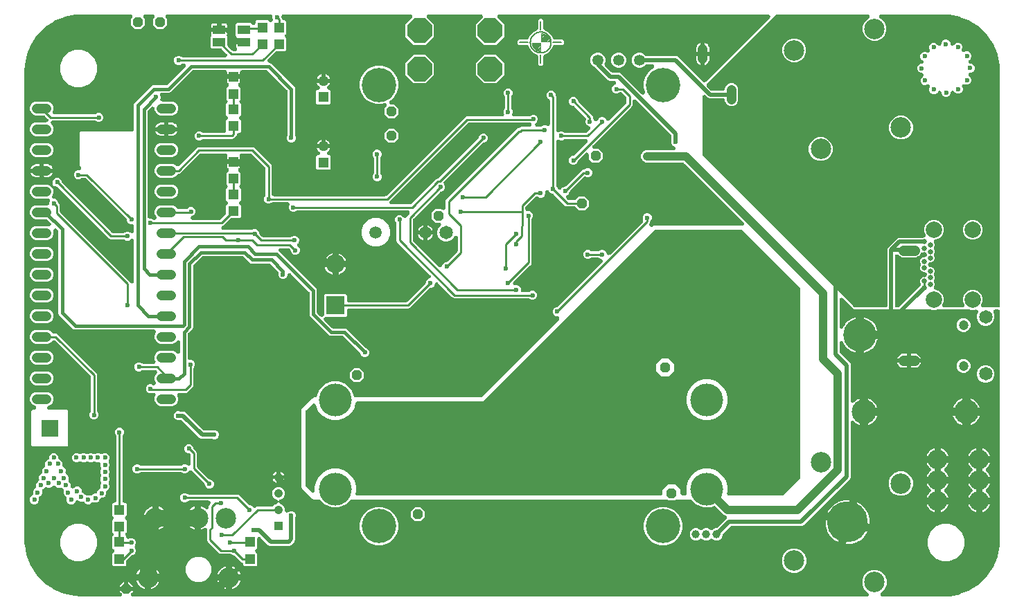
<source format=gbr>
G04 EAGLE Gerber RS-274X export*
G75*
%MOMM*%
%FSLAX34Y34*%
%LPD*%
%INTop Copper*%
%IPPOS*%
%AMOC8*
5,1,8,0,0,1.08239X$1,22.5*%
G01*
%ADD10R,2.000000X2.000000*%
%ADD11C,1.500000*%
%ADD12C,4.050000*%
%ADD13C,1.300000*%
%ADD14C,4.200000*%
%ADD15C,2.500000*%
%ADD16C,1.200000*%
%ADD17C,2.400000*%
%ADD18R,1.050000X1.050000*%
%ADD19C,1.050000*%
%ADD20C,4.000000*%
%ADD21C,1.000000*%
%ADD22C,3.000000*%
%ADD23R,1.500000X1.100000*%
%ADD24R,1.200000X1.300000*%
%ADD25R,2.295000X2.295000*%
%ADD26C,2.295000*%
%ADD27R,1.200000X1.200000*%
%ADD28R,1.300000X1.200000*%
%ADD29C,5.000000*%
%ADD30C,1.650000*%
%ADD31P,3.247170X8X292.500000*%
%ADD32C,1.350000*%
%ADD33R,1.290000X1.290000*%
%ADD34C,1.290000*%
%ADD35C,0.650000*%
%ADD36C,2.012400*%
%ADD37P,1.298868X8X22.500000*%
%ADD38C,1.200000*%
%ADD39C,0.152400*%
%ADD40C,0.111759*%
%ADD41C,0.600000*%
%ADD42C,0.250000*%
%ADD43C,1.000000*%
%ADD44C,0.500000*%
%ADD45C,2.000000*%
%ADD46C,0.400000*%

G36*
X-1079213Y-355987D02*
X-1079213Y-355987D01*
X-1079076Y-355984D01*
X-1078991Y-355967D01*
X-1078904Y-355959D01*
X-1078772Y-355923D01*
X-1078638Y-355896D01*
X-1078557Y-355864D01*
X-1078474Y-355841D01*
X-1078350Y-355782D01*
X-1078223Y-355731D01*
X-1078149Y-355685D01*
X-1078071Y-355648D01*
X-1077960Y-355567D01*
X-1077844Y-355495D01*
X-1077779Y-355437D01*
X-1077709Y-355386D01*
X-1077614Y-355287D01*
X-1077513Y-355195D01*
X-1077460Y-355126D01*
X-1077399Y-355064D01*
X-1077324Y-354950D01*
X-1077240Y-354841D01*
X-1077200Y-354764D01*
X-1077152Y-354692D01*
X-1077098Y-354566D01*
X-1077035Y-354444D01*
X-1077010Y-354361D01*
X-1076975Y-354281D01*
X-1076944Y-354148D01*
X-1076904Y-354017D01*
X-1076894Y-353931D01*
X-1076874Y-353846D01*
X-1076867Y-353710D01*
X-1076851Y-353574D01*
X-1076856Y-353487D01*
X-1076852Y-353400D01*
X-1076870Y-353265D01*
X-1076878Y-353128D01*
X-1076898Y-353043D01*
X-1076910Y-352957D01*
X-1076951Y-352827D01*
X-1076983Y-352694D01*
X-1077019Y-352615D01*
X-1077045Y-352532D01*
X-1077109Y-352411D01*
X-1077165Y-352286D01*
X-1077214Y-352214D01*
X-1077254Y-352137D01*
X-1077339Y-352029D01*
X-1077416Y-351916D01*
X-1077508Y-351815D01*
X-1077530Y-351786D01*
X-1077548Y-351770D01*
X-1077582Y-351733D01*
X-1079401Y-349914D01*
X-1079401Y-349099D01*
X-1071400Y-349099D01*
X-1063399Y-349099D01*
X-1063399Y-349914D01*
X-1065218Y-351733D01*
X-1065306Y-351838D01*
X-1065401Y-351936D01*
X-1065449Y-352009D01*
X-1065504Y-352076D01*
X-1065572Y-352194D01*
X-1065648Y-352308D01*
X-1065682Y-352388D01*
X-1065725Y-352464D01*
X-1065771Y-352593D01*
X-1065825Y-352719D01*
X-1065844Y-352803D01*
X-1065873Y-352885D01*
X-1065895Y-353021D01*
X-1065926Y-353154D01*
X-1065930Y-353240D01*
X-1065944Y-353326D01*
X-1065941Y-353463D01*
X-1065948Y-353600D01*
X-1065937Y-353686D01*
X-1065935Y-353773D01*
X-1065908Y-353907D01*
X-1065890Y-354043D01*
X-1065864Y-354126D01*
X-1065847Y-354211D01*
X-1065796Y-354338D01*
X-1065755Y-354468D01*
X-1065714Y-354545D01*
X-1065682Y-354626D01*
X-1065610Y-354742D01*
X-1065546Y-354863D01*
X-1065492Y-354931D01*
X-1065446Y-355005D01*
X-1065354Y-355107D01*
X-1065270Y-355214D01*
X-1065204Y-355272D01*
X-1065146Y-355336D01*
X-1065038Y-355420D01*
X-1064935Y-355511D01*
X-1064861Y-355556D01*
X-1064792Y-355609D01*
X-1064671Y-355672D01*
X-1064554Y-355743D01*
X-1064473Y-355774D01*
X-1064395Y-355814D01*
X-1064265Y-355854D01*
X-1064137Y-355903D01*
X-1064051Y-355920D01*
X-1063968Y-355945D01*
X-1063833Y-355961D01*
X-1063698Y-355987D01*
X-1063561Y-355994D01*
X-1063525Y-355998D01*
X-1063501Y-355997D01*
X-1063451Y-355999D01*
X-166668Y-355999D01*
X-166488Y-355983D01*
X-166309Y-355973D01*
X-166266Y-355963D01*
X-166223Y-355959D01*
X-166049Y-355912D01*
X-165874Y-355870D01*
X-165834Y-355852D01*
X-165792Y-355841D01*
X-165629Y-355763D01*
X-165465Y-355691D01*
X-165429Y-355667D01*
X-165389Y-355648D01*
X-165243Y-355542D01*
X-165094Y-355442D01*
X-165063Y-355411D01*
X-165028Y-355386D01*
X-164903Y-355256D01*
X-164774Y-355130D01*
X-164748Y-355095D01*
X-164718Y-355064D01*
X-164618Y-354914D01*
X-164514Y-354767D01*
X-164495Y-354728D01*
X-164471Y-354692D01*
X-164400Y-354526D01*
X-164322Y-354363D01*
X-164311Y-354321D01*
X-164294Y-354281D01*
X-164253Y-354106D01*
X-164206Y-353932D01*
X-164203Y-353889D01*
X-164193Y-353846D01*
X-164184Y-353667D01*
X-164169Y-353487D01*
X-164173Y-353444D01*
X-164171Y-353400D01*
X-164194Y-353222D01*
X-164211Y-353042D01*
X-164223Y-353000D01*
X-164228Y-352957D01*
X-164283Y-352786D01*
X-164332Y-352612D01*
X-164351Y-352573D01*
X-164364Y-352532D01*
X-164448Y-352373D01*
X-164527Y-352210D01*
X-164553Y-352175D01*
X-164573Y-352137D01*
X-164684Y-351995D01*
X-164791Y-351850D01*
X-164822Y-351820D01*
X-164849Y-351786D01*
X-164984Y-351666D01*
X-165114Y-351542D01*
X-165151Y-351518D01*
X-165183Y-351489D01*
X-165337Y-351396D01*
X-165488Y-351297D01*
X-165542Y-351271D01*
X-165565Y-351257D01*
X-165593Y-351246D01*
X-169824Y-347016D01*
X-172108Y-341502D01*
X-172108Y-335534D01*
X-169824Y-330021D01*
X-165604Y-325801D01*
X-160091Y-323518D01*
X-154123Y-323518D01*
X-148610Y-325801D01*
X-144390Y-330021D01*
X-142106Y-335534D01*
X-142106Y-341502D01*
X-144390Y-347016D01*
X-148634Y-351260D01*
X-148662Y-351274D01*
X-148825Y-351352D01*
X-148860Y-351378D01*
X-148899Y-351398D01*
X-149041Y-351508D01*
X-149187Y-351614D01*
X-149217Y-351646D01*
X-149251Y-351672D01*
X-149371Y-351806D01*
X-149496Y-351936D01*
X-149520Y-351973D01*
X-149549Y-352005D01*
X-149644Y-352158D01*
X-149743Y-352308D01*
X-149761Y-352348D01*
X-149783Y-352385D01*
X-149849Y-352554D01*
X-149920Y-352719D01*
X-149930Y-352761D01*
X-149946Y-352801D01*
X-149981Y-352979D01*
X-150022Y-353154D01*
X-150024Y-353197D01*
X-150032Y-353240D01*
X-150035Y-353420D01*
X-150044Y-353600D01*
X-150038Y-353643D01*
X-150039Y-353686D01*
X-150009Y-353864D01*
X-149986Y-354043D01*
X-149973Y-354084D01*
X-149966Y-354127D01*
X-149905Y-354297D01*
X-149850Y-354468D01*
X-149830Y-354507D01*
X-149815Y-354548D01*
X-149726Y-354704D01*
X-149641Y-354863D01*
X-149614Y-354897D01*
X-149593Y-354935D01*
X-149477Y-355073D01*
X-149365Y-355214D01*
X-149333Y-355243D01*
X-149305Y-355276D01*
X-149166Y-355391D01*
X-149031Y-355511D01*
X-148994Y-355533D01*
X-148960Y-355561D01*
X-148803Y-355649D01*
X-148649Y-355743D01*
X-148609Y-355758D01*
X-148571Y-355780D01*
X-148401Y-355838D01*
X-148232Y-355903D01*
X-148190Y-355911D01*
X-148149Y-355926D01*
X-147971Y-355953D01*
X-147794Y-355987D01*
X-147734Y-355990D01*
X-147707Y-355994D01*
X-147670Y-355993D01*
X-147546Y-355999D01*
X-72300Y-355999D01*
X-72299Y-355999D01*
X-72266Y-355996D01*
X-72177Y-355996D01*
X-65708Y-355678D01*
X-65648Y-355670D01*
X-65588Y-355670D01*
X-65343Y-355633D01*
X-52654Y-353109D01*
X-52537Y-353075D01*
X-52418Y-353050D01*
X-52255Y-352992D01*
X-52225Y-352983D01*
X-52212Y-352977D01*
X-52185Y-352967D01*
X-40231Y-348016D01*
X-40124Y-347959D01*
X-40012Y-347912D01*
X-39863Y-347823D01*
X-39836Y-347809D01*
X-39824Y-347800D01*
X-39799Y-347785D01*
X-29042Y-340597D01*
X-28947Y-340520D01*
X-28846Y-340452D01*
X-28787Y-340399D01*
X-28776Y-340390D01*
X-28760Y-340374D01*
X-28718Y-340336D01*
X-28694Y-340316D01*
X-28684Y-340305D01*
X-28663Y-340286D01*
X-19514Y-331137D01*
X-19436Y-331044D01*
X-19351Y-330957D01*
X-19247Y-330818D01*
X-19228Y-330794D01*
X-19221Y-330782D01*
X-19203Y-330758D01*
X-12015Y-320001D01*
X-11957Y-319894D01*
X-11890Y-319792D01*
X-11816Y-319636D01*
X-11801Y-319609D01*
X-11797Y-319595D01*
X-11784Y-319569D01*
X-6833Y-307615D01*
X-6797Y-307499D01*
X-6751Y-307386D01*
X-6709Y-307219D01*
X-6700Y-307189D01*
X-6698Y-307174D01*
X-6691Y-307146D01*
X-4167Y-294457D01*
X-4160Y-294397D01*
X-4146Y-294338D01*
X-4122Y-294092D01*
X-3804Y-287623D01*
X-3805Y-287589D01*
X-3801Y-287500D01*
X-3801Y-7500D01*
X-3805Y-7450D01*
X-3803Y-7400D01*
X-3825Y-7228D01*
X-3841Y-7055D01*
X-3854Y-7007D01*
X-3860Y-6957D01*
X-3913Y-6792D01*
X-3959Y-6624D01*
X-3981Y-6579D01*
X-3996Y-6532D01*
X-4077Y-6378D01*
X-4152Y-6222D01*
X-4182Y-6181D01*
X-4205Y-6137D01*
X-4312Y-6000D01*
X-4414Y-5860D01*
X-4450Y-5825D01*
X-4481Y-5786D01*
X-4611Y-5670D01*
X-4736Y-5550D01*
X-4778Y-5523D01*
X-4816Y-5489D01*
X-4964Y-5399D01*
X-5108Y-5303D01*
X-5154Y-5283D01*
X-5197Y-5257D01*
X-5359Y-5195D01*
X-5519Y-5126D01*
X-5567Y-5115D01*
X-5614Y-5097D01*
X-5785Y-5064D01*
X-5954Y-5025D01*
X-6004Y-5022D01*
X-6053Y-5013D01*
X-6300Y-5001D01*
X-9583Y-5001D01*
X-9676Y-5009D01*
X-9770Y-5008D01*
X-9898Y-5029D01*
X-10028Y-5041D01*
X-10119Y-5065D01*
X-10211Y-5081D01*
X-10333Y-5125D01*
X-10459Y-5159D01*
X-10543Y-5200D01*
X-10631Y-5231D01*
X-10744Y-5296D01*
X-10862Y-5352D01*
X-10937Y-5407D01*
X-11018Y-5454D01*
X-11118Y-5538D01*
X-11224Y-5614D01*
X-11288Y-5682D01*
X-11360Y-5742D01*
X-11443Y-5843D01*
X-11533Y-5936D01*
X-11585Y-6014D01*
X-11644Y-6086D01*
X-11708Y-6200D01*
X-11780Y-6308D01*
X-11817Y-6394D01*
X-11863Y-6476D01*
X-11906Y-6599D01*
X-11957Y-6719D01*
X-11978Y-6810D01*
X-12009Y-6898D01*
X-12029Y-7027D01*
X-12058Y-7154D01*
X-12063Y-7247D01*
X-12077Y-7339D01*
X-12074Y-7470D01*
X-12081Y-7600D01*
X-12069Y-7692D01*
X-12066Y-7786D01*
X-12040Y-7914D01*
X-12023Y-8043D01*
X-11995Y-8132D01*
X-11976Y-8223D01*
X-11892Y-8456D01*
X-10559Y-11676D01*
X-10559Y-15953D01*
X-12195Y-19905D01*
X-15220Y-22929D01*
X-19171Y-24565D01*
X-23448Y-24565D01*
X-27399Y-22929D01*
X-30423Y-19905D01*
X-32060Y-15953D01*
X-32060Y-11676D01*
X-30726Y-8456D01*
X-30698Y-8367D01*
X-30661Y-8281D01*
X-30632Y-8155D01*
X-30593Y-8030D01*
X-30581Y-7937D01*
X-30560Y-7846D01*
X-30554Y-7716D01*
X-30538Y-7587D01*
X-30543Y-7493D01*
X-30538Y-7400D01*
X-30555Y-7271D01*
X-30562Y-7141D01*
X-30584Y-7050D01*
X-30596Y-6957D01*
X-30635Y-6833D01*
X-30666Y-6706D01*
X-30703Y-6620D01*
X-30731Y-6532D01*
X-30792Y-6417D01*
X-30845Y-6297D01*
X-30897Y-6219D01*
X-30941Y-6137D01*
X-31021Y-6034D01*
X-31094Y-5926D01*
X-31159Y-5859D01*
X-31217Y-5786D01*
X-31314Y-5699D01*
X-31405Y-5606D01*
X-31481Y-5551D01*
X-31551Y-5489D01*
X-31662Y-5422D01*
X-31768Y-5346D01*
X-31853Y-5306D01*
X-31933Y-5257D01*
X-32054Y-5210D01*
X-32172Y-5155D01*
X-32262Y-5130D01*
X-32349Y-5097D01*
X-32478Y-5072D01*
X-32603Y-5038D01*
X-32696Y-5031D01*
X-32788Y-5013D01*
X-33035Y-5001D01*
X-33521Y-5001D01*
X-33664Y-5014D01*
X-33807Y-5017D01*
X-33886Y-5033D01*
X-33966Y-5041D01*
X-34105Y-5079D01*
X-34245Y-5108D01*
X-34361Y-5149D01*
X-34397Y-5159D01*
X-34421Y-5171D01*
X-34478Y-5191D01*
X-34651Y-5263D01*
X-39649Y-5263D01*
X-39822Y-5191D01*
X-39959Y-5148D01*
X-40093Y-5097D01*
X-40172Y-5082D01*
X-40248Y-5058D01*
X-40390Y-5040D01*
X-40531Y-5013D01*
X-40654Y-5007D01*
X-40692Y-5002D01*
X-40719Y-5004D01*
X-40779Y-5001D01*
X-80821Y-5001D01*
X-80964Y-5014D01*
X-81107Y-5017D01*
X-81186Y-5033D01*
X-81266Y-5041D01*
X-81405Y-5079D01*
X-81545Y-5108D01*
X-81661Y-5149D01*
X-81697Y-5159D01*
X-81721Y-5171D01*
X-81778Y-5191D01*
X-81951Y-5263D01*
X-86949Y-5263D01*
X-87122Y-5191D01*
X-87259Y-5148D01*
X-87393Y-5097D01*
X-87472Y-5082D01*
X-87548Y-5058D01*
X-87690Y-5040D01*
X-87831Y-5013D01*
X-87954Y-5007D01*
X-87992Y-5002D01*
X-88019Y-5004D01*
X-88079Y-5001D01*
X-180995Y-5001D01*
X-182833Y-4239D01*
X-195733Y8661D01*
X-195838Y8749D01*
X-195936Y8843D01*
X-196009Y8891D01*
X-196076Y8947D01*
X-196194Y9015D01*
X-196308Y9090D01*
X-196388Y9125D01*
X-196464Y9168D01*
X-196593Y9213D01*
X-196719Y9267D01*
X-196803Y9287D01*
X-196885Y9316D01*
X-197021Y9338D01*
X-197154Y9369D01*
X-197240Y9373D01*
X-197326Y9387D01*
X-197463Y9384D01*
X-197600Y9391D01*
X-197686Y9379D01*
X-197773Y9378D01*
X-197907Y9351D01*
X-198043Y9333D01*
X-198126Y9307D01*
X-198211Y9289D01*
X-198338Y9239D01*
X-198468Y9197D01*
X-198545Y9157D01*
X-198626Y9125D01*
X-198742Y9052D01*
X-198863Y8988D01*
X-198932Y8934D01*
X-199005Y8889D01*
X-199107Y8797D01*
X-199214Y8712D01*
X-199272Y8647D01*
X-199336Y8589D01*
X-199420Y8480D01*
X-199511Y8378D01*
X-199556Y8304D01*
X-199609Y8235D01*
X-199672Y8113D01*
X-199743Y7996D01*
X-199774Y7915D01*
X-199814Y7838D01*
X-199854Y7707D01*
X-199903Y7579D01*
X-199920Y7494D01*
X-199945Y7411D01*
X-199961Y7275D01*
X-199987Y7141D01*
X-199994Y7004D01*
X-199998Y6967D01*
X-199997Y6944D01*
X-199999Y6893D01*
X-199999Y-25679D01*
X-199989Y-25789D01*
X-199990Y-25899D01*
X-199970Y-26011D01*
X-199959Y-26124D01*
X-199930Y-26230D01*
X-199911Y-26339D01*
X-199871Y-26445D01*
X-199841Y-26555D01*
X-199793Y-26654D01*
X-199755Y-26757D01*
X-199697Y-26855D01*
X-199648Y-26957D01*
X-199583Y-27047D01*
X-199527Y-27141D01*
X-199452Y-27227D01*
X-199386Y-27319D01*
X-199306Y-27396D01*
X-199234Y-27479D01*
X-199146Y-27550D01*
X-199064Y-27629D01*
X-198972Y-27690D01*
X-198886Y-27759D01*
X-198786Y-27813D01*
X-198692Y-27876D01*
X-198590Y-27919D01*
X-198494Y-27972D01*
X-198386Y-28008D01*
X-198281Y-28053D01*
X-198174Y-28078D01*
X-198069Y-28112D01*
X-197957Y-28128D01*
X-197846Y-28154D01*
X-197736Y-28159D01*
X-197627Y-28175D01*
X-197514Y-28171D01*
X-197400Y-28176D01*
X-197291Y-28162D01*
X-197181Y-28158D01*
X-197070Y-28133D01*
X-196957Y-28118D01*
X-196852Y-28085D01*
X-196745Y-28061D01*
X-196640Y-28017D01*
X-196532Y-27983D01*
X-196434Y-27931D01*
X-196333Y-27889D01*
X-196237Y-27827D01*
X-196137Y-27774D01*
X-196050Y-27706D01*
X-195958Y-27646D01*
X-195875Y-27568D01*
X-195786Y-27498D01*
X-195713Y-27415D01*
X-195632Y-27340D01*
X-195565Y-27248D01*
X-195489Y-27163D01*
X-195432Y-27069D01*
X-195367Y-26981D01*
X-195267Y-26798D01*
X-195257Y-26782D01*
X-195255Y-26775D01*
X-195248Y-26763D01*
X-194505Y-25220D01*
X-193176Y-23104D01*
X-191617Y-21150D01*
X-189850Y-19383D01*
X-187896Y-17824D01*
X-185780Y-16495D01*
X-183528Y-15411D01*
X-181170Y-14585D01*
X-179999Y-14318D01*
X-179999Y-33500D01*
X-179995Y-33550D01*
X-179997Y-33600D01*
X-179975Y-33772D01*
X-179959Y-33945D01*
X-179946Y-33993D01*
X-179940Y-34043D01*
X-179887Y-34208D01*
X-179841Y-34375D01*
X-179819Y-34421D01*
X-179804Y-34468D01*
X-179723Y-34621D01*
X-179648Y-34778D01*
X-179618Y-34819D01*
X-179595Y-34863D01*
X-179487Y-34999D01*
X-179386Y-35140D01*
X-179350Y-35175D01*
X-179319Y-35214D01*
X-179189Y-35329D01*
X-179064Y-35450D01*
X-179022Y-35477D01*
X-178984Y-35510D01*
X-178836Y-35601D01*
X-178691Y-35697D01*
X-178645Y-35717D01*
X-178603Y-35743D01*
X-178441Y-35805D01*
X-178281Y-35874D01*
X-178233Y-35885D01*
X-178186Y-35903D01*
X-178015Y-35936D01*
X-177846Y-35975D01*
X-177796Y-35977D01*
X-177747Y-35987D01*
X-177500Y-35999D01*
X-174999Y-35999D01*
X-174999Y-36001D01*
X-177500Y-36001D01*
X-177550Y-36005D01*
X-177600Y-36003D01*
X-177772Y-36025D01*
X-177945Y-36041D01*
X-177993Y-36054D01*
X-178043Y-36061D01*
X-178208Y-36113D01*
X-178376Y-36159D01*
X-178421Y-36181D01*
X-178468Y-36196D01*
X-178621Y-36277D01*
X-178778Y-36353D01*
X-178819Y-36382D01*
X-178863Y-36405D01*
X-178999Y-36513D01*
X-179140Y-36614D01*
X-179175Y-36650D01*
X-179214Y-36681D01*
X-179330Y-36811D01*
X-179450Y-36937D01*
X-179477Y-36978D01*
X-179511Y-37016D01*
X-179601Y-37164D01*
X-179697Y-37309D01*
X-179717Y-37355D01*
X-179743Y-37397D01*
X-179805Y-37559D01*
X-179874Y-37719D01*
X-179885Y-37767D01*
X-179903Y-37814D01*
X-179936Y-37985D01*
X-179975Y-38154D01*
X-179978Y-38204D01*
X-179987Y-38253D01*
X-179999Y-38500D01*
X-179999Y-57682D01*
X-181170Y-57415D01*
X-183528Y-56589D01*
X-185780Y-55505D01*
X-187896Y-54176D01*
X-189850Y-52617D01*
X-191617Y-50850D01*
X-193176Y-48896D01*
X-194505Y-46780D01*
X-195248Y-45237D01*
X-195305Y-45142D01*
X-195352Y-45043D01*
X-195419Y-44951D01*
X-195477Y-44853D01*
X-195550Y-44770D01*
X-195614Y-44681D01*
X-195696Y-44602D01*
X-195771Y-44517D01*
X-195857Y-44448D01*
X-195936Y-44371D01*
X-196031Y-44309D01*
X-196120Y-44238D01*
X-196217Y-44185D01*
X-196308Y-44124D01*
X-196413Y-44079D01*
X-196513Y-44025D01*
X-196618Y-43991D01*
X-196719Y-43947D01*
X-196829Y-43921D01*
X-196937Y-43886D01*
X-197047Y-43871D01*
X-197154Y-43846D01*
X-197267Y-43840D01*
X-197380Y-43825D01*
X-197490Y-43829D01*
X-197600Y-43824D01*
X-197712Y-43839D01*
X-197826Y-43843D01*
X-197934Y-43867D01*
X-198043Y-43882D01*
X-198151Y-43916D01*
X-198262Y-43941D01*
X-198363Y-43984D01*
X-198468Y-44017D01*
X-198569Y-44070D01*
X-198673Y-44114D01*
X-198766Y-44175D01*
X-198863Y-44226D01*
X-198952Y-44297D01*
X-199048Y-44359D01*
X-199128Y-44434D01*
X-199214Y-44502D01*
X-199290Y-44587D01*
X-199372Y-44665D01*
X-199438Y-44754D01*
X-199511Y-44837D01*
X-199570Y-44934D01*
X-199637Y-45025D01*
X-199686Y-45124D01*
X-199743Y-45218D01*
X-199784Y-45324D01*
X-199834Y-45426D01*
X-199864Y-45532D01*
X-199903Y-45635D01*
X-199925Y-45747D01*
X-199956Y-45856D01*
X-199966Y-45966D01*
X-199987Y-46074D01*
X-199997Y-46282D01*
X-199999Y-46301D01*
X-199999Y-46308D01*
X-199999Y-46321D01*
X-199999Y-56251D01*
X-199983Y-56438D01*
X-199971Y-56623D01*
X-199963Y-56659D01*
X-199959Y-56696D01*
X-199910Y-56877D01*
X-199866Y-57057D01*
X-199851Y-57091D01*
X-199841Y-57127D01*
X-199760Y-57295D01*
X-199684Y-57466D01*
X-199664Y-57496D01*
X-199648Y-57530D01*
X-199538Y-57681D01*
X-199433Y-57835D01*
X-199399Y-57872D01*
X-199386Y-57891D01*
X-199359Y-57917D01*
X-199267Y-58018D01*
X-187261Y-70025D01*
X-186499Y-71863D01*
X-186499Y-116423D01*
X-186487Y-116559D01*
X-186484Y-116696D01*
X-186467Y-116781D01*
X-186459Y-116868D01*
X-186423Y-117000D01*
X-186396Y-117134D01*
X-186364Y-117215D01*
X-186341Y-117299D01*
X-186282Y-117422D01*
X-186231Y-117549D01*
X-186185Y-117623D01*
X-186148Y-117701D01*
X-186067Y-117812D01*
X-185995Y-117928D01*
X-185937Y-117993D01*
X-185886Y-118063D01*
X-185787Y-118158D01*
X-185695Y-118259D01*
X-185626Y-118312D01*
X-185564Y-118373D01*
X-185450Y-118448D01*
X-185341Y-118532D01*
X-185264Y-118572D01*
X-185192Y-118620D01*
X-185066Y-118674D01*
X-184944Y-118737D01*
X-184861Y-118762D01*
X-184781Y-118797D01*
X-184649Y-118828D01*
X-184517Y-118868D01*
X-184431Y-118878D01*
X-184346Y-118898D01*
X-184210Y-118905D01*
X-184074Y-118921D01*
X-183987Y-118916D01*
X-183900Y-118920D01*
X-183765Y-118902D01*
X-183628Y-118894D01*
X-183543Y-118874D01*
X-183457Y-118862D01*
X-183327Y-118821D01*
X-183194Y-118789D01*
X-183114Y-118753D01*
X-183032Y-118727D01*
X-182911Y-118663D01*
X-182786Y-118607D01*
X-182714Y-118558D01*
X-182637Y-118518D01*
X-182529Y-118433D01*
X-182416Y-118356D01*
X-182315Y-118264D01*
X-182286Y-118242D01*
X-182270Y-118224D01*
X-182233Y-118190D01*
X-181234Y-117191D01*
X-179465Y-115834D01*
X-177535Y-114720D01*
X-175476Y-113867D01*
X-174999Y-113739D01*
X-174999Y-127500D01*
X-174995Y-127550D01*
X-174997Y-127600D01*
X-174975Y-127772D01*
X-174959Y-127945D01*
X-174946Y-127993D01*
X-174940Y-128043D01*
X-174887Y-128208D01*
X-174841Y-128375D01*
X-174819Y-128421D01*
X-174804Y-128468D01*
X-174723Y-128621D01*
X-174648Y-128778D01*
X-174618Y-128819D01*
X-174595Y-128863D01*
X-174487Y-128999D01*
X-174386Y-129140D01*
X-174350Y-129175D01*
X-174319Y-129214D01*
X-174189Y-129329D01*
X-174064Y-129450D01*
X-174022Y-129477D01*
X-173984Y-129510D01*
X-173836Y-129601D01*
X-173691Y-129697D01*
X-173645Y-129717D01*
X-173603Y-129743D01*
X-173441Y-129805D01*
X-173281Y-129874D01*
X-173233Y-129885D01*
X-173186Y-129903D01*
X-173015Y-129936D01*
X-172846Y-129975D01*
X-172796Y-129977D01*
X-172747Y-129987D01*
X-172500Y-129999D01*
X-169999Y-129999D01*
X-169999Y-130001D01*
X-172500Y-130001D01*
X-172550Y-130005D01*
X-172600Y-130003D01*
X-172772Y-130025D01*
X-172945Y-130041D01*
X-172993Y-130054D01*
X-173043Y-130061D01*
X-173208Y-130113D01*
X-173376Y-130159D01*
X-173421Y-130181D01*
X-173468Y-130196D01*
X-173621Y-130277D01*
X-173778Y-130353D01*
X-173819Y-130382D01*
X-173863Y-130405D01*
X-173999Y-130513D01*
X-174140Y-130614D01*
X-174175Y-130650D01*
X-174214Y-130681D01*
X-174330Y-130811D01*
X-174450Y-130937D01*
X-174477Y-130978D01*
X-174511Y-131016D01*
X-174601Y-131164D01*
X-174697Y-131309D01*
X-174717Y-131355D01*
X-174743Y-131397D01*
X-174805Y-131559D01*
X-174874Y-131719D01*
X-174885Y-131767D01*
X-174903Y-131814D01*
X-174936Y-131985D01*
X-174975Y-132154D01*
X-174978Y-132204D01*
X-174987Y-132253D01*
X-174999Y-132500D01*
X-174999Y-146261D01*
X-175476Y-146133D01*
X-177535Y-145280D01*
X-179465Y-144166D01*
X-181234Y-142809D01*
X-182233Y-141810D01*
X-182338Y-141722D01*
X-182436Y-141627D01*
X-182509Y-141579D01*
X-182576Y-141524D01*
X-182695Y-141456D01*
X-182808Y-141380D01*
X-182888Y-141346D01*
X-182964Y-141303D01*
X-183093Y-141257D01*
X-183219Y-141203D01*
X-183303Y-141183D01*
X-183385Y-141155D01*
X-183520Y-141133D01*
X-183654Y-141102D01*
X-183740Y-141098D01*
X-183826Y-141084D01*
X-183963Y-141087D01*
X-184100Y-141080D01*
X-184186Y-141091D01*
X-184273Y-141093D01*
X-184407Y-141120D01*
X-184543Y-141138D01*
X-184626Y-141164D01*
X-184711Y-141181D01*
X-184838Y-141232D01*
X-184968Y-141273D01*
X-185045Y-141314D01*
X-185126Y-141346D01*
X-185242Y-141418D01*
X-185363Y-141482D01*
X-185431Y-141536D01*
X-185505Y-141582D01*
X-185607Y-141674D01*
X-185714Y-141758D01*
X-185772Y-141823D01*
X-185836Y-141882D01*
X-185920Y-141990D01*
X-186011Y-142093D01*
X-186056Y-142167D01*
X-186109Y-142236D01*
X-186172Y-142357D01*
X-186243Y-142474D01*
X-186274Y-142555D01*
X-186314Y-142633D01*
X-186354Y-142763D01*
X-186403Y-142891D01*
X-186420Y-142977D01*
X-186445Y-143060D01*
X-186461Y-143195D01*
X-186487Y-143330D01*
X-186494Y-143467D01*
X-186498Y-143503D01*
X-186497Y-143527D01*
X-186499Y-143577D01*
X-186499Y-210637D01*
X-187261Y-212475D01*
X-244025Y-269239D01*
X-245863Y-270001D01*
X-331893Y-270001D01*
X-332079Y-270017D01*
X-332265Y-270029D01*
X-332301Y-270037D01*
X-332338Y-270041D01*
X-332519Y-270090D01*
X-332699Y-270134D01*
X-332733Y-270149D01*
X-332769Y-270159D01*
X-332937Y-270240D01*
X-333108Y-270316D01*
X-333138Y-270336D01*
X-333172Y-270352D01*
X-333323Y-270462D01*
X-333477Y-270567D01*
X-333515Y-270601D01*
X-333534Y-270614D01*
X-333559Y-270641D01*
X-333661Y-270733D01*
X-341767Y-278839D01*
X-341887Y-278983D01*
X-342011Y-279122D01*
X-342030Y-279154D01*
X-342054Y-279182D01*
X-342146Y-279344D01*
X-342243Y-279504D01*
X-342256Y-279538D01*
X-342274Y-279571D01*
X-342336Y-279747D01*
X-342403Y-279921D01*
X-342410Y-279957D01*
X-342423Y-279992D01*
X-342452Y-280176D01*
X-342487Y-280359D01*
X-342490Y-280410D01*
X-342493Y-280433D01*
X-342492Y-280470D01*
X-342499Y-280607D01*
X-342499Y-281492D01*
X-343641Y-284249D01*
X-345751Y-286359D01*
X-348508Y-287501D01*
X-351492Y-287501D01*
X-354249Y-286359D01*
X-354583Y-286025D01*
X-354621Y-285993D01*
X-354655Y-285956D01*
X-354792Y-285850D01*
X-354926Y-285739D01*
X-354969Y-285714D01*
X-355009Y-285683D01*
X-355163Y-285603D01*
X-355314Y-285518D01*
X-355361Y-285501D01*
X-355406Y-285478D01*
X-355571Y-285427D01*
X-355735Y-285370D01*
X-355785Y-285362D01*
X-355833Y-285347D01*
X-356005Y-285326D01*
X-356176Y-285299D01*
X-356226Y-285300D01*
X-356276Y-285294D01*
X-356449Y-285304D01*
X-356623Y-285308D01*
X-356672Y-285318D01*
X-356722Y-285321D01*
X-356890Y-285362D01*
X-357061Y-285396D01*
X-357108Y-285415D01*
X-357156Y-285426D01*
X-357314Y-285497D01*
X-357476Y-285561D01*
X-357519Y-285587D01*
X-357564Y-285608D01*
X-357708Y-285705D01*
X-357855Y-285797D01*
X-357892Y-285831D01*
X-357934Y-285859D01*
X-358117Y-286025D01*
X-358451Y-286359D01*
X-361208Y-287501D01*
X-364192Y-287501D01*
X-366949Y-286359D01*
X-367283Y-286025D01*
X-367321Y-285993D01*
X-367355Y-285956D01*
X-367492Y-285850D01*
X-367626Y-285739D01*
X-367669Y-285714D01*
X-367709Y-285683D01*
X-367863Y-285603D01*
X-368014Y-285518D01*
X-368061Y-285501D01*
X-368106Y-285478D01*
X-368271Y-285427D01*
X-368435Y-285370D01*
X-368485Y-285362D01*
X-368533Y-285347D01*
X-368705Y-285326D01*
X-368876Y-285299D01*
X-368926Y-285300D01*
X-368976Y-285294D01*
X-369149Y-285304D01*
X-369323Y-285308D01*
X-369372Y-285318D01*
X-369422Y-285321D01*
X-369590Y-285362D01*
X-369761Y-285396D01*
X-369808Y-285415D01*
X-369856Y-285426D01*
X-370014Y-285497D01*
X-370176Y-285561D01*
X-370219Y-285587D01*
X-370264Y-285608D01*
X-370408Y-285705D01*
X-370555Y-285797D01*
X-370592Y-285831D01*
X-370634Y-285859D01*
X-370817Y-286025D01*
X-371151Y-286359D01*
X-373908Y-287501D01*
X-376892Y-287501D01*
X-379649Y-286359D01*
X-381759Y-284249D01*
X-382901Y-281492D01*
X-382901Y-278508D01*
X-381759Y-275751D01*
X-379649Y-273641D01*
X-376892Y-272499D01*
X-373908Y-272499D01*
X-371151Y-273641D01*
X-370817Y-273975D01*
X-370779Y-274007D01*
X-370745Y-274044D01*
X-370608Y-274150D01*
X-370474Y-274261D01*
X-370431Y-274286D01*
X-370391Y-274317D01*
X-370237Y-274397D01*
X-370086Y-274482D01*
X-370039Y-274499D01*
X-369994Y-274522D01*
X-369828Y-274573D01*
X-369665Y-274630D01*
X-369615Y-274638D01*
X-369567Y-274653D01*
X-369395Y-274674D01*
X-369224Y-274701D01*
X-369173Y-274700D01*
X-369124Y-274706D01*
X-368950Y-274696D01*
X-368777Y-274692D01*
X-368728Y-274682D01*
X-368678Y-274679D01*
X-368509Y-274638D01*
X-368339Y-274604D01*
X-368293Y-274585D01*
X-368244Y-274574D01*
X-368085Y-274503D01*
X-367924Y-274439D01*
X-367881Y-274413D01*
X-367836Y-274392D01*
X-367692Y-274295D01*
X-367545Y-274203D01*
X-367508Y-274169D01*
X-367466Y-274141D01*
X-367283Y-273975D01*
X-366949Y-273641D01*
X-364192Y-272499D01*
X-361208Y-272499D01*
X-358451Y-273641D01*
X-358117Y-273975D01*
X-358079Y-274007D01*
X-358045Y-274044D01*
X-357908Y-274150D01*
X-357774Y-274261D01*
X-357731Y-274286D01*
X-357691Y-274317D01*
X-357537Y-274397D01*
X-357386Y-274482D01*
X-357339Y-274499D01*
X-357294Y-274522D01*
X-357128Y-274573D01*
X-356965Y-274630D01*
X-356915Y-274638D01*
X-356867Y-274653D01*
X-356695Y-274674D01*
X-356524Y-274701D01*
X-356473Y-274700D01*
X-356424Y-274706D01*
X-356250Y-274696D01*
X-356077Y-274692D01*
X-356028Y-274682D01*
X-355978Y-274679D01*
X-355809Y-274638D01*
X-355639Y-274604D01*
X-355593Y-274585D01*
X-355544Y-274574D01*
X-355385Y-274503D01*
X-355224Y-274439D01*
X-355181Y-274413D01*
X-355136Y-274392D01*
X-354992Y-274295D01*
X-354845Y-274203D01*
X-354808Y-274169D01*
X-354766Y-274141D01*
X-354583Y-273975D01*
X-354249Y-273641D01*
X-351492Y-272499D01*
X-350607Y-272499D01*
X-350421Y-272483D01*
X-350235Y-272471D01*
X-350199Y-272463D01*
X-350162Y-272459D01*
X-349981Y-272410D01*
X-349801Y-272366D01*
X-349767Y-272351D01*
X-349731Y-272341D01*
X-349563Y-272260D01*
X-349392Y-272184D01*
X-349362Y-272164D01*
X-349328Y-272148D01*
X-349177Y-272038D01*
X-349023Y-271933D01*
X-348985Y-271899D01*
X-348966Y-271886D01*
X-348941Y-271859D01*
X-348839Y-271767D01*
X-338248Y-261176D01*
X-338188Y-261105D01*
X-338121Y-261039D01*
X-338046Y-260933D01*
X-337962Y-260833D01*
X-337916Y-260752D01*
X-337861Y-260676D01*
X-337806Y-260558D01*
X-337741Y-260445D01*
X-337710Y-260357D01*
X-337670Y-260272D01*
X-337636Y-260147D01*
X-337593Y-260024D01*
X-337578Y-259931D01*
X-337554Y-259841D01*
X-337543Y-259712D01*
X-337522Y-259583D01*
X-337524Y-259489D01*
X-337516Y-259396D01*
X-337529Y-259266D01*
X-337531Y-259136D01*
X-337550Y-259044D01*
X-337559Y-258951D01*
X-337594Y-258826D01*
X-337620Y-258698D01*
X-337654Y-258611D01*
X-337679Y-258521D01*
X-337736Y-258404D01*
X-337784Y-258283D01*
X-337834Y-258204D01*
X-337875Y-258120D01*
X-337952Y-258014D01*
X-338021Y-257904D01*
X-338083Y-257835D01*
X-338139Y-257759D01*
X-338233Y-257669D01*
X-338320Y-257573D01*
X-338395Y-257516D01*
X-338462Y-257451D01*
X-338571Y-257380D01*
X-338674Y-257300D01*
X-338758Y-257257D01*
X-338836Y-257206D01*
X-339059Y-257100D01*
X-340849Y-256359D01*
X-343310Y-253897D01*
X-343311Y-253897D01*
X-351099Y-246109D01*
X-351104Y-246105D01*
X-351108Y-246100D01*
X-351277Y-245960D01*
X-351441Y-245823D01*
X-351447Y-245820D01*
X-351452Y-245815D01*
X-351643Y-245708D01*
X-351830Y-245602D01*
X-351836Y-245600D01*
X-351842Y-245597D01*
X-352046Y-245526D01*
X-352251Y-245454D01*
X-352258Y-245453D01*
X-352264Y-245451D01*
X-352477Y-245418D01*
X-352692Y-245383D01*
X-352699Y-245383D01*
X-352705Y-245382D01*
X-352924Y-245388D01*
X-353139Y-245392D01*
X-353145Y-245393D01*
X-353152Y-245393D01*
X-353367Y-245438D01*
X-353577Y-245480D01*
X-353583Y-245483D01*
X-353589Y-245484D01*
X-353822Y-245567D01*
X-357524Y-247101D01*
X-366476Y-247101D01*
X-374746Y-243675D01*
X-380188Y-238233D01*
X-380331Y-238113D01*
X-380471Y-237989D01*
X-380503Y-237970D01*
X-380531Y-237946D01*
X-380693Y-237854D01*
X-380852Y-237757D01*
X-380887Y-237744D01*
X-380919Y-237726D01*
X-381095Y-237664D01*
X-381269Y-237597D01*
X-381306Y-237590D01*
X-381341Y-237577D01*
X-381525Y-237548D01*
X-381708Y-237513D01*
X-381759Y-237510D01*
X-381782Y-237507D01*
X-381819Y-237508D01*
X-381955Y-237501D01*
X-399444Y-237501D01*
X-399630Y-237517D01*
X-399816Y-237529D01*
X-399852Y-237537D01*
X-399889Y-237541D01*
X-400069Y-237590D01*
X-400250Y-237634D01*
X-400283Y-237649D01*
X-400319Y-237659D01*
X-400488Y-237740D01*
X-400658Y-237816D01*
X-400689Y-237836D01*
X-400722Y-237852D01*
X-400873Y-237962D01*
X-401027Y-238067D01*
X-401065Y-238101D01*
X-401084Y-238114D01*
X-401109Y-238141D01*
X-401211Y-238233D01*
X-401479Y-238501D01*
X-408521Y-238501D01*
X-408789Y-238233D01*
X-408932Y-238113D01*
X-409072Y-237989D01*
X-409104Y-237970D01*
X-409132Y-237946D01*
X-409294Y-237854D01*
X-409453Y-237757D01*
X-409488Y-237744D01*
X-409520Y-237726D01*
X-409696Y-237664D01*
X-409870Y-237597D01*
X-409907Y-237590D01*
X-409942Y-237577D01*
X-410126Y-237548D01*
X-410309Y-237513D01*
X-410360Y-237510D01*
X-410383Y-237507D01*
X-410420Y-237508D01*
X-410556Y-237501D01*
X-796045Y-237501D01*
X-796231Y-237517D01*
X-796417Y-237529D01*
X-796453Y-237537D01*
X-796490Y-237541D01*
X-796670Y-237590D01*
X-796851Y-237634D01*
X-796884Y-237649D01*
X-796920Y-237659D01*
X-797089Y-237740D01*
X-797259Y-237816D01*
X-797290Y-237836D01*
X-797323Y-237852D01*
X-797474Y-237962D01*
X-797628Y-238067D01*
X-797666Y-238101D01*
X-797685Y-238114D01*
X-797710Y-238141D01*
X-797812Y-238233D01*
X-803254Y-243675D01*
X-811524Y-247101D01*
X-820476Y-247101D01*
X-828746Y-243675D01*
X-834188Y-238233D01*
X-834331Y-238113D01*
X-834471Y-237989D01*
X-834503Y-237970D01*
X-834531Y-237946D01*
X-834693Y-237854D01*
X-834852Y-237757D01*
X-834887Y-237744D01*
X-834919Y-237726D01*
X-835095Y-237664D01*
X-835269Y-237597D01*
X-835306Y-237590D01*
X-835341Y-237577D01*
X-835525Y-237548D01*
X-835708Y-237513D01*
X-835759Y-237510D01*
X-835782Y-237507D01*
X-835819Y-237508D01*
X-835955Y-237501D01*
X-841492Y-237501D01*
X-844249Y-236359D01*
X-846710Y-233897D01*
X-846711Y-233897D01*
X-853897Y-226710D01*
X-856359Y-224249D01*
X-857501Y-221492D01*
X-857501Y-128508D01*
X-856359Y-125751D01*
X-844249Y-113641D01*
X-841492Y-112499D01*
X-840823Y-112499D01*
X-840817Y-112499D01*
X-840810Y-112499D01*
X-840594Y-112479D01*
X-840378Y-112459D01*
X-840372Y-112458D01*
X-840365Y-112457D01*
X-840158Y-112399D01*
X-839947Y-112341D01*
X-839941Y-112338D01*
X-839935Y-112336D01*
X-839744Y-112243D01*
X-839545Y-112148D01*
X-839539Y-112144D01*
X-839534Y-112141D01*
X-839361Y-112015D01*
X-839183Y-111886D01*
X-839178Y-111881D01*
X-839173Y-111877D01*
X-839025Y-111721D01*
X-838873Y-111564D01*
X-838870Y-111558D01*
X-838865Y-111553D01*
X-838746Y-111372D01*
X-838626Y-111192D01*
X-838624Y-111186D01*
X-838620Y-111180D01*
X-838514Y-110956D01*
X-835075Y-102654D01*
X-828746Y-96325D01*
X-820476Y-92899D01*
X-811524Y-92899D01*
X-803254Y-96325D01*
X-796925Y-102654D01*
X-793486Y-110956D01*
X-793483Y-110962D01*
X-793481Y-110968D01*
X-793380Y-111159D01*
X-793279Y-111352D01*
X-793275Y-111357D01*
X-793272Y-111363D01*
X-793136Y-111536D01*
X-793005Y-111705D01*
X-793000Y-111709D01*
X-792996Y-111714D01*
X-792832Y-111860D01*
X-792672Y-112003D01*
X-792666Y-112006D01*
X-792661Y-112011D01*
X-792476Y-112123D01*
X-792291Y-112237D01*
X-792285Y-112239D01*
X-792280Y-112243D01*
X-792075Y-112322D01*
X-791875Y-112400D01*
X-791869Y-112401D01*
X-791863Y-112403D01*
X-791648Y-112444D01*
X-791437Y-112486D01*
X-791431Y-112486D01*
X-791424Y-112487D01*
X-791177Y-112499D01*
X-639142Y-112499D01*
X-638956Y-112483D01*
X-638770Y-112471D01*
X-638734Y-112463D01*
X-638697Y-112459D01*
X-638517Y-112410D01*
X-638336Y-112366D01*
X-638302Y-112351D01*
X-638267Y-112341D01*
X-638098Y-112260D01*
X-637928Y-112184D01*
X-637897Y-112164D01*
X-637864Y-112148D01*
X-637713Y-112038D01*
X-637558Y-111933D01*
X-637521Y-111899D01*
X-637502Y-111886D01*
X-637476Y-111859D01*
X-637375Y-111767D01*
X-542875Y-17267D01*
X-542787Y-17162D01*
X-542692Y-17064D01*
X-542644Y-16991D01*
X-542588Y-16924D01*
X-542521Y-16806D01*
X-542445Y-16692D01*
X-542411Y-16612D01*
X-542368Y-16536D01*
X-542322Y-16407D01*
X-542268Y-16281D01*
X-542248Y-16197D01*
X-542220Y-16115D01*
X-542198Y-15979D01*
X-542167Y-15846D01*
X-542163Y-15760D01*
X-542149Y-15674D01*
X-542152Y-15537D01*
X-542145Y-15400D01*
X-542156Y-15314D01*
X-542158Y-15227D01*
X-542185Y-15093D01*
X-542202Y-14957D01*
X-542229Y-14874D01*
X-542246Y-14789D01*
X-542297Y-14662D01*
X-542338Y-14532D01*
X-542379Y-14455D01*
X-542411Y-14374D01*
X-542483Y-14258D01*
X-542547Y-14137D01*
X-542601Y-14069D01*
X-542647Y-13995D01*
X-542739Y-13893D01*
X-542823Y-13786D01*
X-542888Y-13728D01*
X-542947Y-13664D01*
X-543055Y-13580D01*
X-543158Y-13489D01*
X-543232Y-13444D01*
X-543301Y-13391D01*
X-543423Y-13328D01*
X-543539Y-13257D01*
X-543620Y-13226D01*
X-543698Y-13186D01*
X-543828Y-13146D01*
X-543956Y-13097D01*
X-544042Y-13080D01*
X-544125Y-13055D01*
X-544260Y-13039D01*
X-544395Y-13013D01*
X-544532Y-13006D01*
X-544568Y-13002D01*
X-544592Y-13003D01*
X-544642Y-13001D01*
X-546094Y-13001D01*
X-548116Y-12163D01*
X-549663Y-10616D01*
X-550501Y-8594D01*
X-550501Y-6406D01*
X-549663Y-4384D01*
X-548116Y-2837D01*
X-546094Y-1999D01*
X-545839Y-1999D01*
X-545653Y-1983D01*
X-545467Y-1971D01*
X-545431Y-1963D01*
X-545394Y-1959D01*
X-545213Y-1910D01*
X-545033Y-1866D01*
X-544999Y-1851D01*
X-544963Y-1841D01*
X-544795Y-1760D01*
X-544625Y-1684D01*
X-544594Y-1664D01*
X-544560Y-1648D01*
X-544409Y-1538D01*
X-544255Y-1433D01*
X-544218Y-1399D01*
X-544199Y-1386D01*
X-544173Y-1359D01*
X-544072Y-1267D01*
X-489999Y52805D01*
X-489939Y52877D01*
X-489872Y52942D01*
X-489796Y53048D01*
X-489713Y53148D01*
X-489667Y53229D01*
X-489612Y53305D01*
X-489556Y53423D01*
X-489492Y53536D01*
X-489461Y53625D01*
X-489421Y53709D01*
X-489387Y53835D01*
X-489344Y53958D01*
X-489329Y54050D01*
X-489305Y54140D01*
X-489294Y54270D01*
X-489273Y54399D01*
X-489275Y54492D01*
X-489267Y54586D01*
X-489279Y54715D01*
X-489282Y54846D01*
X-489300Y54937D01*
X-489309Y55030D01*
X-489344Y55156D01*
X-489370Y55283D01*
X-489405Y55370D01*
X-489430Y55460D01*
X-489487Y55577D01*
X-489535Y55699D01*
X-489584Y55778D01*
X-489625Y55862D01*
X-489702Y55967D01*
X-489771Y56078D01*
X-489834Y56147D01*
X-489889Y56223D01*
X-489983Y56312D01*
X-490071Y56409D01*
X-490145Y56466D01*
X-490213Y56530D01*
X-490322Y56602D01*
X-490425Y56681D01*
X-490508Y56724D01*
X-490586Y56776D01*
X-490810Y56882D01*
X-493116Y57837D01*
X-493296Y58017D01*
X-493440Y58137D01*
X-493579Y58261D01*
X-493611Y58280D01*
X-493639Y58304D01*
X-493801Y58396D01*
X-493961Y58493D01*
X-493995Y58506D01*
X-494028Y58524D01*
X-494204Y58586D01*
X-494378Y58653D01*
X-494414Y58660D01*
X-494449Y58673D01*
X-494633Y58702D01*
X-494817Y58737D01*
X-494867Y58740D01*
X-494890Y58743D01*
X-494927Y58742D01*
X-495064Y58749D01*
X-502436Y58749D01*
X-502622Y58733D01*
X-502808Y58721D01*
X-502844Y58713D01*
X-502881Y58709D01*
X-503062Y58660D01*
X-503242Y58616D01*
X-503276Y58601D01*
X-503312Y58591D01*
X-503480Y58510D01*
X-503651Y58434D01*
X-503681Y58414D01*
X-503715Y58398D01*
X-503866Y58288D01*
X-504020Y58183D01*
X-504058Y58149D01*
X-504077Y58136D01*
X-504102Y58109D01*
X-504204Y58017D01*
X-504384Y57837D01*
X-506406Y56999D01*
X-508594Y56999D01*
X-510616Y57837D01*
X-512163Y59384D01*
X-513001Y61406D01*
X-513001Y63594D01*
X-512163Y65616D01*
X-510616Y67163D01*
X-508594Y68001D01*
X-506406Y68001D01*
X-504384Y67163D01*
X-504204Y66983D01*
X-504060Y66863D01*
X-503921Y66739D01*
X-503889Y66720D01*
X-503861Y66696D01*
X-503699Y66604D01*
X-503539Y66507D01*
X-503505Y66494D01*
X-503472Y66476D01*
X-503296Y66414D01*
X-503122Y66347D01*
X-503086Y66340D01*
X-503051Y66327D01*
X-502867Y66298D01*
X-502683Y66263D01*
X-502633Y66260D01*
X-502610Y66257D01*
X-502573Y66258D01*
X-502436Y66251D01*
X-495064Y66251D01*
X-494878Y66267D01*
X-494692Y66279D01*
X-494656Y66287D01*
X-494619Y66291D01*
X-494438Y66340D01*
X-494258Y66384D01*
X-494224Y66399D01*
X-494188Y66409D01*
X-494020Y66490D01*
X-493849Y66566D01*
X-493819Y66586D01*
X-493785Y66602D01*
X-493634Y66712D01*
X-493480Y66817D01*
X-493442Y66851D01*
X-493423Y66864D01*
X-493398Y66891D01*
X-493296Y66983D01*
X-493116Y67163D01*
X-491094Y68001D01*
X-488906Y68001D01*
X-486884Y67163D01*
X-485337Y65616D01*
X-484382Y63310D01*
X-484338Y63227D01*
X-484304Y63140D01*
X-484235Y63030D01*
X-484174Y62914D01*
X-484117Y62840D01*
X-484068Y62761D01*
X-483980Y62665D01*
X-483900Y62562D01*
X-483830Y62499D01*
X-483768Y62430D01*
X-483664Y62350D01*
X-483567Y62263D01*
X-483488Y62214D01*
X-483414Y62157D01*
X-483298Y62098D01*
X-483187Y62029D01*
X-483100Y61995D01*
X-483017Y61952D01*
X-482892Y61914D01*
X-482771Y61867D01*
X-482679Y61849D01*
X-482590Y61821D01*
X-482461Y61806D01*
X-482333Y61781D01*
X-482239Y61779D01*
X-482146Y61768D01*
X-482016Y61776D01*
X-481886Y61774D01*
X-481794Y61789D01*
X-481700Y61795D01*
X-481574Y61826D01*
X-481445Y61847D01*
X-481357Y61879D01*
X-481266Y61901D01*
X-481148Y61953D01*
X-481025Y61997D01*
X-480944Y62044D01*
X-480858Y62082D01*
X-480750Y62155D01*
X-480637Y62220D01*
X-480566Y62280D01*
X-480489Y62333D01*
X-480305Y62499D01*
X-440480Y102324D01*
X-440476Y102329D01*
X-440471Y102333D01*
X-440333Y102500D01*
X-440194Y102667D01*
X-440191Y102673D01*
X-440186Y102678D01*
X-440078Y102871D01*
X-439973Y103055D01*
X-439971Y103062D01*
X-439968Y103067D01*
X-439897Y103273D01*
X-439825Y103477D01*
X-439824Y103483D01*
X-439822Y103489D01*
X-439789Y103701D01*
X-439754Y103918D01*
X-439754Y103924D01*
X-439753Y103931D01*
X-439759Y104146D01*
X-439763Y104365D01*
X-439764Y104371D01*
X-439764Y104377D01*
X-439809Y104592D01*
X-439851Y104802D01*
X-439854Y104808D01*
X-439855Y104815D01*
X-439938Y105048D01*
X-440501Y106406D01*
X-440501Y108594D01*
X-439663Y110616D01*
X-438116Y112163D01*
X-436094Y113001D01*
X-433906Y113001D01*
X-431884Y112163D01*
X-430337Y110616D01*
X-429499Y108594D01*
X-429499Y106406D01*
X-430337Y104384D01*
X-430517Y104204D01*
X-430637Y104060D01*
X-430761Y103921D01*
X-430780Y103889D01*
X-430804Y103861D01*
X-430896Y103699D01*
X-430993Y103539D01*
X-431006Y103505D01*
X-431024Y103472D01*
X-431086Y103296D01*
X-431153Y103122D01*
X-431160Y103086D01*
X-431173Y103051D01*
X-431202Y102867D01*
X-431237Y102683D01*
X-431240Y102633D01*
X-431243Y102610D01*
X-431242Y102573D01*
X-431249Y102436D01*
X-431249Y101754D01*
X-431846Y100313D01*
X-431869Y100275D01*
X-431897Y100242D01*
X-431986Y100086D01*
X-432081Y99932D01*
X-432096Y99892D01*
X-432118Y99854D01*
X-432178Y99684D01*
X-432243Y99516D01*
X-432252Y99473D01*
X-432266Y99433D01*
X-432295Y99255D01*
X-432329Y99078D01*
X-432330Y99034D01*
X-432337Y98991D01*
X-432333Y98812D01*
X-432336Y98631D01*
X-432329Y98588D01*
X-432328Y98545D01*
X-432292Y98368D01*
X-432263Y98190D01*
X-432248Y98150D01*
X-432240Y98107D01*
X-432173Y97939D01*
X-432113Y97770D01*
X-432091Y97732D01*
X-432075Y97692D01*
X-431980Y97539D01*
X-431890Y97383D01*
X-431862Y97349D01*
X-431839Y97313D01*
X-431718Y97179D01*
X-431602Y97041D01*
X-431568Y97013D01*
X-431539Y96981D01*
X-431397Y96872D01*
X-431257Y96757D01*
X-431219Y96735D01*
X-431185Y96709D01*
X-431025Y96626D01*
X-430868Y96538D01*
X-430827Y96524D01*
X-430788Y96504D01*
X-430616Y96451D01*
X-430446Y96392D01*
X-430403Y96385D01*
X-430361Y96373D01*
X-430182Y96351D01*
X-430004Y96324D01*
X-429961Y96325D01*
X-429918Y96319D01*
X-429738Y96330D01*
X-429558Y96335D01*
X-429515Y96344D01*
X-429472Y96346D01*
X-429297Y96389D01*
X-429120Y96425D01*
X-429064Y96446D01*
X-429038Y96452D01*
X-429004Y96467D01*
X-428887Y96509D01*
X-426492Y97501D01*
X-319142Y97501D01*
X-319006Y97513D01*
X-318869Y97516D01*
X-318784Y97533D01*
X-318697Y97541D01*
X-318565Y97577D01*
X-318431Y97604D01*
X-318350Y97636D01*
X-318266Y97659D01*
X-318143Y97718D01*
X-318016Y97769D01*
X-317942Y97815D01*
X-317864Y97852D01*
X-317753Y97933D01*
X-317637Y98005D01*
X-317572Y98063D01*
X-317502Y98114D01*
X-317407Y98213D01*
X-317306Y98305D01*
X-317253Y98374D01*
X-317192Y98436D01*
X-317117Y98550D01*
X-317033Y98659D01*
X-316993Y98736D01*
X-316945Y98808D01*
X-316891Y98934D01*
X-316828Y99056D01*
X-316803Y99139D01*
X-316768Y99219D01*
X-316737Y99352D01*
X-316697Y99483D01*
X-316687Y99569D01*
X-316667Y99654D01*
X-316660Y99790D01*
X-316644Y99926D01*
X-316649Y100013D01*
X-316645Y100100D01*
X-316662Y100235D01*
X-316671Y100372D01*
X-316691Y100457D01*
X-316702Y100543D01*
X-316744Y100673D01*
X-316776Y100806D01*
X-316812Y100885D01*
X-316838Y100968D01*
X-316902Y101089D01*
X-316958Y101214D01*
X-317007Y101286D01*
X-317047Y101363D01*
X-317132Y101471D01*
X-317209Y101584D01*
X-317301Y101685D01*
X-317323Y101714D01*
X-317341Y101730D01*
X-317375Y101767D01*
X-389875Y174267D01*
X-390018Y174387D01*
X-390158Y174511D01*
X-390189Y174530D01*
X-390218Y174554D01*
X-390380Y174646D01*
X-390539Y174743D01*
X-390574Y174756D01*
X-390606Y174774D01*
X-390782Y174836D01*
X-390956Y174903D01*
X-390993Y174910D01*
X-391027Y174923D01*
X-391212Y174952D01*
X-391395Y174987D01*
X-391445Y174990D01*
X-391469Y174993D01*
X-391506Y174992D01*
X-391642Y174999D01*
X-436492Y174999D01*
X-439249Y176141D01*
X-441359Y178251D01*
X-442501Y181008D01*
X-442501Y183992D01*
X-441359Y186749D01*
X-439249Y188859D01*
X-436492Y190001D01*
X-402798Y190001D01*
X-402619Y190017D01*
X-402439Y190027D01*
X-402397Y190037D01*
X-402353Y190041D01*
X-402179Y190088D01*
X-402005Y190130D01*
X-401965Y190148D01*
X-401923Y190159D01*
X-401760Y190237D01*
X-401595Y190309D01*
X-401559Y190334D01*
X-401520Y190352D01*
X-401374Y190458D01*
X-401225Y190558D01*
X-401193Y190589D01*
X-401158Y190614D01*
X-401033Y190744D01*
X-400904Y190870D01*
X-400879Y190905D01*
X-400849Y190936D01*
X-400749Y191086D01*
X-400644Y191233D01*
X-400625Y191272D01*
X-400601Y191308D01*
X-400530Y191474D01*
X-400453Y191637D01*
X-400442Y191679D01*
X-400424Y191719D01*
X-400384Y191893D01*
X-400337Y192068D01*
X-400333Y192111D01*
X-400323Y192154D01*
X-400314Y192333D01*
X-400299Y192513D01*
X-400303Y192556D01*
X-400301Y192600D01*
X-400324Y192778D01*
X-400341Y192958D01*
X-400353Y193000D01*
X-400359Y193043D01*
X-400413Y193214D01*
X-400462Y193388D01*
X-400481Y193427D01*
X-400494Y193468D01*
X-400579Y193627D01*
X-400657Y193789D01*
X-400683Y193825D01*
X-400703Y193863D01*
X-400815Y194004D01*
X-400921Y194150D01*
X-400953Y194180D01*
X-400980Y194214D01*
X-401114Y194334D01*
X-401245Y194458D01*
X-401281Y194482D01*
X-401314Y194511D01*
X-401467Y194604D01*
X-401618Y194703D01*
X-401673Y194729D01*
X-401695Y194743D01*
X-401730Y194756D01*
X-401842Y194809D01*
X-403116Y195337D01*
X-404663Y196884D01*
X-405501Y198906D01*
X-405501Y201094D01*
X-405191Y201842D01*
X-405148Y201979D01*
X-405097Y202112D01*
X-405082Y202192D01*
X-405058Y202268D01*
X-405040Y202410D01*
X-405013Y202551D01*
X-405007Y202674D01*
X-405002Y202712D01*
X-405004Y202738D01*
X-405001Y202798D01*
X-405001Y206893D01*
X-405017Y207079D01*
X-405029Y207265D01*
X-405037Y207301D01*
X-405041Y207338D01*
X-405090Y207519D01*
X-405134Y207699D01*
X-405149Y207733D01*
X-405159Y207769D01*
X-405240Y207937D01*
X-405316Y208108D01*
X-405336Y208138D01*
X-405352Y208172D01*
X-405462Y208323D01*
X-405567Y208477D01*
X-405601Y208515D01*
X-405614Y208534D01*
X-405641Y208559D01*
X-405733Y208661D01*
X-448483Y251411D01*
X-448588Y251499D01*
X-448686Y251593D01*
X-448759Y251641D01*
X-448826Y251697D01*
X-448944Y251765D01*
X-449058Y251840D01*
X-449138Y251875D01*
X-449214Y251918D01*
X-449343Y251963D01*
X-449469Y252017D01*
X-449553Y252037D01*
X-449635Y252066D01*
X-449771Y252088D01*
X-449904Y252119D01*
X-449990Y252123D01*
X-450076Y252137D01*
X-450213Y252134D01*
X-450350Y252141D01*
X-450436Y252129D01*
X-450523Y252128D01*
X-450657Y252101D01*
X-450793Y252083D01*
X-450876Y252057D01*
X-450961Y252039D01*
X-451088Y251989D01*
X-451218Y251947D01*
X-451295Y251907D01*
X-451376Y251875D01*
X-451492Y251802D01*
X-451613Y251738D01*
X-451681Y251685D01*
X-451755Y251639D01*
X-451857Y251547D01*
X-451964Y251462D01*
X-452022Y251397D01*
X-452086Y251339D01*
X-452170Y251230D01*
X-452261Y251128D01*
X-452306Y251054D01*
X-452359Y250985D01*
X-452422Y250863D01*
X-452493Y250746D01*
X-452524Y250665D01*
X-452564Y250588D01*
X-452604Y250457D01*
X-452653Y250329D01*
X-452670Y250244D01*
X-452695Y250161D01*
X-452711Y250025D01*
X-452737Y249891D01*
X-452744Y249754D01*
X-452748Y249717D01*
X-452747Y249694D01*
X-452749Y249643D01*
X-452749Y245254D01*
X-453320Y243875D01*
X-454727Y242469D01*
X-501428Y195767D01*
X-501516Y195662D01*
X-501611Y195564D01*
X-501659Y195491D01*
X-501715Y195424D01*
X-501782Y195306D01*
X-501858Y195192D01*
X-501893Y195112D01*
X-501936Y195036D01*
X-501981Y194907D01*
X-502035Y194781D01*
X-502055Y194697D01*
X-502084Y194615D01*
X-502105Y194479D01*
X-502136Y194346D01*
X-502141Y194260D01*
X-502154Y194174D01*
X-502152Y194037D01*
X-502158Y193900D01*
X-502147Y193814D01*
X-502146Y193727D01*
X-502118Y193593D01*
X-502101Y193457D01*
X-502074Y193374D01*
X-502057Y193289D01*
X-502007Y193162D01*
X-501965Y193032D01*
X-501925Y192955D01*
X-501892Y192874D01*
X-501820Y192758D01*
X-501756Y192637D01*
X-501702Y192569D01*
X-501656Y192495D01*
X-501565Y192393D01*
X-501480Y192286D01*
X-501415Y192228D01*
X-501356Y192164D01*
X-501248Y192080D01*
X-501146Y191989D01*
X-501071Y191944D01*
X-501002Y191891D01*
X-500881Y191828D01*
X-500764Y191757D01*
X-500683Y191726D01*
X-500606Y191686D01*
X-500475Y191646D01*
X-500347Y191597D01*
X-500262Y191580D01*
X-500179Y191555D01*
X-500043Y191539D01*
X-499908Y191513D01*
X-499772Y191506D01*
X-499735Y191502D01*
X-499712Y191503D01*
X-499661Y191501D01*
X-494479Y191501D01*
X-489499Y186521D01*
X-489499Y179479D01*
X-494479Y174499D01*
X-501521Y174499D01*
X-506501Y179479D01*
X-506501Y184661D01*
X-506513Y184798D01*
X-506516Y184934D01*
X-506533Y185019D01*
X-506541Y185106D01*
X-506577Y185238D01*
X-506604Y185372D01*
X-506636Y185453D01*
X-506659Y185537D01*
X-506718Y185660D01*
X-506769Y185787D01*
X-506815Y185861D01*
X-506852Y185940D01*
X-506933Y186051D01*
X-507005Y186167D01*
X-507063Y186231D01*
X-507114Y186301D01*
X-507213Y186396D01*
X-507305Y186498D01*
X-507374Y186551D01*
X-507436Y186611D01*
X-507550Y186687D01*
X-507659Y186770D01*
X-507736Y186810D01*
X-507808Y186858D01*
X-507934Y186912D01*
X-508056Y186975D01*
X-508139Y187001D01*
X-508219Y187035D01*
X-508352Y187066D01*
X-508483Y187106D01*
X-508569Y187117D01*
X-508654Y187136D01*
X-508790Y187143D01*
X-508926Y187159D01*
X-509013Y187154D01*
X-509100Y187158D01*
X-509235Y187141D01*
X-509372Y187133D01*
X-509457Y187112D01*
X-509543Y187101D01*
X-509673Y187059D01*
X-509806Y187027D01*
X-509885Y186992D01*
X-509968Y186965D01*
X-510089Y186901D01*
X-510214Y186846D01*
X-510286Y186797D01*
X-510363Y186756D01*
X-510471Y186671D01*
X-510584Y186595D01*
X-510685Y186503D01*
X-510714Y186480D01*
X-510730Y186462D01*
X-510767Y186428D01*
X-518767Y178428D01*
X-518887Y178285D01*
X-519011Y178146D01*
X-519030Y178114D01*
X-519054Y178086D01*
X-519146Y177923D01*
X-519243Y177764D01*
X-519256Y177729D01*
X-519274Y177697D01*
X-519336Y177521D01*
X-519403Y177347D01*
X-519410Y177311D01*
X-519423Y177276D01*
X-519452Y177092D01*
X-519487Y176908D01*
X-519490Y176858D01*
X-519493Y176835D01*
X-519492Y176798D01*
X-519499Y176661D01*
X-519499Y176406D01*
X-520337Y174384D01*
X-521884Y172837D01*
X-523906Y171999D01*
X-526094Y171999D01*
X-528116Y172837D01*
X-529663Y174384D01*
X-530501Y176406D01*
X-530501Y178594D01*
X-529663Y180616D01*
X-528116Y182163D01*
X-526094Y183001D01*
X-525839Y183001D01*
X-525653Y183017D01*
X-525467Y183029D01*
X-525431Y183037D01*
X-525394Y183041D01*
X-525213Y183090D01*
X-525033Y183134D01*
X-524999Y183149D01*
X-524963Y183159D01*
X-524795Y183240D01*
X-524625Y183316D01*
X-524594Y183336D01*
X-524560Y183352D01*
X-524409Y183462D01*
X-524255Y183567D01*
X-524218Y183601D01*
X-524199Y183614D01*
X-524173Y183641D01*
X-524072Y183733D01*
X-508322Y199483D01*
X-508234Y199588D01*
X-508139Y199686D01*
X-508091Y199759D01*
X-508035Y199826D01*
X-507968Y199944D01*
X-507892Y200058D01*
X-507857Y200138D01*
X-507814Y200214D01*
X-507769Y200343D01*
X-507715Y200469D01*
X-507695Y200553D01*
X-507666Y200635D01*
X-507645Y200771D01*
X-507614Y200904D01*
X-507609Y200990D01*
X-507596Y201076D01*
X-507598Y201213D01*
X-507592Y201350D01*
X-507603Y201436D01*
X-507604Y201523D01*
X-507632Y201657D01*
X-507649Y201793D01*
X-507676Y201876D01*
X-507693Y201961D01*
X-507743Y202088D01*
X-507785Y202218D01*
X-507825Y202295D01*
X-507858Y202376D01*
X-507930Y202492D01*
X-507994Y202613D01*
X-508048Y202681D01*
X-508094Y202755D01*
X-508185Y202857D01*
X-508270Y202964D01*
X-508335Y203022D01*
X-508394Y203086D01*
X-508502Y203170D01*
X-508604Y203261D01*
X-508679Y203306D01*
X-508748Y203359D01*
X-508869Y203422D01*
X-508986Y203493D01*
X-509067Y203524D01*
X-509144Y203564D01*
X-509275Y203604D01*
X-509403Y203653D01*
X-509488Y203670D01*
X-509571Y203695D01*
X-509707Y203711D01*
X-509842Y203737D01*
X-509978Y203744D01*
X-510015Y203748D01*
X-510038Y203747D01*
X-510089Y203749D01*
X-534936Y203749D01*
X-535122Y203733D01*
X-535308Y203721D01*
X-535344Y203713D01*
X-535381Y203709D01*
X-535562Y203660D01*
X-535742Y203616D01*
X-535776Y203601D01*
X-535812Y203591D01*
X-535980Y203510D01*
X-536151Y203434D01*
X-536181Y203414D01*
X-536215Y203398D01*
X-536366Y203288D01*
X-536520Y203183D01*
X-536558Y203149D01*
X-536577Y203136D01*
X-536602Y203109D01*
X-536704Y203017D01*
X-536884Y202837D01*
X-538906Y201999D01*
X-541094Y201999D01*
X-542794Y202703D01*
X-542883Y202731D01*
X-542969Y202768D01*
X-543095Y202798D01*
X-543220Y202837D01*
X-543313Y202848D01*
X-543404Y202869D01*
X-543534Y202876D01*
X-543663Y202892D01*
X-543757Y202887D01*
X-543850Y202891D01*
X-543979Y202875D01*
X-544109Y202868D01*
X-544200Y202846D01*
X-544293Y202834D01*
X-544417Y202794D01*
X-544544Y202764D01*
X-544629Y202727D01*
X-544718Y202698D01*
X-544833Y202637D01*
X-544953Y202585D01*
X-545031Y202533D01*
X-545113Y202489D01*
X-545216Y202408D01*
X-545324Y202336D01*
X-545391Y202271D01*
X-545464Y202213D01*
X-545551Y202115D01*
X-545644Y202025D01*
X-545699Y201949D01*
X-545761Y201879D01*
X-545828Y201767D01*
X-545904Y201661D01*
X-545944Y201577D01*
X-545993Y201497D01*
X-546040Y201375D01*
X-546095Y201258D01*
X-546120Y201168D01*
X-546153Y201080D01*
X-546178Y200952D01*
X-546212Y200826D01*
X-546219Y200733D01*
X-546237Y200641D01*
X-546249Y200394D01*
X-546249Y147564D01*
X-546233Y147378D01*
X-546221Y147192D01*
X-546213Y147156D01*
X-546209Y147119D01*
X-546160Y146938D01*
X-546116Y146758D01*
X-546101Y146724D01*
X-546091Y146688D01*
X-546010Y146520D01*
X-545934Y146349D01*
X-545914Y146319D01*
X-545898Y146285D01*
X-545788Y146134D01*
X-545683Y145980D01*
X-545649Y145942D01*
X-545636Y145923D01*
X-545609Y145898D01*
X-545517Y145796D01*
X-545337Y145616D01*
X-544409Y143377D01*
X-544370Y143212D01*
X-544352Y143172D01*
X-544341Y143130D01*
X-544263Y142967D01*
X-544191Y142802D01*
X-544166Y142766D01*
X-544148Y142727D01*
X-544042Y142581D01*
X-543942Y142432D01*
X-543911Y142400D01*
X-543886Y142365D01*
X-543756Y142240D01*
X-543630Y142111D01*
X-543595Y142086D01*
X-543564Y142056D01*
X-543414Y141956D01*
X-543267Y141851D01*
X-543228Y141833D01*
X-543192Y141808D01*
X-543026Y141737D01*
X-542863Y141660D01*
X-542821Y141649D01*
X-542781Y141631D01*
X-542606Y141591D01*
X-542432Y141544D01*
X-542389Y141540D01*
X-542346Y141530D01*
X-542167Y141521D01*
X-541987Y141506D01*
X-541944Y141510D01*
X-541900Y141508D01*
X-541722Y141531D01*
X-541542Y141548D01*
X-541500Y141560D01*
X-541457Y141566D01*
X-541286Y141620D01*
X-541112Y141669D01*
X-541073Y141688D01*
X-541032Y141701D01*
X-540872Y141786D01*
X-540710Y141865D01*
X-540675Y141890D01*
X-540637Y141911D01*
X-540495Y142022D01*
X-540350Y142128D01*
X-540320Y142160D01*
X-540286Y142187D01*
X-540166Y142322D01*
X-540042Y142452D01*
X-540018Y142488D01*
X-539989Y142521D01*
X-539896Y142675D01*
X-539797Y142825D01*
X-539771Y142880D01*
X-539757Y142903D01*
X-539744Y142937D01*
X-539691Y143049D01*
X-539663Y143116D01*
X-538116Y144663D01*
X-536094Y145501D01*
X-535839Y145501D01*
X-535653Y145517D01*
X-535467Y145529D01*
X-535431Y145537D01*
X-535394Y145541D01*
X-535213Y145590D01*
X-535033Y145634D01*
X-534999Y145649D01*
X-534963Y145659D01*
X-534795Y145740D01*
X-534625Y145816D01*
X-534594Y145836D01*
X-534560Y145852D01*
X-534409Y145962D01*
X-534255Y146067D01*
X-534218Y146101D01*
X-534199Y146114D01*
X-534173Y146141D01*
X-534072Y146233D01*
X-514625Y165680D01*
X-513246Y166251D01*
X-512564Y166251D01*
X-512378Y166267D01*
X-512192Y166279D01*
X-512156Y166287D01*
X-512119Y166291D01*
X-511938Y166340D01*
X-511758Y166384D01*
X-511724Y166399D01*
X-511688Y166409D01*
X-511520Y166490D01*
X-511349Y166566D01*
X-511319Y166586D01*
X-511285Y166602D01*
X-511134Y166712D01*
X-510980Y166817D01*
X-510942Y166851D01*
X-510923Y166864D01*
X-510898Y166891D01*
X-510796Y166983D01*
X-510616Y167163D01*
X-508594Y168001D01*
X-506406Y168001D01*
X-504384Y167163D01*
X-502837Y165616D01*
X-501999Y163594D01*
X-501999Y161406D01*
X-502837Y159384D01*
X-504384Y157837D01*
X-506406Y156999D01*
X-508594Y156999D01*
X-509952Y157562D01*
X-509958Y157564D01*
X-509964Y157567D01*
X-510170Y157630D01*
X-510378Y157695D01*
X-510385Y157696D01*
X-510391Y157698D01*
X-510605Y157723D01*
X-510822Y157750D01*
X-510828Y157750D01*
X-510835Y157751D01*
X-511050Y157738D01*
X-511268Y157726D01*
X-511274Y157725D01*
X-511281Y157724D01*
X-511489Y157673D01*
X-511702Y157623D01*
X-511708Y157620D01*
X-511715Y157618D01*
X-511912Y157531D01*
X-512111Y157443D01*
X-512117Y157440D01*
X-512123Y157437D01*
X-512303Y157315D01*
X-512482Y157194D01*
X-512487Y157190D01*
X-512492Y157186D01*
X-512676Y157020D01*
X-528767Y140928D01*
X-528887Y140785D01*
X-529011Y140646D01*
X-529030Y140614D01*
X-529054Y140586D01*
X-529146Y140423D01*
X-529243Y140264D01*
X-529256Y140229D01*
X-529274Y140197D01*
X-529336Y140021D01*
X-529403Y139847D01*
X-529410Y139811D01*
X-529423Y139776D01*
X-529452Y139592D01*
X-529487Y139408D01*
X-529490Y139358D01*
X-529493Y139335D01*
X-529492Y139298D01*
X-529499Y139161D01*
X-529499Y138906D01*
X-530337Y136884D01*
X-531884Y135337D01*
X-532422Y135114D01*
X-532505Y135070D01*
X-532592Y135036D01*
X-532703Y134967D01*
X-532818Y134907D01*
X-532892Y134849D01*
X-532971Y134800D01*
X-533068Y134712D01*
X-533171Y134632D01*
X-533233Y134563D01*
X-533302Y134500D01*
X-533382Y134397D01*
X-533469Y134300D01*
X-533518Y134220D01*
X-533575Y134146D01*
X-533635Y134030D01*
X-533703Y133919D01*
X-533737Y133832D01*
X-533780Y133749D01*
X-533818Y133624D01*
X-533866Y133503D01*
X-533884Y133412D01*
X-533911Y133322D01*
X-533927Y133193D01*
X-533952Y133065D01*
X-533953Y132971D01*
X-533964Y132879D01*
X-533956Y132749D01*
X-533958Y132618D01*
X-533943Y132526D01*
X-533937Y132433D01*
X-533906Y132306D01*
X-533885Y132178D01*
X-533854Y132090D01*
X-533832Y131999D01*
X-533779Y131880D01*
X-533735Y131757D01*
X-533688Y131676D01*
X-533650Y131590D01*
X-533577Y131483D01*
X-533512Y131370D01*
X-533452Y131298D01*
X-533399Y131221D01*
X-533233Y131037D01*
X-531678Y129483D01*
X-531535Y129363D01*
X-531396Y129239D01*
X-531364Y129220D01*
X-531336Y129196D01*
X-531173Y129104D01*
X-531014Y129007D01*
X-530979Y128994D01*
X-530947Y128976D01*
X-530771Y128914D01*
X-530597Y128847D01*
X-530561Y128840D01*
X-530526Y128827D01*
X-530342Y128798D01*
X-530158Y128763D01*
X-530108Y128760D01*
X-530085Y128757D01*
X-530048Y128758D01*
X-529911Y128751D01*
X-524306Y128751D01*
X-524120Y128767D01*
X-523934Y128779D01*
X-523898Y128787D01*
X-523861Y128791D01*
X-523681Y128840D01*
X-523500Y128884D01*
X-523467Y128899D01*
X-523431Y128909D01*
X-523262Y128990D01*
X-523092Y129066D01*
X-523061Y129086D01*
X-523028Y129102D01*
X-522877Y129212D01*
X-522723Y129317D01*
X-522685Y129351D01*
X-522666Y129364D01*
X-522641Y129391D01*
X-522539Y129483D01*
X-518521Y133501D01*
X-511479Y133501D01*
X-506499Y128521D01*
X-506499Y121479D01*
X-511479Y116499D01*
X-518521Y116499D01*
X-522539Y120517D01*
X-522682Y120637D01*
X-522822Y120761D01*
X-522854Y120780D01*
X-522882Y120804D01*
X-523044Y120896D01*
X-523203Y120993D01*
X-523238Y121006D01*
X-523270Y121024D01*
X-523446Y121086D01*
X-523620Y121153D01*
X-523657Y121160D01*
X-523692Y121173D01*
X-523876Y121202D01*
X-524059Y121237D01*
X-524110Y121240D01*
X-524133Y121243D01*
X-524170Y121242D01*
X-524306Y121249D01*
X-533246Y121249D01*
X-534625Y121820D01*
X-549072Y136267D01*
X-549215Y136387D01*
X-549354Y136511D01*
X-549386Y136530D01*
X-549414Y136554D01*
X-549576Y136646D01*
X-549736Y136743D01*
X-549771Y136756D01*
X-549803Y136774D01*
X-549979Y136836D01*
X-550153Y136903D01*
X-550189Y136910D01*
X-550224Y136923D01*
X-550408Y136952D01*
X-550592Y136987D01*
X-550642Y136990D01*
X-550665Y136993D01*
X-550702Y136992D01*
X-550839Y136999D01*
X-551094Y136999D01*
X-553116Y137837D01*
X-554663Y139384D01*
X-554691Y139451D01*
X-554774Y139610D01*
X-554852Y139773D01*
X-554878Y139808D01*
X-554898Y139847D01*
X-555008Y139989D01*
X-555114Y140135D01*
X-555146Y140165D01*
X-555172Y140199D01*
X-555307Y140320D01*
X-555436Y140444D01*
X-555473Y140468D01*
X-555505Y140497D01*
X-555659Y140592D01*
X-555808Y140692D01*
X-555848Y140709D01*
X-555885Y140732D01*
X-556054Y140797D01*
X-556219Y140869D01*
X-556261Y140878D01*
X-556301Y140894D01*
X-556479Y140929D01*
X-556654Y140970D01*
X-556697Y140972D01*
X-556740Y140980D01*
X-556920Y140983D01*
X-557100Y140992D01*
X-557143Y140986D01*
X-557186Y140987D01*
X-557364Y140957D01*
X-557543Y140934D01*
X-557584Y140921D01*
X-557627Y140914D01*
X-557797Y140853D01*
X-557968Y140799D01*
X-558007Y140778D01*
X-558048Y140764D01*
X-558204Y140674D01*
X-558363Y140589D01*
X-558397Y140563D01*
X-558435Y140541D01*
X-558572Y140425D01*
X-558714Y140313D01*
X-558743Y140281D01*
X-558776Y140253D01*
X-558891Y140114D01*
X-559011Y139979D01*
X-559033Y139942D01*
X-559061Y139908D01*
X-559149Y139751D01*
X-559243Y139597D01*
X-559258Y139557D01*
X-559280Y139519D01*
X-559339Y139349D01*
X-559403Y139181D01*
X-559411Y139138D01*
X-559426Y139097D01*
X-559453Y138919D01*
X-559487Y138742D01*
X-559490Y138682D01*
X-559494Y138655D01*
X-559493Y138618D01*
X-559499Y138495D01*
X-559499Y136406D01*
X-560337Y134384D01*
X-561884Y132837D01*
X-563906Y131999D01*
X-566094Y131999D01*
X-568116Y132837D01*
X-568220Y132941D01*
X-568259Y132973D01*
X-568292Y133010D01*
X-568430Y133116D01*
X-568563Y133227D01*
X-568606Y133252D01*
X-568646Y133283D01*
X-568801Y133363D01*
X-568951Y133448D01*
X-568999Y133465D01*
X-569043Y133488D01*
X-569209Y133539D01*
X-569373Y133596D01*
X-569422Y133604D01*
X-569470Y133619D01*
X-569642Y133639D01*
X-569814Y133667D01*
X-569864Y133666D01*
X-569914Y133672D01*
X-570087Y133662D01*
X-570260Y133658D01*
X-570309Y133648D01*
X-570359Y133645D01*
X-570528Y133604D01*
X-570698Y133570D01*
X-570745Y133551D01*
X-570794Y133539D01*
X-570952Y133469D01*
X-571114Y133405D01*
X-571156Y133378D01*
X-571202Y133358D01*
X-571346Y133261D01*
X-571493Y133169D01*
X-571530Y133135D01*
X-571571Y133107D01*
X-571755Y132941D01*
X-583017Y121678D01*
X-583137Y121535D01*
X-583261Y121396D01*
X-583280Y121364D01*
X-583304Y121336D01*
X-583396Y121173D01*
X-583493Y121014D01*
X-583506Y120979D01*
X-583524Y120947D01*
X-583586Y120771D01*
X-583653Y120597D01*
X-583660Y120561D01*
X-583673Y120526D01*
X-583702Y120342D01*
X-583737Y120158D01*
X-583740Y120108D01*
X-583743Y120085D01*
X-583742Y120048D01*
X-583749Y119911D01*
X-583749Y118000D01*
X-583745Y117950D01*
X-583747Y117900D01*
X-583725Y117728D01*
X-583709Y117555D01*
X-583696Y117507D01*
X-583690Y117457D01*
X-583637Y117292D01*
X-583591Y117124D01*
X-583569Y117079D01*
X-583554Y117032D01*
X-583473Y116878D01*
X-583398Y116722D01*
X-583368Y116681D01*
X-583345Y116637D01*
X-583238Y116500D01*
X-583136Y116360D01*
X-583100Y116325D01*
X-583069Y116286D01*
X-582939Y116170D01*
X-582814Y116050D01*
X-582772Y116023D01*
X-582734Y115989D01*
X-582586Y115899D01*
X-582442Y115803D01*
X-582396Y115783D01*
X-582353Y115757D01*
X-582191Y115695D01*
X-582031Y115626D01*
X-581983Y115615D01*
X-581936Y115597D01*
X-581765Y115564D01*
X-581596Y115525D01*
X-581546Y115522D01*
X-581497Y115513D01*
X-581250Y115501D01*
X-578906Y115501D01*
X-576884Y114663D01*
X-575337Y113116D01*
X-574499Y111094D01*
X-574499Y108906D01*
X-575337Y106884D01*
X-575517Y106704D01*
X-575637Y106560D01*
X-575761Y106421D01*
X-575780Y106389D01*
X-575804Y106361D01*
X-575896Y106199D01*
X-575993Y106039D01*
X-576006Y106005D01*
X-576024Y105972D01*
X-576086Y105796D01*
X-576153Y105622D01*
X-576160Y105586D01*
X-576173Y105551D01*
X-576202Y105367D01*
X-576237Y105183D01*
X-576240Y105133D01*
X-576243Y105110D01*
X-576242Y105073D01*
X-576249Y104936D01*
X-576249Y51754D01*
X-576820Y50375D01*
X-578227Y48969D01*
X-598178Y29017D01*
X-598266Y28912D01*
X-598361Y28814D01*
X-598409Y28741D01*
X-598465Y28674D01*
X-598532Y28556D01*
X-598608Y28442D01*
X-598643Y28362D01*
X-598686Y28286D01*
X-598731Y28157D01*
X-598785Y28031D01*
X-598805Y27947D01*
X-598834Y27865D01*
X-598855Y27729D01*
X-598886Y27596D01*
X-598891Y27510D01*
X-598904Y27424D01*
X-598902Y27287D01*
X-598908Y27150D01*
X-598897Y27064D01*
X-598896Y26977D01*
X-598868Y26843D01*
X-598851Y26707D01*
X-598824Y26624D01*
X-598807Y26539D01*
X-598757Y26412D01*
X-598715Y26282D01*
X-598675Y26205D01*
X-598642Y26124D01*
X-598570Y26008D01*
X-598506Y25887D01*
X-598452Y25818D01*
X-598406Y25745D01*
X-598315Y25643D01*
X-598230Y25536D01*
X-598165Y25478D01*
X-598106Y25414D01*
X-597998Y25330D01*
X-597896Y25239D01*
X-597821Y25194D01*
X-597752Y25141D01*
X-597631Y25078D01*
X-597514Y25007D01*
X-597433Y24976D01*
X-597356Y24936D01*
X-597225Y24896D01*
X-597097Y24847D01*
X-597012Y24830D01*
X-596929Y24805D01*
X-596793Y24789D01*
X-596658Y24763D01*
X-596522Y24756D01*
X-596485Y24752D01*
X-596462Y24753D01*
X-596411Y24751D01*
X-593906Y24751D01*
X-591884Y23913D01*
X-590337Y22366D01*
X-589499Y20344D01*
X-589499Y18750D01*
X-589495Y18700D01*
X-589497Y18650D01*
X-589475Y18478D01*
X-589459Y18305D01*
X-589446Y18257D01*
X-589440Y18207D01*
X-589387Y18042D01*
X-589341Y17874D01*
X-589319Y17829D01*
X-589304Y17782D01*
X-589223Y17628D01*
X-589148Y17472D01*
X-589118Y17431D01*
X-589095Y17387D01*
X-588988Y17250D01*
X-588886Y17110D01*
X-588850Y17075D01*
X-588819Y17036D01*
X-588689Y16920D01*
X-588564Y16800D01*
X-588522Y16773D01*
X-588484Y16739D01*
X-588336Y16649D01*
X-588192Y16553D01*
X-588146Y16533D01*
X-588103Y16507D01*
X-587941Y16445D01*
X-587781Y16376D01*
X-587733Y16365D01*
X-587686Y16347D01*
X-587515Y16314D01*
X-587346Y16275D01*
X-587296Y16272D01*
X-587247Y16263D01*
X-587000Y16251D01*
X-580064Y16251D01*
X-579878Y16267D01*
X-579692Y16279D01*
X-579656Y16287D01*
X-579619Y16291D01*
X-579438Y16340D01*
X-579258Y16384D01*
X-579224Y16399D01*
X-579188Y16409D01*
X-579020Y16490D01*
X-578849Y16566D01*
X-578819Y16586D01*
X-578785Y16602D01*
X-578634Y16712D01*
X-578480Y16817D01*
X-578442Y16851D01*
X-578423Y16864D01*
X-578398Y16891D01*
X-578296Y16983D01*
X-578116Y17163D01*
X-576094Y18001D01*
X-573906Y18001D01*
X-571884Y17163D01*
X-570337Y15616D01*
X-569499Y13594D01*
X-569499Y11406D01*
X-570337Y9384D01*
X-571884Y7837D01*
X-573906Y6999D01*
X-576094Y6999D01*
X-578116Y7837D01*
X-578296Y8017D01*
X-578440Y8137D01*
X-578579Y8261D01*
X-578611Y8280D01*
X-578639Y8304D01*
X-578801Y8396D01*
X-578961Y8493D01*
X-578995Y8506D01*
X-579028Y8524D01*
X-579204Y8586D01*
X-579378Y8653D01*
X-579414Y8660D01*
X-579449Y8673D01*
X-579633Y8702D01*
X-579817Y8737D01*
X-579867Y8740D01*
X-579890Y8743D01*
X-579927Y8742D01*
X-580064Y8749D01*
X-670746Y8749D01*
X-672125Y9320D01*
X-673531Y10727D01*
X-690305Y27501D01*
X-690377Y27561D01*
X-690442Y27628D01*
X-690548Y27704D01*
X-690648Y27787D01*
X-690729Y27833D01*
X-690805Y27888D01*
X-690923Y27944D01*
X-691036Y28008D01*
X-691125Y28039D01*
X-691209Y28079D01*
X-691335Y28113D01*
X-691458Y28156D01*
X-691550Y28171D01*
X-691640Y28195D01*
X-691770Y28206D01*
X-691899Y28227D01*
X-691992Y28225D01*
X-692086Y28233D01*
X-692215Y28221D01*
X-692346Y28218D01*
X-692437Y28200D01*
X-692530Y28191D01*
X-692656Y28156D01*
X-692783Y28130D01*
X-692870Y28095D01*
X-692960Y28070D01*
X-693077Y28013D01*
X-693199Y27965D01*
X-693278Y27916D01*
X-693362Y27875D01*
X-693467Y27798D01*
X-693578Y27729D01*
X-693647Y27666D01*
X-693723Y27611D01*
X-693812Y27517D01*
X-693909Y27429D01*
X-693966Y27355D01*
X-694030Y27287D01*
X-694102Y27178D01*
X-694181Y27075D01*
X-694224Y26992D01*
X-694276Y26914D01*
X-694382Y26690D01*
X-695337Y24384D01*
X-696884Y22837D01*
X-698906Y21999D01*
X-699161Y21999D01*
X-699347Y21983D01*
X-699533Y21971D01*
X-699569Y21963D01*
X-699606Y21959D01*
X-699787Y21910D01*
X-699967Y21866D01*
X-700001Y21851D01*
X-700037Y21841D01*
X-700205Y21760D01*
X-700375Y21684D01*
X-700406Y21664D01*
X-700440Y21648D01*
X-700591Y21538D01*
X-700745Y21433D01*
X-700782Y21399D01*
X-700801Y21386D01*
X-700827Y21359D01*
X-700928Y21267D01*
X-723969Y-1773D01*
X-725375Y-3180D01*
X-726754Y-3751D01*
X-799525Y-3751D01*
X-799575Y-3755D01*
X-799625Y-3753D01*
X-799797Y-3775D01*
X-799970Y-3791D01*
X-800018Y-3804D01*
X-800068Y-3810D01*
X-800233Y-3863D01*
X-800401Y-3909D01*
X-800446Y-3931D01*
X-800493Y-3946D01*
X-800647Y-4027D01*
X-800803Y-4102D01*
X-800844Y-4132D01*
X-800888Y-4155D01*
X-801025Y-4262D01*
X-801165Y-4364D01*
X-801200Y-4400D01*
X-801239Y-4431D01*
X-801355Y-4561D01*
X-801475Y-4686D01*
X-801502Y-4728D01*
X-801536Y-4766D01*
X-801626Y-4914D01*
X-801722Y-5058D01*
X-801742Y-5104D01*
X-801768Y-5147D01*
X-801830Y-5309D01*
X-801899Y-5469D01*
X-801910Y-5517D01*
X-801928Y-5564D01*
X-801961Y-5735D01*
X-802000Y-5904D01*
X-802003Y-5954D01*
X-802012Y-6003D01*
X-802024Y-6250D01*
X-802024Y-12511D01*
X-803489Y-13976D01*
X-827626Y-13976D01*
X-827762Y-13988D01*
X-827899Y-13991D01*
X-827984Y-14008D01*
X-828070Y-14016D01*
X-828203Y-14052D01*
X-828336Y-14079D01*
X-828417Y-14111D01*
X-828501Y-14134D01*
X-828625Y-14193D01*
X-828752Y-14244D01*
X-828825Y-14290D01*
X-828904Y-14327D01*
X-829015Y-14408D01*
X-829131Y-14480D01*
X-829195Y-14538D01*
X-829266Y-14589D01*
X-829361Y-14688D01*
X-829462Y-14780D01*
X-829515Y-14849D01*
X-829575Y-14911D01*
X-829651Y-15025D01*
X-829734Y-15134D01*
X-829774Y-15211D01*
X-829823Y-15283D01*
X-829877Y-15409D01*
X-829940Y-15531D01*
X-829965Y-15614D01*
X-830000Y-15694D01*
X-830030Y-15827D01*
X-830071Y-15958D01*
X-830081Y-16044D01*
X-830101Y-16129D01*
X-830107Y-16265D01*
X-830124Y-16401D01*
X-830119Y-16488D01*
X-830123Y-16575D01*
X-830105Y-16710D01*
X-830097Y-16847D01*
X-830076Y-16932D01*
X-830065Y-17018D01*
X-830024Y-17148D01*
X-829991Y-17281D01*
X-829956Y-17360D01*
X-829930Y-17443D01*
X-829865Y-17564D01*
X-829810Y-17689D01*
X-829761Y-17761D01*
X-829720Y-17838D01*
X-829636Y-17946D01*
X-829559Y-18059D01*
X-829467Y-18160D01*
X-829444Y-18189D01*
X-829427Y-18205D01*
X-829393Y-18242D01*
X-820368Y-27267D01*
X-820225Y-27387D01*
X-820085Y-27511D01*
X-820053Y-27530D01*
X-820025Y-27554D01*
X-819863Y-27646D01*
X-819703Y-27743D01*
X-819669Y-27756D01*
X-819637Y-27774D01*
X-819461Y-27836D01*
X-819286Y-27903D01*
X-819250Y-27910D01*
X-819215Y-27923D01*
X-819031Y-27952D01*
X-818848Y-27987D01*
X-818797Y-27990D01*
X-818774Y-27993D01*
X-818737Y-27992D01*
X-818601Y-27999D01*
X-804105Y-27999D01*
X-802451Y-28684D01*
X-779650Y-51485D01*
X-779540Y-51577D01*
X-779436Y-51676D01*
X-779369Y-51720D01*
X-779307Y-51772D01*
X-779182Y-51842D01*
X-779063Y-51921D01*
X-778951Y-51974D01*
X-778919Y-51992D01*
X-778893Y-52001D01*
X-778839Y-52027D01*
X-776884Y-52837D01*
X-775337Y-54384D01*
X-774499Y-56406D01*
X-774499Y-58594D01*
X-775337Y-60616D01*
X-776884Y-62163D01*
X-778906Y-63001D01*
X-781094Y-63001D01*
X-783116Y-62163D01*
X-784663Y-60616D01*
X-785473Y-58661D01*
X-785539Y-58534D01*
X-785598Y-58403D01*
X-785643Y-58336D01*
X-785680Y-58265D01*
X-785768Y-58152D01*
X-785849Y-58034D01*
X-785932Y-57942D01*
X-785954Y-57913D01*
X-785974Y-57895D01*
X-786015Y-57850D01*
X-806132Y-37733D01*
X-806276Y-37613D01*
X-806415Y-37489D01*
X-806447Y-37470D01*
X-806475Y-37446D01*
X-806637Y-37354D01*
X-806797Y-37257D01*
X-806831Y-37244D01*
X-806863Y-37226D01*
X-807039Y-37164D01*
X-807214Y-37097D01*
X-807250Y-37090D01*
X-807285Y-37077D01*
X-807469Y-37048D01*
X-807652Y-37013D01*
X-807703Y-37010D01*
X-807726Y-37007D01*
X-807763Y-37008D01*
X-807899Y-37001D01*
X-822395Y-37001D01*
X-824049Y-36316D01*
X-846816Y-13549D01*
X-847501Y-11895D01*
X-847501Y15101D01*
X-847517Y15287D01*
X-847529Y15473D01*
X-847537Y15508D01*
X-847541Y15545D01*
X-847590Y15726D01*
X-847634Y15907D01*
X-847649Y15940D01*
X-847659Y15976D01*
X-847740Y16145D01*
X-847816Y16315D01*
X-847836Y16345D01*
X-847852Y16379D01*
X-847962Y16530D01*
X-848067Y16684D01*
X-848101Y16722D01*
X-848114Y16741D01*
X-848141Y16766D01*
X-848233Y16868D01*
X-870233Y38868D01*
X-870338Y38956D01*
X-870436Y39050D01*
X-870509Y39098D01*
X-870576Y39154D01*
X-870694Y39222D01*
X-870808Y39298D01*
X-870888Y39332D01*
X-870964Y39375D01*
X-871093Y39420D01*
X-871219Y39475D01*
X-871303Y39494D01*
X-871385Y39523D01*
X-871521Y39545D01*
X-871654Y39576D01*
X-871740Y39580D01*
X-871826Y39594D01*
X-871963Y39591D01*
X-872100Y39598D01*
X-872186Y39587D01*
X-872273Y39585D01*
X-872407Y39558D01*
X-872543Y39540D01*
X-872626Y39514D01*
X-872711Y39497D01*
X-872838Y39446D01*
X-872968Y39405D01*
X-873045Y39364D01*
X-873126Y39332D01*
X-873242Y39259D01*
X-873363Y39195D01*
X-873431Y39142D01*
X-873505Y39096D01*
X-873607Y39004D01*
X-873714Y38919D01*
X-873772Y38854D01*
X-873836Y38796D01*
X-873920Y38687D01*
X-874011Y38585D01*
X-874056Y38511D01*
X-874109Y38442D01*
X-874172Y38320D01*
X-874243Y38203D01*
X-874274Y38122D01*
X-874314Y38045D01*
X-874354Y37914D01*
X-874403Y37787D01*
X-874420Y37701D01*
X-874445Y37618D01*
X-874461Y37482D01*
X-874487Y37348D01*
X-874494Y37211D01*
X-874498Y37174D01*
X-874497Y37151D01*
X-874499Y37101D01*
X-874499Y36906D01*
X-875337Y34884D01*
X-876884Y33337D01*
X-878906Y32499D01*
X-881094Y32499D01*
X-883116Y33337D01*
X-884663Y34884D01*
X-885501Y36906D01*
X-885501Y39125D01*
X-885474Y39212D01*
X-885408Y39421D01*
X-885408Y39428D01*
X-885406Y39434D01*
X-885380Y39646D01*
X-885353Y39864D01*
X-885353Y39871D01*
X-885353Y39877D01*
X-885366Y40093D01*
X-885378Y40310D01*
X-885379Y40317D01*
X-885379Y40323D01*
X-885431Y40534D01*
X-885481Y40745D01*
X-885484Y40751D01*
X-885485Y40757D01*
X-885573Y40955D01*
X-885660Y41154D01*
X-885664Y41160D01*
X-885666Y41166D01*
X-885789Y41346D01*
X-885909Y41525D01*
X-885914Y41530D01*
X-885917Y41535D01*
X-886084Y41719D01*
X-895132Y50767D01*
X-895275Y50887D01*
X-895415Y51011D01*
X-895447Y51030D01*
X-895475Y51054D01*
X-895637Y51146D01*
X-895797Y51243D01*
X-895831Y51256D01*
X-895863Y51274D01*
X-896039Y51336D01*
X-896214Y51403D01*
X-896250Y51410D01*
X-896285Y51423D01*
X-896469Y51452D01*
X-896652Y51487D01*
X-896703Y51490D01*
X-896726Y51493D01*
X-896763Y51492D01*
X-896899Y51499D01*
X-918895Y51499D01*
X-920549Y52184D01*
X-928132Y59767D01*
X-928275Y59887D01*
X-928415Y60011D01*
X-928447Y60030D01*
X-928475Y60054D01*
X-928637Y60146D01*
X-928797Y60243D01*
X-928831Y60256D01*
X-928863Y60274D01*
X-929039Y60336D01*
X-929214Y60403D01*
X-929250Y60410D01*
X-929285Y60423D01*
X-929469Y60452D01*
X-929652Y60487D01*
X-929703Y60490D01*
X-929726Y60493D01*
X-929763Y60492D01*
X-929899Y60499D01*
X-977601Y60499D01*
X-977787Y60483D01*
X-977973Y60471D01*
X-978008Y60463D01*
X-978045Y60459D01*
X-978226Y60410D01*
X-978407Y60366D01*
X-978440Y60351D01*
X-978476Y60341D01*
X-978645Y60260D01*
X-978815Y60184D01*
X-978845Y60164D01*
X-978879Y60148D01*
X-979030Y60038D01*
X-979184Y59933D01*
X-979222Y59899D01*
X-979241Y59886D01*
X-979266Y59859D01*
X-979368Y59767D01*
X-989267Y49868D01*
X-989387Y49725D01*
X-989511Y49585D01*
X-989530Y49553D01*
X-989554Y49525D01*
X-989646Y49363D01*
X-989743Y49203D01*
X-989756Y49169D01*
X-989774Y49137D01*
X-989836Y48961D01*
X-989903Y48786D01*
X-989910Y48750D01*
X-989923Y48715D01*
X-989952Y48531D01*
X-989987Y48348D01*
X-989990Y48297D01*
X-989993Y48274D01*
X-989992Y48237D01*
X-989999Y48101D01*
X-989999Y-26673D01*
X-990684Y-28328D01*
X-995767Y-33410D01*
X-995887Y-33554D01*
X-996011Y-33693D01*
X-996030Y-33725D01*
X-996054Y-33753D01*
X-996146Y-33915D01*
X-996243Y-34075D01*
X-996256Y-34109D01*
X-996274Y-34142D01*
X-996336Y-34318D01*
X-996403Y-34492D01*
X-996410Y-34528D01*
X-996423Y-34563D01*
X-996452Y-34747D01*
X-996487Y-34930D01*
X-996490Y-34981D01*
X-996493Y-35004D01*
X-996492Y-35041D01*
X-996499Y-35178D01*
X-996499Y-64000D01*
X-996495Y-64050D01*
X-996497Y-64100D01*
X-996475Y-64272D01*
X-996459Y-64445D01*
X-996446Y-64493D01*
X-996440Y-64543D01*
X-996387Y-64708D01*
X-996341Y-64876D01*
X-996319Y-64921D01*
X-996304Y-64968D01*
X-996223Y-65122D01*
X-996148Y-65278D01*
X-996118Y-65319D01*
X-996095Y-65363D01*
X-995988Y-65500D01*
X-995886Y-65640D01*
X-995850Y-65675D01*
X-995819Y-65714D01*
X-995689Y-65830D01*
X-995564Y-65950D01*
X-995522Y-65977D01*
X-995484Y-66011D01*
X-995336Y-66101D01*
X-995192Y-66197D01*
X-995146Y-66217D01*
X-995103Y-66243D01*
X-994941Y-66305D01*
X-994781Y-66374D01*
X-994733Y-66385D01*
X-994686Y-66403D01*
X-994515Y-66436D01*
X-994346Y-66475D01*
X-994296Y-66478D01*
X-994247Y-66487D01*
X-994000Y-66499D01*
X-991906Y-66499D01*
X-989884Y-67337D01*
X-988337Y-68884D01*
X-987499Y-70906D01*
X-987499Y-73094D01*
X-988337Y-75116D01*
X-988517Y-75296D01*
X-988637Y-75440D01*
X-988761Y-75579D01*
X-988780Y-75611D01*
X-988804Y-75639D01*
X-988896Y-75801D01*
X-988993Y-75961D01*
X-989006Y-75995D01*
X-989024Y-76028D01*
X-989086Y-76204D01*
X-989153Y-76378D01*
X-989160Y-76414D01*
X-989173Y-76449D01*
X-989202Y-76634D01*
X-989237Y-76817D01*
X-989240Y-76867D01*
X-989243Y-76890D01*
X-989242Y-76927D01*
X-989249Y-77064D01*
X-989249Y-97746D01*
X-989820Y-99125D01*
X-996875Y-106180D01*
X-998254Y-106751D01*
X-1006643Y-106751D01*
X-1006736Y-106759D01*
X-1006829Y-106758D01*
X-1006958Y-106779D01*
X-1007088Y-106791D01*
X-1007178Y-106815D01*
X-1007270Y-106831D01*
X-1007393Y-106875D01*
X-1007518Y-106909D01*
X-1007603Y-106950D01*
X-1007691Y-106981D01*
X-1007803Y-107046D01*
X-1007921Y-107102D01*
X-1007997Y-107157D01*
X-1008078Y-107204D01*
X-1008177Y-107288D01*
X-1008283Y-107364D01*
X-1008348Y-107432D01*
X-1008419Y-107492D01*
X-1008502Y-107592D01*
X-1008593Y-107686D01*
X-1008644Y-107764D01*
X-1008704Y-107836D01*
X-1008768Y-107950D01*
X-1008840Y-108058D01*
X-1008877Y-108144D01*
X-1008923Y-108226D01*
X-1008965Y-108349D01*
X-1009017Y-108469D01*
X-1009038Y-108559D01*
X-1009068Y-108648D01*
X-1009088Y-108777D01*
X-1009118Y-108904D01*
X-1009123Y-108997D01*
X-1009137Y-109089D01*
X-1009134Y-109220D01*
X-1009140Y-109350D01*
X-1009128Y-109442D01*
X-1009126Y-109536D01*
X-1009099Y-109664D01*
X-1009082Y-109793D01*
X-1009054Y-109882D01*
X-1009035Y-109973D01*
X-1008952Y-110206D01*
X-1007919Y-112699D01*
X-1007919Y-116081D01*
X-1009213Y-119205D01*
X-1011605Y-121597D01*
X-1014729Y-122891D01*
X-1030111Y-122891D01*
X-1033235Y-121597D01*
X-1035627Y-119205D01*
X-1036921Y-116081D01*
X-1036921Y-112699D01*
X-1035888Y-110206D01*
X-1035860Y-110117D01*
X-1035823Y-110031D01*
X-1035794Y-109905D01*
X-1035755Y-109780D01*
X-1035743Y-109687D01*
X-1035722Y-109596D01*
X-1035716Y-109466D01*
X-1035699Y-109337D01*
X-1035705Y-109243D01*
X-1035700Y-109150D01*
X-1035717Y-109021D01*
X-1035724Y-108891D01*
X-1035746Y-108800D01*
X-1035758Y-108707D01*
X-1035797Y-108583D01*
X-1035827Y-108456D01*
X-1035865Y-108371D01*
X-1035893Y-108282D01*
X-1035954Y-108166D01*
X-1036006Y-108047D01*
X-1036059Y-107970D01*
X-1036102Y-107887D01*
X-1036183Y-107784D01*
X-1036256Y-107676D01*
X-1036321Y-107609D01*
X-1036379Y-107536D01*
X-1036476Y-107449D01*
X-1036567Y-107356D01*
X-1036643Y-107301D01*
X-1036713Y-107239D01*
X-1036824Y-107172D01*
X-1036930Y-107096D01*
X-1037015Y-107056D01*
X-1037094Y-107007D01*
X-1037216Y-106960D01*
X-1037334Y-106905D01*
X-1037424Y-106880D01*
X-1037511Y-106847D01*
X-1037639Y-106822D01*
X-1037765Y-106788D01*
X-1037858Y-106781D01*
X-1037950Y-106763D01*
X-1038197Y-106751D01*
X-1038598Y-106751D01*
X-1038741Y-106764D01*
X-1038884Y-106767D01*
X-1038963Y-106783D01*
X-1039043Y-106791D01*
X-1039181Y-106829D01*
X-1039321Y-106858D01*
X-1039438Y-106899D01*
X-1039474Y-106909D01*
X-1039498Y-106921D01*
X-1039555Y-106941D01*
X-1040906Y-107501D01*
X-1043094Y-107501D01*
X-1045116Y-106663D01*
X-1046663Y-105116D01*
X-1047501Y-103094D01*
X-1047501Y-100906D01*
X-1046663Y-98884D01*
X-1045116Y-97337D01*
X-1043094Y-96499D01*
X-1040906Y-96499D01*
X-1038761Y-97388D01*
X-1038630Y-97429D01*
X-1038503Y-97479D01*
X-1038417Y-97495D01*
X-1038334Y-97521D01*
X-1038199Y-97538D01*
X-1038064Y-97565D01*
X-1037977Y-97566D01*
X-1037891Y-97577D01*
X-1037754Y-97569D01*
X-1037618Y-97571D01*
X-1037532Y-97557D01*
X-1037445Y-97552D01*
X-1037312Y-97520D01*
X-1037177Y-97498D01*
X-1037095Y-97469D01*
X-1037010Y-97449D01*
X-1036885Y-97394D01*
X-1036756Y-97348D01*
X-1036681Y-97304D01*
X-1036601Y-97270D01*
X-1036488Y-97193D01*
X-1036369Y-97125D01*
X-1036303Y-97069D01*
X-1036230Y-97020D01*
X-1036132Y-96925D01*
X-1036028Y-96837D01*
X-1035972Y-96770D01*
X-1035910Y-96709D01*
X-1035830Y-96598D01*
X-1035743Y-96493D01*
X-1035701Y-96417D01*
X-1035650Y-96346D01*
X-1035591Y-96222D01*
X-1035524Y-96103D01*
X-1035496Y-96021D01*
X-1035459Y-95942D01*
X-1035423Y-95810D01*
X-1035379Y-95681D01*
X-1035365Y-95595D01*
X-1035343Y-95511D01*
X-1035331Y-95375D01*
X-1035310Y-95239D01*
X-1035312Y-95152D01*
X-1035305Y-95066D01*
X-1035318Y-94930D01*
X-1035321Y-94793D01*
X-1035339Y-94708D01*
X-1035347Y-94621D01*
X-1035384Y-94489D01*
X-1035412Y-94355D01*
X-1035458Y-94227D01*
X-1035468Y-94191D01*
X-1035478Y-94170D01*
X-1035495Y-94122D01*
X-1036921Y-90681D01*
X-1036921Y-87299D01*
X-1035627Y-84175D01*
X-1034640Y-83188D01*
X-1034608Y-83150D01*
X-1034571Y-83116D01*
X-1034465Y-82979D01*
X-1034354Y-82846D01*
X-1034329Y-82802D01*
X-1034299Y-82762D01*
X-1034219Y-82608D01*
X-1034133Y-82457D01*
X-1034117Y-82410D01*
X-1034094Y-82365D01*
X-1034043Y-82200D01*
X-1033985Y-82036D01*
X-1033977Y-81986D01*
X-1033962Y-81938D01*
X-1033942Y-81766D01*
X-1033914Y-81595D01*
X-1033915Y-81545D01*
X-1033909Y-81495D01*
X-1033920Y-81322D01*
X-1033923Y-81148D01*
X-1033933Y-81099D01*
X-1033936Y-81049D01*
X-1033977Y-80880D01*
X-1034012Y-80710D01*
X-1034030Y-80664D01*
X-1034042Y-80615D01*
X-1034112Y-80457D01*
X-1034176Y-80295D01*
X-1034203Y-80253D01*
X-1034223Y-80207D01*
X-1034321Y-80063D01*
X-1034412Y-79916D01*
X-1034446Y-79879D01*
X-1034474Y-79837D01*
X-1034640Y-79654D01*
X-1034812Y-79483D01*
X-1034955Y-79363D01*
X-1035094Y-79239D01*
X-1035126Y-79220D01*
X-1035155Y-79196D01*
X-1035317Y-79104D01*
X-1035476Y-79007D01*
X-1035511Y-78994D01*
X-1035543Y-78976D01*
X-1035719Y-78914D01*
X-1035893Y-78847D01*
X-1035929Y-78840D01*
X-1035964Y-78827D01*
X-1036148Y-78798D01*
X-1036332Y-78763D01*
X-1036382Y-78760D01*
X-1036405Y-78757D01*
X-1036442Y-78758D01*
X-1036579Y-78751D01*
X-1050936Y-78751D01*
X-1051122Y-78767D01*
X-1051308Y-78779D01*
X-1051344Y-78787D01*
X-1051381Y-78791D01*
X-1051562Y-78840D01*
X-1051742Y-78884D01*
X-1051776Y-78899D01*
X-1051812Y-78909D01*
X-1051980Y-78990D01*
X-1052151Y-79066D01*
X-1052181Y-79086D01*
X-1052215Y-79102D01*
X-1052366Y-79212D01*
X-1052520Y-79317D01*
X-1052558Y-79351D01*
X-1052577Y-79364D01*
X-1052602Y-79391D01*
X-1052704Y-79483D01*
X-1052884Y-79663D01*
X-1054906Y-80501D01*
X-1057094Y-80501D01*
X-1059116Y-79663D01*
X-1060663Y-78116D01*
X-1061501Y-76094D01*
X-1061501Y-73906D01*
X-1060663Y-71884D01*
X-1059116Y-70337D01*
X-1057094Y-69499D01*
X-1054906Y-69499D01*
X-1052884Y-70337D01*
X-1052704Y-70517D01*
X-1052560Y-70637D01*
X-1052421Y-70761D01*
X-1052389Y-70780D01*
X-1052361Y-70804D01*
X-1052199Y-70896D01*
X-1052039Y-70993D01*
X-1052005Y-71006D01*
X-1051972Y-71024D01*
X-1051796Y-71086D01*
X-1051622Y-71153D01*
X-1051586Y-71160D01*
X-1051551Y-71173D01*
X-1051367Y-71202D01*
X-1051183Y-71237D01*
X-1051133Y-71240D01*
X-1051110Y-71243D01*
X-1051073Y-71242D01*
X-1050936Y-71249D01*
X-1038189Y-71249D01*
X-1038096Y-71241D01*
X-1038002Y-71242D01*
X-1037874Y-71221D01*
X-1037744Y-71209D01*
X-1037654Y-71185D01*
X-1037562Y-71169D01*
X-1037439Y-71125D01*
X-1037313Y-71091D01*
X-1037229Y-71050D01*
X-1037141Y-71019D01*
X-1037028Y-70954D01*
X-1036911Y-70898D01*
X-1036835Y-70843D01*
X-1036754Y-70796D01*
X-1036654Y-70712D01*
X-1036549Y-70636D01*
X-1036484Y-70568D01*
X-1036413Y-70508D01*
X-1036330Y-70408D01*
X-1036239Y-70314D01*
X-1036187Y-70236D01*
X-1036128Y-70164D01*
X-1036064Y-70050D01*
X-1035992Y-69942D01*
X-1035955Y-69856D01*
X-1035909Y-69774D01*
X-1035867Y-69651D01*
X-1035815Y-69531D01*
X-1035794Y-69441D01*
X-1035763Y-69352D01*
X-1035743Y-69223D01*
X-1035714Y-69096D01*
X-1035709Y-69003D01*
X-1035695Y-68911D01*
X-1035698Y-68780D01*
X-1035692Y-68650D01*
X-1035704Y-68558D01*
X-1035706Y-68464D01*
X-1035733Y-68336D01*
X-1035749Y-68207D01*
X-1035778Y-68118D01*
X-1035797Y-68027D01*
X-1035880Y-67794D01*
X-1036921Y-65281D01*
X-1036921Y-61899D01*
X-1035627Y-58775D01*
X-1033235Y-56383D01*
X-1030111Y-55089D01*
X-1014729Y-55089D01*
X-1011605Y-56383D01*
X-1009767Y-58221D01*
X-1009662Y-58309D01*
X-1009564Y-58403D01*
X-1009491Y-58452D01*
X-1009424Y-58507D01*
X-1009305Y-58575D01*
X-1009192Y-58651D01*
X-1009112Y-58685D01*
X-1009036Y-58728D01*
X-1008907Y-58774D01*
X-1008781Y-58828D01*
X-1008697Y-58847D01*
X-1008615Y-58876D01*
X-1008479Y-58898D01*
X-1008346Y-58929D01*
X-1008260Y-58933D01*
X-1008174Y-58947D01*
X-1008037Y-58944D01*
X-1007900Y-58951D01*
X-1007814Y-58940D01*
X-1007727Y-58938D01*
X-1007593Y-58911D01*
X-1007457Y-58893D01*
X-1007374Y-58867D01*
X-1007289Y-58850D01*
X-1007162Y-58799D01*
X-1007032Y-58758D01*
X-1006955Y-58717D01*
X-1006874Y-58685D01*
X-1006758Y-58613D01*
X-1006637Y-58549D01*
X-1006569Y-58495D01*
X-1006495Y-58449D01*
X-1006393Y-58357D01*
X-1006286Y-58272D01*
X-1006228Y-58207D01*
X-1006164Y-58149D01*
X-1006080Y-58041D01*
X-1005989Y-57938D01*
X-1005944Y-57864D01*
X-1005891Y-57795D01*
X-1005828Y-57673D01*
X-1005757Y-57557D01*
X-1005726Y-57475D01*
X-1005686Y-57398D01*
X-1005646Y-57267D01*
X-1005597Y-57140D01*
X-1005580Y-57054D01*
X-1005555Y-56971D01*
X-1005539Y-56836D01*
X-1005513Y-56701D01*
X-1005506Y-56564D01*
X-1005502Y-56528D01*
X-1005503Y-56504D01*
X-1005501Y-56454D01*
X-1005501Y-45326D01*
X-1005513Y-45190D01*
X-1005516Y-45053D01*
X-1005533Y-44968D01*
X-1005541Y-44881D01*
X-1005577Y-44749D01*
X-1005604Y-44615D01*
X-1005636Y-44535D01*
X-1005659Y-44451D01*
X-1005718Y-44327D01*
X-1005769Y-44200D01*
X-1005815Y-44126D01*
X-1005852Y-44048D01*
X-1005933Y-43937D01*
X-1006005Y-43821D01*
X-1006063Y-43757D01*
X-1006114Y-43686D01*
X-1006213Y-43591D01*
X-1006305Y-43490D01*
X-1006374Y-43437D01*
X-1006436Y-43377D01*
X-1006550Y-43301D01*
X-1006659Y-43217D01*
X-1006736Y-43178D01*
X-1006808Y-43129D01*
X-1006934Y-43075D01*
X-1007056Y-43012D01*
X-1007139Y-42987D01*
X-1007219Y-42952D01*
X-1007352Y-42921D01*
X-1007483Y-42881D01*
X-1007569Y-42871D01*
X-1007654Y-42851D01*
X-1007790Y-42844D01*
X-1007926Y-42828D01*
X-1008013Y-42833D01*
X-1008100Y-42829D01*
X-1008235Y-42847D01*
X-1008372Y-42855D01*
X-1008457Y-42875D01*
X-1008543Y-42887D01*
X-1008673Y-42928D01*
X-1008806Y-42961D01*
X-1008885Y-42996D01*
X-1008968Y-43022D01*
X-1009089Y-43086D01*
X-1009214Y-43142D01*
X-1009286Y-43191D01*
X-1009363Y-43231D01*
X-1009471Y-43316D01*
X-1009584Y-43393D01*
X-1009685Y-43485D01*
X-1009714Y-43508D01*
X-1009730Y-43525D01*
X-1009767Y-43559D01*
X-1011605Y-45397D01*
X-1014729Y-46691D01*
X-1030111Y-46691D01*
X-1033235Y-45397D01*
X-1035627Y-43005D01*
X-1036921Y-39881D01*
X-1036921Y-36499D01*
X-1035453Y-32956D01*
X-1035425Y-32867D01*
X-1035388Y-32781D01*
X-1035359Y-32655D01*
X-1035320Y-32530D01*
X-1035308Y-32437D01*
X-1035287Y-32346D01*
X-1035281Y-32216D01*
X-1035265Y-32087D01*
X-1035270Y-31993D01*
X-1035265Y-31900D01*
X-1035282Y-31771D01*
X-1035289Y-31641D01*
X-1035311Y-31550D01*
X-1035323Y-31457D01*
X-1035362Y-31333D01*
X-1035392Y-31206D01*
X-1035430Y-31121D01*
X-1035458Y-31032D01*
X-1035519Y-30917D01*
X-1035572Y-30797D01*
X-1035624Y-30719D01*
X-1035667Y-30637D01*
X-1035748Y-30535D01*
X-1035821Y-30426D01*
X-1035886Y-30359D01*
X-1035944Y-30286D01*
X-1036041Y-30199D01*
X-1036132Y-30106D01*
X-1036208Y-30051D01*
X-1036278Y-29989D01*
X-1036389Y-29922D01*
X-1036495Y-29846D01*
X-1036580Y-29806D01*
X-1036659Y-29757D01*
X-1036781Y-29710D01*
X-1036899Y-29655D01*
X-1036989Y-29630D01*
X-1037076Y-29597D01*
X-1037205Y-29572D01*
X-1037330Y-29538D01*
X-1037423Y-29531D01*
X-1037515Y-29513D01*
X-1037762Y-29501D01*
X-1134395Y-29501D01*
X-1136049Y-28816D01*
X-1153816Y-11049D01*
X-1154501Y-9395D01*
X-1154501Y90601D01*
X-1154517Y90787D01*
X-1154529Y90973D01*
X-1154537Y91008D01*
X-1154541Y91045D01*
X-1154590Y91226D01*
X-1154634Y91407D01*
X-1154649Y91440D01*
X-1154659Y91476D01*
X-1154740Y91645D01*
X-1154816Y91815D01*
X-1154836Y91845D01*
X-1154852Y91879D01*
X-1154962Y92030D01*
X-1155067Y92184D01*
X-1155101Y92222D01*
X-1155114Y92241D01*
X-1155141Y92266D01*
X-1155233Y92368D01*
X-1156352Y93487D01*
X-1156490Y93602D01*
X-1156624Y93722D01*
X-1156661Y93745D01*
X-1156694Y93773D01*
X-1156851Y93862D01*
X-1157004Y93956D01*
X-1157045Y93972D01*
X-1157083Y93994D01*
X-1157253Y94054D01*
X-1157420Y94119D01*
X-1157463Y94127D01*
X-1157504Y94142D01*
X-1157682Y94170D01*
X-1157859Y94205D01*
X-1157902Y94206D01*
X-1157945Y94213D01*
X-1158125Y94209D01*
X-1158305Y94212D01*
X-1158348Y94205D01*
X-1158392Y94204D01*
X-1158568Y94168D01*
X-1158746Y94139D01*
X-1158787Y94124D01*
X-1158830Y94115D01*
X-1158997Y94049D01*
X-1159167Y93988D01*
X-1159204Y93967D01*
X-1159245Y93951D01*
X-1159398Y93855D01*
X-1159554Y93765D01*
X-1159587Y93737D01*
X-1159624Y93714D01*
X-1159757Y93594D01*
X-1159895Y93477D01*
X-1159923Y93444D01*
X-1159955Y93415D01*
X-1160065Y93272D01*
X-1160180Y93133D01*
X-1160201Y93095D01*
X-1160228Y93061D01*
X-1160311Y92900D01*
X-1160399Y92744D01*
X-1160413Y92702D01*
X-1160433Y92664D01*
X-1160486Y92492D01*
X-1160545Y92321D01*
X-1160551Y92278D01*
X-1160564Y92237D01*
X-1160585Y92058D01*
X-1160613Y91880D01*
X-1160612Y91836D01*
X-1160617Y91793D01*
X-1160606Y91613D01*
X-1160602Y91433D01*
X-1160593Y91391D01*
X-1160590Y91347D01*
X-1160548Y91172D01*
X-1160511Y90996D01*
X-1160491Y90939D01*
X-1160485Y90913D01*
X-1160469Y90879D01*
X-1160428Y90763D01*
X-1160319Y90501D01*
X-1160319Y87119D01*
X-1161613Y83995D01*
X-1164005Y81603D01*
X-1167129Y80309D01*
X-1182511Y80309D01*
X-1185635Y81603D01*
X-1188027Y83995D01*
X-1189321Y87119D01*
X-1189321Y90501D01*
X-1188027Y93625D01*
X-1185635Y96017D01*
X-1182511Y97311D01*
X-1167129Y97311D01*
X-1166867Y97202D01*
X-1166695Y97148D01*
X-1166525Y97089D01*
X-1166482Y97082D01*
X-1166441Y97069D01*
X-1166262Y97046D01*
X-1166084Y97018D01*
X-1166041Y97019D01*
X-1165998Y97013D01*
X-1165817Y97023D01*
X-1165638Y97027D01*
X-1165595Y97035D01*
X-1165552Y97038D01*
X-1165376Y97080D01*
X-1165200Y97115D01*
X-1165159Y97131D01*
X-1165117Y97141D01*
X-1164952Y97213D01*
X-1164785Y97280D01*
X-1164748Y97303D01*
X-1164708Y97320D01*
X-1164558Y97421D01*
X-1164405Y97516D01*
X-1164373Y97545D01*
X-1164337Y97570D01*
X-1164208Y97695D01*
X-1164074Y97816D01*
X-1164048Y97850D01*
X-1164016Y97881D01*
X-1163911Y98027D01*
X-1163802Y98170D01*
X-1163782Y98209D01*
X-1163756Y98244D01*
X-1163679Y98407D01*
X-1163597Y98567D01*
X-1163584Y98608D01*
X-1163565Y98648D01*
X-1163518Y98822D01*
X-1163466Y98994D01*
X-1163460Y99037D01*
X-1163449Y99079D01*
X-1163434Y99259D01*
X-1163412Y99437D01*
X-1163415Y99481D01*
X-1163411Y99524D01*
X-1163428Y99703D01*
X-1163439Y99883D01*
X-1163450Y99925D01*
X-1163454Y99969D01*
X-1163502Y100143D01*
X-1163545Y100317D01*
X-1163563Y100357D01*
X-1163574Y100399D01*
X-1163653Y100561D01*
X-1163726Y100725D01*
X-1163751Y100761D01*
X-1163770Y100801D01*
X-1163876Y100946D01*
X-1163977Y101095D01*
X-1164018Y101140D01*
X-1164033Y101161D01*
X-1164060Y101187D01*
X-1164143Y101278D01*
X-1167842Y104977D01*
X-1167985Y105097D01*
X-1168125Y105221D01*
X-1168157Y105240D01*
X-1168185Y105264D01*
X-1168347Y105356D01*
X-1168507Y105453D01*
X-1168541Y105466D01*
X-1168573Y105484D01*
X-1168749Y105546D01*
X-1168924Y105613D01*
X-1168960Y105620D01*
X-1168995Y105633D01*
X-1169179Y105662D01*
X-1169362Y105697D01*
X-1169413Y105700D01*
X-1169436Y105703D01*
X-1169473Y105702D01*
X-1169609Y105709D01*
X-1182511Y105709D01*
X-1185635Y107003D01*
X-1188027Y109395D01*
X-1189321Y112519D01*
X-1189321Y115901D01*
X-1188027Y119025D01*
X-1185635Y121417D01*
X-1182511Y122711D01*
X-1168000Y122711D01*
X-1167950Y122715D01*
X-1167900Y122713D01*
X-1167728Y122735D01*
X-1167555Y122751D01*
X-1167507Y122764D01*
X-1167457Y122770D01*
X-1167292Y122823D01*
X-1167124Y122869D01*
X-1167079Y122891D01*
X-1167032Y122906D01*
X-1166879Y122987D01*
X-1166722Y123062D01*
X-1166681Y123092D01*
X-1166637Y123115D01*
X-1166500Y123222D01*
X-1166360Y123324D01*
X-1166325Y123360D01*
X-1166286Y123391D01*
X-1166170Y123521D01*
X-1166050Y123646D01*
X-1166023Y123688D01*
X-1165989Y123726D01*
X-1165899Y123874D01*
X-1165803Y124018D01*
X-1165783Y124064D01*
X-1165757Y124107D01*
X-1165695Y124269D01*
X-1165626Y124429D01*
X-1165615Y124477D01*
X-1165597Y124524D01*
X-1165564Y124695D01*
X-1165525Y124864D01*
X-1165522Y124914D01*
X-1165513Y124963D01*
X-1165501Y125210D01*
X-1165501Y126094D01*
X-1164855Y127654D01*
X-1164827Y127743D01*
X-1164790Y127829D01*
X-1164760Y127955D01*
X-1164721Y128080D01*
X-1164710Y128173D01*
X-1164689Y128264D01*
X-1164682Y128394D01*
X-1164666Y128523D01*
X-1164671Y128617D01*
X-1164667Y128710D01*
X-1164683Y128839D01*
X-1164690Y128969D01*
X-1164712Y129060D01*
X-1164724Y129153D01*
X-1164764Y129277D01*
X-1164794Y129404D01*
X-1164831Y129489D01*
X-1164860Y129578D01*
X-1164921Y129694D01*
X-1164973Y129813D01*
X-1165025Y129890D01*
X-1165069Y129973D01*
X-1165150Y130076D01*
X-1165222Y130184D01*
X-1165287Y130251D01*
X-1165345Y130324D01*
X-1165443Y130411D01*
X-1165533Y130504D01*
X-1165609Y130559D01*
X-1165679Y130621D01*
X-1165791Y130688D01*
X-1165897Y130764D01*
X-1165981Y130804D01*
X-1166061Y130853D01*
X-1166182Y130900D01*
X-1166300Y130955D01*
X-1166390Y130980D01*
X-1166478Y131013D01*
X-1166606Y131038D01*
X-1166732Y131072D01*
X-1166825Y131079D01*
X-1166917Y131097D01*
X-1167164Y131109D01*
X-1182511Y131109D01*
X-1185635Y132403D01*
X-1188027Y134795D01*
X-1189321Y137919D01*
X-1189321Y141301D01*
X-1188027Y144425D01*
X-1185635Y146817D01*
X-1182511Y148111D01*
X-1167129Y148111D01*
X-1164887Y147182D01*
X-1164798Y147154D01*
X-1164712Y147117D01*
X-1164585Y147088D01*
X-1164461Y147049D01*
X-1164368Y147037D01*
X-1164277Y147016D01*
X-1164147Y147009D01*
X-1164018Y146993D01*
X-1163924Y146998D01*
X-1163831Y146994D01*
X-1163702Y147011D01*
X-1163571Y147018D01*
X-1163480Y147039D01*
X-1163388Y147051D01*
X-1163264Y147091D01*
X-1163137Y147121D01*
X-1163051Y147159D01*
X-1162962Y147187D01*
X-1162847Y147248D01*
X-1162728Y147300D01*
X-1162650Y147352D01*
X-1162568Y147396D01*
X-1162465Y147477D01*
X-1162357Y147549D01*
X-1162290Y147615D01*
X-1162216Y147672D01*
X-1162130Y147770D01*
X-1162036Y147861D01*
X-1161982Y147937D01*
X-1161920Y148007D01*
X-1161852Y148118D01*
X-1161776Y148224D01*
X-1161736Y148308D01*
X-1161688Y148388D01*
X-1161641Y148510D01*
X-1161585Y148628D01*
X-1161561Y148718D01*
X-1161527Y148805D01*
X-1161503Y148933D01*
X-1161469Y149059D01*
X-1161461Y149152D01*
X-1161444Y149244D01*
X-1161431Y149491D01*
X-1161431Y152025D01*
X-1160594Y154047D01*
X-1159047Y155594D01*
X-1157025Y156432D01*
X-1154836Y156432D01*
X-1152815Y155594D01*
X-1151267Y154047D01*
X-1150430Y152025D01*
X-1150430Y151770D01*
X-1150413Y151584D01*
X-1150402Y151398D01*
X-1150393Y151362D01*
X-1150390Y151325D01*
X-1150340Y151144D01*
X-1150296Y150964D01*
X-1150281Y150930D01*
X-1150272Y150894D01*
X-1150191Y150726D01*
X-1150115Y150555D01*
X-1150094Y150525D01*
X-1150078Y150491D01*
X-1149969Y150340D01*
X-1149864Y150186D01*
X-1149830Y150148D01*
X-1149816Y150130D01*
X-1149790Y150104D01*
X-1149698Y150002D01*
X-1089178Y89483D01*
X-1089035Y89363D01*
X-1088895Y89239D01*
X-1088864Y89220D01*
X-1088835Y89196D01*
X-1088673Y89104D01*
X-1088514Y89007D01*
X-1088479Y88994D01*
X-1088447Y88976D01*
X-1088271Y88914D01*
X-1088097Y88847D01*
X-1088061Y88840D01*
X-1088026Y88827D01*
X-1087841Y88798D01*
X-1087658Y88763D01*
X-1087608Y88760D01*
X-1087585Y88757D01*
X-1087548Y88758D01*
X-1087411Y88751D01*
X-1075064Y88751D01*
X-1074878Y88767D01*
X-1074692Y88779D01*
X-1074656Y88787D01*
X-1074619Y88791D01*
X-1074438Y88840D01*
X-1074258Y88884D01*
X-1074224Y88899D01*
X-1074188Y88909D01*
X-1074020Y88990D01*
X-1073849Y89066D01*
X-1073819Y89086D01*
X-1073785Y89102D01*
X-1073634Y89212D01*
X-1073480Y89317D01*
X-1073442Y89351D01*
X-1073423Y89364D01*
X-1073398Y89391D01*
X-1073296Y89483D01*
X-1073116Y89663D01*
X-1071094Y90501D01*
X-1068906Y90501D01*
X-1066884Y89663D01*
X-1066267Y89046D01*
X-1066162Y88959D01*
X-1066064Y88864D01*
X-1065991Y88816D01*
X-1065924Y88760D01*
X-1065805Y88692D01*
X-1065692Y88617D01*
X-1065612Y88582D01*
X-1065536Y88539D01*
X-1065407Y88494D01*
X-1065281Y88440D01*
X-1065197Y88420D01*
X-1065115Y88391D01*
X-1064980Y88369D01*
X-1064846Y88339D01*
X-1064760Y88334D01*
X-1064674Y88320D01*
X-1064537Y88323D01*
X-1064400Y88316D01*
X-1064314Y88328D01*
X-1064227Y88329D01*
X-1064093Y88356D01*
X-1063957Y88374D01*
X-1063874Y88400D01*
X-1063789Y88418D01*
X-1063662Y88468D01*
X-1063532Y88510D01*
X-1063455Y88550D01*
X-1063374Y88582D01*
X-1063258Y88655D01*
X-1063137Y88719D01*
X-1063068Y88773D01*
X-1062995Y88819D01*
X-1062893Y88910D01*
X-1062786Y88995D01*
X-1062728Y89060D01*
X-1062664Y89118D01*
X-1062580Y89227D01*
X-1062489Y89329D01*
X-1062444Y89403D01*
X-1062391Y89472D01*
X-1062328Y89594D01*
X-1062257Y89711D01*
X-1062226Y89792D01*
X-1062186Y89869D01*
X-1062146Y90000D01*
X-1062097Y90128D01*
X-1062080Y90213D01*
X-1062055Y90296D01*
X-1062039Y90432D01*
X-1062013Y90566D01*
X-1062006Y90703D01*
X-1062002Y90740D01*
X-1062003Y90763D01*
X-1062001Y90814D01*
X-1062001Y97000D01*
X-1062005Y97050D01*
X-1062003Y97100D01*
X-1062025Y97272D01*
X-1062041Y97445D01*
X-1062054Y97493D01*
X-1062060Y97543D01*
X-1062113Y97708D01*
X-1062159Y97876D01*
X-1062181Y97921D01*
X-1062196Y97968D01*
X-1062277Y98122D01*
X-1062352Y98278D01*
X-1062382Y98319D01*
X-1062405Y98363D01*
X-1062512Y98500D01*
X-1062614Y98640D01*
X-1062650Y98675D01*
X-1062681Y98714D01*
X-1062811Y98830D01*
X-1062936Y98950D01*
X-1062978Y98977D01*
X-1063016Y99011D01*
X-1063164Y99101D01*
X-1063308Y99197D01*
X-1063354Y99217D01*
X-1063397Y99243D01*
X-1063559Y99305D01*
X-1063719Y99374D01*
X-1063767Y99385D01*
X-1063814Y99403D01*
X-1063985Y99436D01*
X-1064154Y99475D01*
X-1064204Y99478D01*
X-1064253Y99487D01*
X-1064500Y99499D01*
X-1066094Y99499D01*
X-1068116Y100337D01*
X-1069663Y101884D01*
X-1070501Y103906D01*
X-1070501Y104161D01*
X-1070517Y104347D01*
X-1070529Y104533D01*
X-1070537Y104569D01*
X-1070541Y104606D01*
X-1070590Y104787D01*
X-1070634Y104967D01*
X-1070649Y105001D01*
X-1070659Y105037D01*
X-1070740Y105205D01*
X-1070816Y105375D01*
X-1070836Y105406D01*
X-1070852Y105440D01*
X-1070962Y105591D01*
X-1071067Y105745D01*
X-1071101Y105782D01*
X-1071114Y105801D01*
X-1071141Y105827D01*
X-1071233Y105928D01*
X-1120822Y155517D01*
X-1120965Y155637D01*
X-1121104Y155761D01*
X-1121136Y155780D01*
X-1121164Y155804D01*
X-1121326Y155896D01*
X-1121486Y155993D01*
X-1121521Y156006D01*
X-1121553Y156024D01*
X-1121729Y156086D01*
X-1121903Y156153D01*
X-1121939Y156160D01*
X-1121974Y156173D01*
X-1122158Y156202D01*
X-1122342Y156237D01*
X-1122392Y156240D01*
X-1122415Y156243D01*
X-1122452Y156242D01*
X-1122589Y156249D01*
X-1124936Y156249D01*
X-1125122Y156233D01*
X-1125308Y156221D01*
X-1125344Y156213D01*
X-1125381Y156209D01*
X-1125562Y156160D01*
X-1125742Y156116D01*
X-1125776Y156101D01*
X-1125812Y156091D01*
X-1125980Y156010D01*
X-1126151Y155934D01*
X-1126181Y155914D01*
X-1126215Y155898D01*
X-1126366Y155788D01*
X-1126520Y155683D01*
X-1126558Y155649D01*
X-1126577Y155636D01*
X-1126602Y155609D01*
X-1126704Y155517D01*
X-1126884Y155337D01*
X-1128906Y154499D01*
X-1131094Y154499D01*
X-1133116Y155337D01*
X-1134663Y156884D01*
X-1135501Y158906D01*
X-1135501Y161094D01*
X-1134663Y163116D01*
X-1133116Y164663D01*
X-1131094Y165501D01*
X-1128871Y165501D01*
X-1128735Y165513D01*
X-1128598Y165516D01*
X-1128513Y165533D01*
X-1128426Y165541D01*
X-1128294Y165577D01*
X-1128160Y165604D01*
X-1128079Y165636D01*
X-1127995Y165659D01*
X-1127872Y165718D01*
X-1127745Y165769D01*
X-1127671Y165815D01*
X-1127593Y165852D01*
X-1127482Y165933D01*
X-1127366Y166005D01*
X-1127301Y166063D01*
X-1127231Y166114D01*
X-1127136Y166213D01*
X-1127035Y166305D01*
X-1126981Y166374D01*
X-1126921Y166436D01*
X-1126846Y166550D01*
X-1126762Y166659D01*
X-1126722Y166736D01*
X-1126674Y166808D01*
X-1126620Y166934D01*
X-1126557Y167056D01*
X-1126532Y167139D01*
X-1126497Y167219D01*
X-1126466Y167352D01*
X-1126426Y167483D01*
X-1126416Y167569D01*
X-1126396Y167654D01*
X-1126389Y167790D01*
X-1126373Y167926D01*
X-1126378Y168013D01*
X-1126374Y168100D01*
X-1126391Y168235D01*
X-1126400Y168372D01*
X-1126420Y168457D01*
X-1126431Y168543D01*
X-1126473Y168673D01*
X-1126505Y168806D01*
X-1126541Y168885D01*
X-1126567Y168968D01*
X-1126631Y169089D01*
X-1126687Y169214D01*
X-1126735Y169286D01*
X-1126776Y169363D01*
X-1126861Y169471D01*
X-1126938Y169584D01*
X-1127029Y169685D01*
X-1127052Y169714D01*
X-1127070Y169730D01*
X-1127104Y169767D01*
X-1128851Y171514D01*
X-1128851Y211686D01*
X-1127386Y213151D01*
X-1064500Y213151D01*
X-1064450Y213155D01*
X-1064400Y213153D01*
X-1064228Y213175D01*
X-1064055Y213191D01*
X-1064007Y213204D01*
X-1063957Y213210D01*
X-1063792Y213263D01*
X-1063624Y213309D01*
X-1063579Y213331D01*
X-1063532Y213346D01*
X-1063378Y213427D01*
X-1063222Y213502D01*
X-1063181Y213532D01*
X-1063137Y213555D01*
X-1063000Y213662D01*
X-1062860Y213764D01*
X-1062825Y213800D01*
X-1062786Y213831D01*
X-1062670Y213961D01*
X-1062550Y214086D01*
X-1062523Y214128D01*
X-1062489Y214166D01*
X-1062399Y214314D01*
X-1062303Y214458D01*
X-1062283Y214504D01*
X-1062257Y214547D01*
X-1062195Y214709D01*
X-1062126Y214869D01*
X-1062115Y214917D01*
X-1062097Y214964D01*
X-1062064Y215135D01*
X-1062025Y215304D01*
X-1062022Y215354D01*
X-1062013Y215403D01*
X-1062001Y215650D01*
X-1062001Y245895D01*
X-1061316Y247549D01*
X-1040049Y268816D01*
X-1038395Y269501D01*
X-1022899Y269501D01*
X-1022713Y269517D01*
X-1022527Y269529D01*
X-1022492Y269537D01*
X-1022455Y269541D01*
X-1022274Y269590D01*
X-1022093Y269634D01*
X-1022060Y269649D01*
X-1022024Y269659D01*
X-1021855Y269740D01*
X-1021685Y269816D01*
X-1021655Y269836D01*
X-1021621Y269852D01*
X-1021470Y269962D01*
X-1021316Y270067D01*
X-1021278Y270101D01*
X-1021259Y270114D01*
X-1021234Y270141D01*
X-1021132Y270233D01*
X-999382Y291983D01*
X-999294Y292088D01*
X-999200Y292186D01*
X-999152Y292259D01*
X-999096Y292326D01*
X-999028Y292444D01*
X-998952Y292558D01*
X-998918Y292638D01*
X-998875Y292714D01*
X-998830Y292843D01*
X-998775Y292969D01*
X-998756Y293053D01*
X-998727Y293135D01*
X-998705Y293271D01*
X-998674Y293404D01*
X-998670Y293490D01*
X-998656Y293576D01*
X-998659Y293713D01*
X-998652Y293850D01*
X-998663Y293936D01*
X-998665Y294023D01*
X-998692Y294157D01*
X-998710Y294293D01*
X-998736Y294376D01*
X-998753Y294461D01*
X-998804Y294588D01*
X-998845Y294718D01*
X-998886Y294795D01*
X-998918Y294876D01*
X-998991Y294992D01*
X-999055Y295113D01*
X-999108Y295181D01*
X-999154Y295255D01*
X-999246Y295357D01*
X-999331Y295464D01*
X-999396Y295522D01*
X-999454Y295586D01*
X-999563Y295670D01*
X-999665Y295761D01*
X-999739Y295806D01*
X-999808Y295859D01*
X-999930Y295922D01*
X-1000047Y295993D01*
X-1000128Y296024D01*
X-1000205Y296064D01*
X-1000336Y296104D01*
X-1000463Y296153D01*
X-1000549Y296170D01*
X-1000632Y296195D01*
X-1000768Y296211D01*
X-1000902Y296237D01*
X-1001039Y296244D01*
X-1001076Y296248D01*
X-1001099Y296247D01*
X-1001149Y296249D01*
X-1002436Y296249D01*
X-1002622Y296233D01*
X-1002808Y296221D01*
X-1002844Y296213D01*
X-1002881Y296209D01*
X-1003062Y296160D01*
X-1003242Y296116D01*
X-1003276Y296101D01*
X-1003312Y296091D01*
X-1003480Y296010D01*
X-1003651Y295934D01*
X-1003681Y295914D01*
X-1003715Y295898D01*
X-1003866Y295788D01*
X-1004020Y295683D01*
X-1004058Y295649D01*
X-1004077Y295636D01*
X-1004102Y295609D01*
X-1004204Y295517D01*
X-1004384Y295337D01*
X-1006406Y294499D01*
X-1008594Y294499D01*
X-1010616Y295337D01*
X-1012163Y296884D01*
X-1013001Y298906D01*
X-1013001Y301094D01*
X-1012163Y303116D01*
X-1010616Y304663D01*
X-1008594Y305501D01*
X-1006406Y305501D01*
X-1004384Y304663D01*
X-1004204Y304483D01*
X-1004060Y304363D01*
X-1003921Y304239D01*
X-1003889Y304220D01*
X-1003861Y304196D01*
X-1003699Y304104D01*
X-1003539Y304007D01*
X-1003505Y303994D01*
X-1003472Y303976D01*
X-1003296Y303914D01*
X-1003122Y303847D01*
X-1003086Y303840D01*
X-1003051Y303827D01*
X-1002867Y303798D01*
X-1002683Y303763D01*
X-1002633Y303760D01*
X-1002610Y303757D01*
X-1002573Y303758D01*
X-1002436Y303751D01*
X-950589Y303751D01*
X-950452Y303763D01*
X-950316Y303766D01*
X-950231Y303783D01*
X-950144Y303791D01*
X-950012Y303827D01*
X-949878Y303854D01*
X-949797Y303886D01*
X-949713Y303909D01*
X-949590Y303968D01*
X-949463Y304019D01*
X-949389Y304065D01*
X-949310Y304102D01*
X-949199Y304183D01*
X-949083Y304255D01*
X-949019Y304313D01*
X-948949Y304364D01*
X-948854Y304463D01*
X-948752Y304555D01*
X-948699Y304624D01*
X-948639Y304686D01*
X-948563Y304800D01*
X-948480Y304909D01*
X-948440Y304986D01*
X-948392Y305058D01*
X-948338Y305184D01*
X-948275Y305306D01*
X-948249Y305389D01*
X-948215Y305469D01*
X-948184Y305602D01*
X-948144Y305733D01*
X-948133Y305819D01*
X-948114Y305904D01*
X-948107Y306040D01*
X-948091Y306176D01*
X-948096Y306263D01*
X-948092Y306350D01*
X-948109Y306485D01*
X-948117Y306622D01*
X-948138Y306707D01*
X-948149Y306793D01*
X-948191Y306923D01*
X-948223Y307056D01*
X-948258Y307135D01*
X-948285Y307218D01*
X-948349Y307339D01*
X-948404Y307464D01*
X-948453Y307536D01*
X-948494Y307613D01*
X-948578Y307721D01*
X-948655Y307834D01*
X-948747Y307935D01*
X-948770Y307964D01*
X-948788Y307980D01*
X-948822Y308017D01*
X-954572Y313767D01*
X-954715Y313887D01*
X-954854Y314011D01*
X-954886Y314030D01*
X-954914Y314054D01*
X-955076Y314146D01*
X-955236Y314243D01*
X-955271Y314256D01*
X-955303Y314274D01*
X-955479Y314336D01*
X-955653Y314403D01*
X-955689Y314410D01*
X-955724Y314423D01*
X-955908Y314452D01*
X-956092Y314487D01*
X-956142Y314490D01*
X-956165Y314493D01*
X-956202Y314492D01*
X-956339Y314499D01*
X-966536Y314499D01*
X-968001Y315964D01*
X-968001Y329043D01*
X-967964Y329077D01*
X-967870Y329203D01*
X-967770Y329323D01*
X-967737Y329381D01*
X-967697Y329435D01*
X-967626Y329576D01*
X-967549Y329712D01*
X-967527Y329775D01*
X-967497Y329834D01*
X-967453Y329985D01*
X-967401Y330133D01*
X-967390Y330199D01*
X-967371Y330263D01*
X-967355Y330419D01*
X-967330Y330574D01*
X-967331Y330641D01*
X-967324Y330707D01*
X-967336Y330863D01*
X-967339Y331021D01*
X-967352Y331086D01*
X-967357Y331153D01*
X-967409Y331395D01*
X-967501Y331737D01*
X-967501Y334751D01*
X-958250Y334751D01*
X-958200Y334755D01*
X-958150Y334753D01*
X-958027Y334769D01*
X-957997Y334763D01*
X-957750Y334751D01*
X-948499Y334751D01*
X-948499Y331737D01*
X-948591Y331395D01*
X-948602Y331329D01*
X-948622Y331265D01*
X-948641Y331109D01*
X-948667Y330955D01*
X-948667Y330888D01*
X-948675Y330822D01*
X-948666Y330665D01*
X-948665Y330508D01*
X-948652Y330442D01*
X-948648Y330376D01*
X-948611Y330223D01*
X-948582Y330069D01*
X-948558Y330007D01*
X-948542Y329942D01*
X-948479Y329798D01*
X-948423Y329652D01*
X-948388Y329594D01*
X-948361Y329533D01*
X-948273Y329404D01*
X-948192Y329269D01*
X-948148Y329219D01*
X-948110Y329164D01*
X-947999Y329042D01*
X-947999Y318839D01*
X-947983Y318653D01*
X-947971Y318467D01*
X-947963Y318431D01*
X-947959Y318394D01*
X-947910Y318214D01*
X-947866Y318033D01*
X-947851Y317999D01*
X-947841Y317963D01*
X-947760Y317794D01*
X-947684Y317624D01*
X-947664Y317594D01*
X-947648Y317560D01*
X-947538Y317409D01*
X-947433Y317255D01*
X-947400Y317218D01*
X-947386Y317199D01*
X-947359Y317173D01*
X-947267Y317072D01*
X-942178Y311983D01*
X-942035Y311863D01*
X-941896Y311739D01*
X-941864Y311720D01*
X-941836Y311696D01*
X-941673Y311604D01*
X-941514Y311507D01*
X-941479Y311494D01*
X-941447Y311476D01*
X-941271Y311414D01*
X-941097Y311347D01*
X-941061Y311340D01*
X-941026Y311327D01*
X-940842Y311298D01*
X-940658Y311263D01*
X-940608Y311260D01*
X-940585Y311257D01*
X-940548Y311258D01*
X-940411Y311251D01*
X-938614Y311251D01*
X-938478Y311263D01*
X-938341Y311266D01*
X-938256Y311283D01*
X-938169Y311291D01*
X-938037Y311327D01*
X-937903Y311354D01*
X-937822Y311386D01*
X-937738Y311409D01*
X-937615Y311468D01*
X-937488Y311519D01*
X-937414Y311565D01*
X-937336Y311602D01*
X-937225Y311683D01*
X-937109Y311755D01*
X-937044Y311813D01*
X-936974Y311864D01*
X-936879Y311963D01*
X-936777Y312055D01*
X-936724Y312124D01*
X-936664Y312186D01*
X-936588Y312300D01*
X-936505Y312409D01*
X-936465Y312486D01*
X-936417Y312558D01*
X-936363Y312684D01*
X-936300Y312806D01*
X-936274Y312889D01*
X-936240Y312969D01*
X-936209Y313102D01*
X-936169Y313233D01*
X-936158Y313319D01*
X-936139Y313404D01*
X-936132Y313540D01*
X-936116Y313676D01*
X-936121Y313763D01*
X-936117Y313850D01*
X-936134Y313985D01*
X-936142Y314122D01*
X-936163Y314207D01*
X-936174Y314293D01*
X-936216Y314423D01*
X-936248Y314556D01*
X-936284Y314636D01*
X-936310Y314718D01*
X-936374Y314839D01*
X-936430Y314964D01*
X-936478Y315036D01*
X-936519Y315113D01*
X-936604Y315221D01*
X-936681Y315334D01*
X-936772Y315435D01*
X-936795Y315464D01*
X-936813Y315480D01*
X-936847Y315517D01*
X-937101Y315772D01*
X-937364Y316228D01*
X-937501Y316737D01*
X-937501Y319751D01*
X-928250Y319751D01*
X-928200Y319755D01*
X-928150Y319753D01*
X-927979Y319775D01*
X-927805Y319791D01*
X-927757Y319804D01*
X-927707Y319810D01*
X-927542Y319863D01*
X-927375Y319909D01*
X-927329Y319931D01*
X-927282Y319946D01*
X-927129Y320027D01*
X-926972Y320102D01*
X-926931Y320132D01*
X-926887Y320155D01*
X-926751Y320262D01*
X-926610Y320364D01*
X-926575Y320400D01*
X-926536Y320431D01*
X-926421Y320561D01*
X-926300Y320686D01*
X-926273Y320728D01*
X-926240Y320765D01*
X-926149Y320914D01*
X-926053Y321058D01*
X-926033Y321104D01*
X-926007Y321147D01*
X-925945Y321309D01*
X-925876Y321469D01*
X-925865Y321517D01*
X-925847Y321564D01*
X-925814Y321735D01*
X-925775Y321904D01*
X-925773Y321953D01*
X-925763Y322003D01*
X-925751Y322250D01*
X-925751Y322750D01*
X-925755Y322800D01*
X-925753Y322850D01*
X-925775Y323022D01*
X-925791Y323195D01*
X-925804Y323243D01*
X-925811Y323293D01*
X-925863Y323458D01*
X-925909Y323626D01*
X-925931Y323671D01*
X-925946Y323718D01*
X-926027Y323872D01*
X-926103Y324028D01*
X-926132Y324069D01*
X-926155Y324113D01*
X-926263Y324250D01*
X-926364Y324390D01*
X-926401Y324425D01*
X-926432Y324464D01*
X-926562Y324580D01*
X-926687Y324700D01*
X-926728Y324727D01*
X-926766Y324761D01*
X-926914Y324851D01*
X-927059Y324947D01*
X-927105Y324967D01*
X-927147Y324993D01*
X-927309Y325055D01*
X-927469Y325124D01*
X-927517Y325135D01*
X-927564Y325153D01*
X-927735Y325186D01*
X-927904Y325225D01*
X-927954Y325228D01*
X-928003Y325237D01*
X-928250Y325249D01*
X-937501Y325249D01*
X-937501Y328263D01*
X-937409Y328605D01*
X-937398Y328671D01*
X-937378Y328735D01*
X-937359Y328891D01*
X-937333Y329045D01*
X-937333Y329112D01*
X-937325Y329178D01*
X-937334Y329335D01*
X-937335Y329492D01*
X-937348Y329558D01*
X-937352Y329624D01*
X-937389Y329777D01*
X-937418Y329931D01*
X-937442Y329993D01*
X-937458Y330058D01*
X-937521Y330202D01*
X-937577Y330348D01*
X-937612Y330406D01*
X-937639Y330467D01*
X-937727Y330596D01*
X-937808Y330731D01*
X-937852Y330781D01*
X-937890Y330836D01*
X-938001Y330958D01*
X-938001Y344036D01*
X-936536Y345501D01*
X-919464Y345501D01*
X-917927Y343964D01*
X-917822Y343876D01*
X-917724Y343781D01*
X-917651Y343733D01*
X-917584Y343677D01*
X-917465Y343610D01*
X-917352Y343534D01*
X-917272Y343500D01*
X-917196Y343457D01*
X-917067Y343411D01*
X-916941Y343357D01*
X-916857Y343337D01*
X-916775Y343309D01*
X-916639Y343287D01*
X-916506Y343256D01*
X-916420Y343252D01*
X-916334Y343238D01*
X-916197Y343241D01*
X-916060Y343234D01*
X-915974Y343245D01*
X-915887Y343247D01*
X-915753Y343274D01*
X-915617Y343291D01*
X-915534Y343318D01*
X-915449Y343335D01*
X-915322Y343385D01*
X-915192Y343427D01*
X-915115Y343468D01*
X-915034Y343500D01*
X-914918Y343572D01*
X-914797Y343636D01*
X-914729Y343690D01*
X-914655Y343736D01*
X-914553Y343828D01*
X-914446Y343912D01*
X-914388Y343977D01*
X-914324Y344036D01*
X-914240Y344144D01*
X-914149Y344247D01*
X-914104Y344321D01*
X-914051Y344390D01*
X-913988Y344511D01*
X-913917Y344628D01*
X-913886Y344709D01*
X-913846Y344787D01*
X-913806Y344917D01*
X-913757Y345045D01*
X-913740Y345131D01*
X-913715Y345214D01*
X-913699Y345349D01*
X-913673Y345484D01*
X-913666Y345621D01*
X-913662Y345657D01*
X-913663Y345681D01*
X-913661Y345731D01*
X-913661Y347536D01*
X-912196Y349001D01*
X-898124Y349001D01*
X-896767Y347644D01*
X-896729Y347611D01*
X-896695Y347574D01*
X-896557Y347469D01*
X-896424Y347357D01*
X-896381Y347333D01*
X-896341Y347302D01*
X-896187Y347222D01*
X-896036Y347137D01*
X-895989Y347120D01*
X-895944Y347097D01*
X-895778Y347046D01*
X-895615Y346989D01*
X-895565Y346981D01*
X-895517Y346966D01*
X-895345Y346945D01*
X-895174Y346918D01*
X-895123Y346919D01*
X-895073Y346913D01*
X-894900Y346923D01*
X-894727Y346927D01*
X-894678Y346937D01*
X-894627Y346940D01*
X-894459Y346981D01*
X-894289Y347015D01*
X-894242Y347034D01*
X-894194Y347045D01*
X-894035Y347116D01*
X-893874Y347180D01*
X-893831Y347206D01*
X-893785Y347227D01*
X-893642Y347324D01*
X-893495Y347416D01*
X-893457Y347450D01*
X-893416Y347478D01*
X-893232Y347644D01*
X-893147Y347729D01*
X-893143Y347734D01*
X-893138Y347738D01*
X-892999Y347907D01*
X-892861Y348072D01*
X-892858Y348078D01*
X-892854Y348082D01*
X-892747Y348273D01*
X-892640Y348461D01*
X-892638Y348466D01*
X-892635Y348472D01*
X-892564Y348677D01*
X-892492Y348882D01*
X-892491Y348888D01*
X-892489Y348894D01*
X-892456Y349110D01*
X-892422Y349323D01*
X-892422Y349329D01*
X-892421Y349336D01*
X-892426Y349553D01*
X-892431Y349770D01*
X-892432Y349776D01*
X-892432Y349782D01*
X-892476Y349995D01*
X-892519Y350208D01*
X-892521Y350213D01*
X-892523Y350220D01*
X-892606Y350453D01*
X-893001Y351406D01*
X-893001Y353500D01*
X-893005Y353550D01*
X-893003Y353600D01*
X-893025Y353772D01*
X-893041Y353945D01*
X-893054Y353993D01*
X-893060Y354043D01*
X-893113Y354208D01*
X-893159Y354376D01*
X-893181Y354421D01*
X-893196Y354468D01*
X-893277Y354622D01*
X-893352Y354778D01*
X-893382Y354819D01*
X-893405Y354863D01*
X-893512Y355000D01*
X-893614Y355140D01*
X-893650Y355175D01*
X-893681Y355214D01*
X-893811Y355330D01*
X-893936Y355450D01*
X-893978Y355477D01*
X-894016Y355511D01*
X-894164Y355601D01*
X-894308Y355697D01*
X-894354Y355717D01*
X-894397Y355743D01*
X-894559Y355805D01*
X-894719Y355874D01*
X-894767Y355885D01*
X-894814Y355903D01*
X-894985Y355936D01*
X-895154Y355975D01*
X-895204Y355978D01*
X-895253Y355987D01*
X-895500Y355999D01*
X-1020944Y355999D01*
X-1021080Y355987D01*
X-1021217Y355984D01*
X-1021302Y355967D01*
X-1021389Y355959D01*
X-1021521Y355923D01*
X-1021655Y355896D01*
X-1021735Y355864D01*
X-1021819Y355841D01*
X-1021943Y355782D01*
X-1022070Y355731D01*
X-1022144Y355685D01*
X-1022222Y355648D01*
X-1022333Y355567D01*
X-1022449Y355495D01*
X-1022513Y355437D01*
X-1022584Y355386D01*
X-1022679Y355287D01*
X-1022780Y355195D01*
X-1022833Y355126D01*
X-1022893Y355064D01*
X-1022969Y354950D01*
X-1023053Y354841D01*
X-1023092Y354764D01*
X-1023141Y354692D01*
X-1023195Y354566D01*
X-1023258Y354444D01*
X-1023283Y354361D01*
X-1023318Y354281D01*
X-1023349Y354148D01*
X-1023389Y354017D01*
X-1023399Y353931D01*
X-1023419Y353846D01*
X-1023426Y353710D01*
X-1023442Y353574D01*
X-1023437Y353487D01*
X-1023441Y353400D01*
X-1023423Y353265D01*
X-1023415Y353128D01*
X-1023395Y353043D01*
X-1023383Y352957D01*
X-1023342Y352827D01*
X-1023309Y352694D01*
X-1023274Y352615D01*
X-1023248Y352532D01*
X-1023184Y352411D01*
X-1023128Y352286D01*
X-1023079Y352214D01*
X-1023039Y352137D01*
X-1022954Y352029D01*
X-1022877Y351916D01*
X-1022785Y351815D01*
X-1022762Y351786D01*
X-1022745Y351770D01*
X-1022711Y351733D01*
X-1021499Y350521D01*
X-1021499Y343479D01*
X-1026479Y338499D01*
X-1033521Y338499D01*
X-1038501Y343479D01*
X-1038501Y350521D01*
X-1037289Y351733D01*
X-1037201Y351838D01*
X-1037107Y351936D01*
X-1037058Y352009D01*
X-1037003Y352076D01*
X-1036935Y352195D01*
X-1036859Y352308D01*
X-1036825Y352388D01*
X-1036782Y352464D01*
X-1036736Y352593D01*
X-1036682Y352719D01*
X-1036663Y352803D01*
X-1036634Y352885D01*
X-1036612Y353021D01*
X-1036581Y353154D01*
X-1036577Y353240D01*
X-1036563Y353326D01*
X-1036566Y353463D01*
X-1036559Y353600D01*
X-1036570Y353686D01*
X-1036572Y353773D01*
X-1036599Y353907D01*
X-1036617Y354043D01*
X-1036643Y354126D01*
X-1036660Y354211D01*
X-1036711Y354338D01*
X-1036752Y354468D01*
X-1036793Y354545D01*
X-1036825Y354626D01*
X-1036897Y354742D01*
X-1036961Y354863D01*
X-1037015Y354931D01*
X-1037061Y355005D01*
X-1037153Y355107D01*
X-1037238Y355214D01*
X-1037303Y355272D01*
X-1037361Y355336D01*
X-1037469Y355420D01*
X-1037572Y355511D01*
X-1037646Y355556D01*
X-1037715Y355609D01*
X-1037837Y355672D01*
X-1037953Y355743D01*
X-1038034Y355774D01*
X-1038112Y355814D01*
X-1038243Y355854D01*
X-1038370Y355903D01*
X-1038456Y355920D01*
X-1038539Y355945D01*
X-1038674Y355961D01*
X-1038809Y355987D01*
X-1038946Y355994D01*
X-1038982Y355998D01*
X-1039006Y355997D01*
X-1039056Y355999D01*
X-1048444Y355999D01*
X-1048580Y355987D01*
X-1048717Y355984D01*
X-1048802Y355967D01*
X-1048889Y355959D01*
X-1049021Y355923D01*
X-1049155Y355896D01*
X-1049235Y355864D01*
X-1049319Y355841D01*
X-1049443Y355782D01*
X-1049570Y355731D01*
X-1049644Y355685D01*
X-1049722Y355648D01*
X-1049833Y355567D01*
X-1049949Y355495D01*
X-1050013Y355437D01*
X-1050084Y355386D01*
X-1050179Y355287D01*
X-1050280Y355195D01*
X-1050333Y355126D01*
X-1050393Y355064D01*
X-1050469Y354950D01*
X-1050553Y354841D01*
X-1050592Y354764D01*
X-1050641Y354692D01*
X-1050695Y354566D01*
X-1050758Y354444D01*
X-1050783Y354361D01*
X-1050818Y354281D01*
X-1050849Y354148D01*
X-1050889Y354017D01*
X-1050899Y353931D01*
X-1050919Y353846D01*
X-1050926Y353710D01*
X-1050942Y353574D01*
X-1050937Y353487D01*
X-1050941Y353400D01*
X-1050923Y353265D01*
X-1050915Y353128D01*
X-1050895Y353043D01*
X-1050883Y352957D01*
X-1050842Y352827D01*
X-1050809Y352694D01*
X-1050774Y352615D01*
X-1050748Y352532D01*
X-1050684Y352411D01*
X-1050628Y352286D01*
X-1050579Y352214D01*
X-1050539Y352137D01*
X-1050454Y352029D01*
X-1050377Y351916D01*
X-1050285Y351815D01*
X-1050262Y351786D01*
X-1050245Y351770D01*
X-1050211Y351733D01*
X-1048999Y350521D01*
X-1048999Y343479D01*
X-1053979Y338499D01*
X-1061021Y338499D01*
X-1066001Y343479D01*
X-1066001Y350521D01*
X-1064789Y351733D01*
X-1064701Y351838D01*
X-1064607Y351936D01*
X-1064558Y352009D01*
X-1064503Y352076D01*
X-1064435Y352195D01*
X-1064359Y352308D01*
X-1064325Y352388D01*
X-1064282Y352464D01*
X-1064236Y352593D01*
X-1064182Y352719D01*
X-1064163Y352803D01*
X-1064134Y352885D01*
X-1064112Y353021D01*
X-1064081Y353154D01*
X-1064077Y353240D01*
X-1064063Y353326D01*
X-1064066Y353463D01*
X-1064059Y353600D01*
X-1064070Y353686D01*
X-1064072Y353773D01*
X-1064099Y353907D01*
X-1064117Y354043D01*
X-1064143Y354126D01*
X-1064160Y354211D01*
X-1064211Y354338D01*
X-1064252Y354468D01*
X-1064293Y354545D01*
X-1064325Y354626D01*
X-1064397Y354742D01*
X-1064461Y354863D01*
X-1064515Y354931D01*
X-1064561Y355005D01*
X-1064653Y355107D01*
X-1064738Y355214D01*
X-1064803Y355272D01*
X-1064861Y355336D01*
X-1064969Y355420D01*
X-1065072Y355511D01*
X-1065146Y355556D01*
X-1065215Y355609D01*
X-1065337Y355672D01*
X-1065453Y355743D01*
X-1065534Y355774D01*
X-1065612Y355814D01*
X-1065743Y355854D01*
X-1065870Y355903D01*
X-1065956Y355920D01*
X-1066039Y355945D01*
X-1066174Y355961D01*
X-1066309Y355987D01*
X-1066446Y355994D01*
X-1066482Y355998D01*
X-1066506Y355997D01*
X-1066556Y355999D01*
X-1127500Y355999D01*
X-1127534Y355996D01*
X-1127623Y355996D01*
X-1134092Y355678D01*
X-1134152Y355670D01*
X-1134212Y355670D01*
X-1134457Y355633D01*
X-1147146Y353109D01*
X-1147263Y353075D01*
X-1147382Y353050D01*
X-1147545Y352992D01*
X-1147575Y352983D01*
X-1147588Y352977D01*
X-1147615Y352967D01*
X-1159569Y348016D01*
X-1159676Y347959D01*
X-1159788Y347912D01*
X-1159937Y347823D01*
X-1159964Y347809D01*
X-1159976Y347800D01*
X-1160001Y347785D01*
X-1170758Y340597D01*
X-1170853Y340520D01*
X-1170954Y340452D01*
X-1171082Y340336D01*
X-1171106Y340316D01*
X-1171116Y340305D01*
X-1171137Y340286D01*
X-1180286Y331137D01*
X-1180364Y331044D01*
X-1180449Y330957D01*
X-1180553Y330818D01*
X-1180572Y330794D01*
X-1180579Y330782D01*
X-1180597Y330758D01*
X-1187785Y320001D01*
X-1187843Y319894D01*
X-1187910Y319792D01*
X-1187984Y319636D01*
X-1187999Y319609D01*
X-1188003Y319595D01*
X-1188016Y319569D01*
X-1192967Y307615D01*
X-1193003Y307499D01*
X-1193049Y307386D01*
X-1193091Y307219D01*
X-1193100Y307189D01*
X-1193102Y307174D01*
X-1193109Y307146D01*
X-1195633Y294457D01*
X-1195640Y294397D01*
X-1195654Y294338D01*
X-1195678Y294092D01*
X-1195996Y287623D01*
X-1195995Y287588D01*
X-1195999Y287500D01*
X-1195999Y-283764D01*
X-1195988Y-283886D01*
X-1195987Y-284009D01*
X-1195982Y-284035D01*
X-1195999Y-285012D01*
X-1195998Y-285027D01*
X-1195999Y-285055D01*
X-1195999Y-285139D01*
X-1195997Y-285164D01*
X-1195998Y-285220D01*
X-1195787Y-291788D01*
X-1195779Y-291848D01*
X-1195780Y-291908D01*
X-1195748Y-292153D01*
X-1193395Y-305127D01*
X-1193363Y-305244D01*
X-1193340Y-305364D01*
X-1193285Y-305528D01*
X-1193276Y-305558D01*
X-1193270Y-305571D01*
X-1193261Y-305598D01*
X-1188422Y-317864D01*
X-1188368Y-317972D01*
X-1188322Y-318085D01*
X-1188236Y-318235D01*
X-1188222Y-318263D01*
X-1188213Y-318275D01*
X-1188199Y-318300D01*
X-1181060Y-329386D01*
X-1180985Y-329481D01*
X-1180919Y-329583D01*
X-1180805Y-329713D01*
X-1180786Y-329738D01*
X-1180775Y-329748D01*
X-1180756Y-329769D01*
X-1171592Y-339250D01*
X-1171500Y-339329D01*
X-1171414Y-339416D01*
X-1171277Y-339521D01*
X-1171254Y-339542D01*
X-1171241Y-339549D01*
X-1171218Y-339567D01*
X-1160381Y-347077D01*
X-1160275Y-347137D01*
X-1160174Y-347206D01*
X-1160019Y-347282D01*
X-1159992Y-347298D01*
X-1159979Y-347302D01*
X-1159953Y-347315D01*
X-1147858Y-352567D01*
X-1147743Y-352605D01*
X-1147631Y-352653D01*
X-1147463Y-352698D01*
X-1147434Y-352707D01*
X-1147420Y-352709D01*
X-1147392Y-352717D01*
X-1134505Y-355508D01*
X-1134445Y-355515D01*
X-1134387Y-355531D01*
X-1134141Y-355559D01*
X-1127569Y-355994D01*
X-1127531Y-355993D01*
X-1127404Y-355999D01*
X-1079349Y-355999D01*
X-1079213Y-355987D01*
G37*
G36*
X-418450Y-232495D02*
X-418450Y-232495D01*
X-418400Y-232497D01*
X-418228Y-232475D01*
X-418055Y-232459D01*
X-418007Y-232446D01*
X-417957Y-232440D01*
X-417792Y-232387D01*
X-417624Y-232341D01*
X-417579Y-232319D01*
X-417532Y-232304D01*
X-417378Y-232223D01*
X-417222Y-232148D01*
X-417181Y-232118D01*
X-417137Y-232095D01*
X-417000Y-231988D01*
X-416860Y-231886D01*
X-416825Y-231850D01*
X-416786Y-231819D01*
X-416670Y-231689D01*
X-416550Y-231564D01*
X-416523Y-231522D01*
X-416489Y-231484D01*
X-416399Y-231336D01*
X-416303Y-231192D01*
X-416283Y-231146D01*
X-416257Y-231103D01*
X-416195Y-230941D01*
X-416126Y-230781D01*
X-416115Y-230733D01*
X-416097Y-230686D01*
X-416064Y-230515D01*
X-416025Y-230346D01*
X-416022Y-230296D01*
X-416013Y-230247D01*
X-416001Y-230000D01*
X-416001Y-225443D01*
X-409557Y-218999D01*
X-400443Y-218999D01*
X-393999Y-225443D01*
X-393999Y-230000D01*
X-393995Y-230050D01*
X-393997Y-230100D01*
X-393975Y-230272D01*
X-393959Y-230445D01*
X-393946Y-230493D01*
X-393940Y-230543D01*
X-393887Y-230708D01*
X-393841Y-230876D01*
X-393819Y-230921D01*
X-393804Y-230968D01*
X-393723Y-231122D01*
X-393648Y-231278D01*
X-393618Y-231319D01*
X-393595Y-231363D01*
X-393488Y-231500D01*
X-393386Y-231640D01*
X-393350Y-231675D01*
X-393319Y-231714D01*
X-393189Y-231830D01*
X-393064Y-231950D01*
X-393022Y-231977D01*
X-392984Y-232011D01*
X-392836Y-232101D01*
X-392692Y-232197D01*
X-392646Y-232217D01*
X-392603Y-232243D01*
X-392441Y-232305D01*
X-392281Y-232374D01*
X-392233Y-232385D01*
X-392186Y-232403D01*
X-392015Y-232436D01*
X-391846Y-232475D01*
X-391796Y-232478D01*
X-391747Y-232487D01*
X-391500Y-232499D01*
X-389023Y-232499D01*
X-388870Y-232486D01*
X-388717Y-232480D01*
X-388648Y-232466D01*
X-388578Y-232459D01*
X-388430Y-232419D01*
X-388280Y-232386D01*
X-388215Y-232360D01*
X-388148Y-232341D01*
X-388009Y-232274D01*
X-387867Y-232216D01*
X-387808Y-232178D01*
X-387745Y-232148D01*
X-387620Y-232058D01*
X-387491Y-231975D01*
X-387440Y-231927D01*
X-387383Y-231886D01*
X-387277Y-231775D01*
X-387164Y-231671D01*
X-387122Y-231614D01*
X-387073Y-231564D01*
X-386988Y-231436D01*
X-386897Y-231313D01*
X-386865Y-231250D01*
X-386826Y-231192D01*
X-386765Y-231051D01*
X-386697Y-230914D01*
X-386677Y-230846D01*
X-386649Y-230781D01*
X-386614Y-230632D01*
X-386571Y-230485D01*
X-386564Y-230415D01*
X-386548Y-230346D01*
X-386540Y-230193D01*
X-386524Y-230041D01*
X-386529Y-229970D01*
X-386526Y-229900D01*
X-386546Y-229748D01*
X-386557Y-229595D01*
X-386579Y-229493D01*
X-386584Y-229457D01*
X-386593Y-229427D01*
X-386609Y-229353D01*
X-387001Y-227891D01*
X-387001Y-221309D01*
X-385297Y-214950D01*
X-382006Y-209249D01*
X-377351Y-204594D01*
X-371650Y-201303D01*
X-365291Y-199599D01*
X-358709Y-199599D01*
X-352350Y-201303D01*
X-346649Y-204594D01*
X-341994Y-209249D01*
X-338703Y-214950D01*
X-336999Y-221309D01*
X-336999Y-227891D01*
X-337391Y-229353D01*
X-337417Y-229505D01*
X-337452Y-229654D01*
X-337455Y-229724D01*
X-337468Y-229793D01*
X-337467Y-229947D01*
X-337474Y-230100D01*
X-337465Y-230169D01*
X-337465Y-230240D01*
X-337436Y-230391D01*
X-337416Y-230543D01*
X-337395Y-230610D01*
X-337382Y-230679D01*
X-337327Y-230823D01*
X-337281Y-230968D01*
X-337248Y-231030D01*
X-337223Y-231096D01*
X-337143Y-231228D01*
X-337072Y-231363D01*
X-337028Y-231418D01*
X-336992Y-231479D01*
X-336890Y-231594D01*
X-336796Y-231714D01*
X-336743Y-231761D01*
X-336696Y-231814D01*
X-336576Y-231909D01*
X-336461Y-232011D01*
X-336401Y-232047D01*
X-336346Y-232091D01*
X-336211Y-232163D01*
X-336080Y-232243D01*
X-336014Y-232268D01*
X-335952Y-232301D01*
X-335806Y-232348D01*
X-335663Y-232403D01*
X-335594Y-232416D01*
X-335527Y-232438D01*
X-335375Y-232458D01*
X-335224Y-232487D01*
X-335120Y-232492D01*
X-335084Y-232497D01*
X-335053Y-232496D01*
X-334977Y-232499D01*
X-270000Y-232499D01*
X-269814Y-232483D01*
X-269628Y-232471D01*
X-269592Y-232463D01*
X-269555Y-232459D01*
X-269375Y-232410D01*
X-269194Y-232366D01*
X-269160Y-232351D01*
X-269124Y-232341D01*
X-268956Y-232260D01*
X-268786Y-232184D01*
X-268755Y-232164D01*
X-268722Y-232148D01*
X-268571Y-232038D01*
X-268416Y-231933D01*
X-268379Y-231899D01*
X-268360Y-231886D01*
X-268334Y-231859D01*
X-268233Y-231767D01*
X-248233Y-211767D01*
X-248143Y-211660D01*
X-248056Y-211570D01*
X-248031Y-211531D01*
X-247989Y-211484D01*
X-247970Y-211453D01*
X-247946Y-211424D01*
X-247867Y-211285D01*
X-247809Y-211198D01*
X-247795Y-211165D01*
X-247757Y-211103D01*
X-247744Y-211068D01*
X-247726Y-211036D01*
X-247665Y-210864D01*
X-247632Y-210787D01*
X-247626Y-210763D01*
X-247597Y-210686D01*
X-247590Y-210650D01*
X-247578Y-210615D01*
X-247548Y-210430D01*
X-247543Y-210405D01*
X-247531Y-210352D01*
X-247530Y-210337D01*
X-247513Y-210247D01*
X-247511Y-210197D01*
X-247507Y-210174D01*
X-247508Y-210137D01*
X-247501Y-210000D01*
X-247501Y20000D01*
X-247503Y20023D01*
X-247503Y20025D01*
X-247503Y20030D01*
X-247517Y20186D01*
X-247529Y20372D01*
X-247537Y20408D01*
X-247541Y20445D01*
X-247590Y20625D01*
X-247634Y20806D01*
X-247649Y20840D01*
X-247659Y20876D01*
X-247740Y21044D01*
X-247816Y21214D01*
X-247836Y21245D01*
X-247852Y21278D01*
X-247962Y21429D01*
X-248067Y21584D01*
X-248101Y21621D01*
X-248114Y21640D01*
X-248141Y21666D01*
X-248233Y21767D01*
X-318233Y91767D01*
X-318376Y91887D01*
X-318516Y92011D01*
X-318547Y92030D01*
X-318576Y92054D01*
X-318738Y92146D01*
X-318897Y92243D01*
X-318932Y92256D01*
X-318964Y92274D01*
X-319140Y92336D01*
X-319314Y92403D01*
X-319350Y92410D01*
X-319385Y92423D01*
X-319570Y92452D01*
X-319753Y92487D01*
X-319803Y92490D01*
X-319826Y92493D01*
X-319863Y92492D01*
X-320000Y92499D01*
X-425000Y92499D01*
X-425186Y92483D01*
X-425372Y92471D01*
X-425408Y92463D01*
X-425445Y92459D01*
X-425625Y92410D01*
X-425806Y92366D01*
X-425840Y92351D01*
X-425876Y92341D01*
X-426044Y92260D01*
X-426214Y92184D01*
X-426245Y92164D01*
X-426278Y92148D01*
X-426429Y92038D01*
X-426584Y91933D01*
X-426621Y91899D01*
X-426640Y91886D01*
X-426666Y91859D01*
X-426767Y91767D01*
X-636035Y-117501D01*
X-788763Y-117501D01*
X-788932Y-117516D01*
X-789102Y-117524D01*
X-789154Y-117536D01*
X-789207Y-117541D01*
X-789372Y-117586D01*
X-789537Y-117624D01*
X-789586Y-117645D01*
X-789638Y-117659D01*
X-789791Y-117733D01*
X-789948Y-117800D01*
X-789992Y-117829D01*
X-790041Y-117852D01*
X-790179Y-117952D01*
X-790320Y-118046D01*
X-790359Y-118083D01*
X-790403Y-118114D01*
X-790521Y-118237D01*
X-790643Y-118354D01*
X-790675Y-118398D01*
X-790712Y-118436D01*
X-790806Y-118578D01*
X-790906Y-118715D01*
X-790930Y-118764D01*
X-790959Y-118808D01*
X-791027Y-118965D01*
X-791101Y-119118D01*
X-791124Y-119190D01*
X-791136Y-119219D01*
X-791143Y-119246D01*
X-791145Y-119252D01*
X-791149Y-119267D01*
X-791177Y-119353D01*
X-792703Y-125050D01*
X-795994Y-130751D01*
X-800649Y-135406D01*
X-806350Y-138697D01*
X-812709Y-140401D01*
X-819291Y-140401D01*
X-825650Y-138697D01*
X-831351Y-135406D01*
X-836006Y-130751D01*
X-839297Y-125050D01*
X-840139Y-121907D01*
X-840151Y-121875D01*
X-840157Y-121842D01*
X-840227Y-121666D01*
X-840293Y-121487D01*
X-840310Y-121458D01*
X-840322Y-121427D01*
X-840423Y-121266D01*
X-840519Y-121102D01*
X-840541Y-121076D01*
X-840558Y-121048D01*
X-840686Y-120907D01*
X-840810Y-120763D01*
X-840836Y-120742D01*
X-840858Y-120717D01*
X-841009Y-120601D01*
X-841156Y-120481D01*
X-841186Y-120465D01*
X-841212Y-120444D01*
X-841381Y-120357D01*
X-841548Y-120265D01*
X-841579Y-120255D01*
X-841609Y-120239D01*
X-841790Y-120184D01*
X-841971Y-120123D01*
X-842004Y-120118D01*
X-842036Y-120108D01*
X-842224Y-120086D01*
X-842413Y-120058D01*
X-842446Y-120059D01*
X-842479Y-120055D01*
X-842669Y-120067D01*
X-842859Y-120073D01*
X-842892Y-120080D01*
X-842925Y-120082D01*
X-843110Y-120127D01*
X-843296Y-120167D01*
X-843327Y-120180D01*
X-843359Y-120188D01*
X-843533Y-120265D01*
X-843709Y-120337D01*
X-843737Y-120355D01*
X-843768Y-120369D01*
X-843925Y-120476D01*
X-844085Y-120578D01*
X-844109Y-120601D01*
X-844137Y-120620D01*
X-844321Y-120786D01*
X-851767Y-128233D01*
X-851887Y-128376D01*
X-852011Y-128516D01*
X-852030Y-128547D01*
X-852054Y-128576D01*
X-852146Y-128738D01*
X-852243Y-128897D01*
X-852256Y-128932D01*
X-852274Y-128964D01*
X-852336Y-129140D01*
X-852403Y-129314D01*
X-852410Y-129350D01*
X-852423Y-129385D01*
X-852452Y-129570D01*
X-852468Y-129652D01*
X-852475Y-129684D01*
X-852476Y-129693D01*
X-852487Y-129753D01*
X-852490Y-129803D01*
X-852493Y-129826D01*
X-852492Y-129863D01*
X-852499Y-130000D01*
X-852499Y-220000D01*
X-852493Y-220073D01*
X-852494Y-220103D01*
X-852482Y-220198D01*
X-852471Y-220372D01*
X-852463Y-220408D01*
X-852459Y-220445D01*
X-852441Y-220512D01*
X-852437Y-220546D01*
X-852405Y-220645D01*
X-852366Y-220806D01*
X-852351Y-220840D01*
X-852341Y-220876D01*
X-852313Y-220934D01*
X-852301Y-220971D01*
X-852247Y-221073D01*
X-852184Y-221214D01*
X-852164Y-221245D01*
X-852148Y-221278D01*
X-852113Y-221326D01*
X-852092Y-221366D01*
X-852015Y-221464D01*
X-851933Y-221584D01*
X-851899Y-221621D01*
X-851886Y-221640D01*
X-851859Y-221666D01*
X-851836Y-221691D01*
X-851816Y-221717D01*
X-851800Y-221731D01*
X-851767Y-221767D01*
X-845267Y-228267D01*
X-845162Y-228355D01*
X-845064Y-228450D01*
X-844991Y-228498D01*
X-844924Y-228554D01*
X-844805Y-228621D01*
X-844692Y-228697D01*
X-844612Y-228731D01*
X-844536Y-228774D01*
X-844407Y-228820D01*
X-844281Y-228874D01*
X-844197Y-228894D01*
X-844115Y-228923D01*
X-843979Y-228944D01*
X-843846Y-228975D01*
X-843760Y-228979D01*
X-843674Y-228993D01*
X-843537Y-228990D01*
X-843400Y-228997D01*
X-843314Y-228986D01*
X-843227Y-228984D01*
X-843093Y-228957D01*
X-842957Y-228940D01*
X-842874Y-228913D01*
X-842789Y-228896D01*
X-842662Y-228846D01*
X-842532Y-228804D01*
X-842455Y-228763D01*
X-842374Y-228731D01*
X-842258Y-228659D01*
X-842137Y-228595D01*
X-842068Y-228541D01*
X-841995Y-228495D01*
X-841893Y-228403D01*
X-841786Y-228319D01*
X-841728Y-228254D01*
X-841664Y-228195D01*
X-841580Y-228087D01*
X-841489Y-227984D01*
X-841444Y-227910D01*
X-841391Y-227841D01*
X-841328Y-227720D01*
X-841257Y-227603D01*
X-841226Y-227522D01*
X-841186Y-227444D01*
X-841146Y-227314D01*
X-841097Y-227186D01*
X-841080Y-227100D01*
X-841055Y-227017D01*
X-841039Y-226882D01*
X-841013Y-226747D01*
X-841006Y-226610D01*
X-841002Y-226574D01*
X-841003Y-226550D01*
X-841001Y-226500D01*
X-841001Y-221309D01*
X-839297Y-214950D01*
X-836006Y-209249D01*
X-831351Y-204594D01*
X-825650Y-201303D01*
X-819291Y-199599D01*
X-812709Y-199599D01*
X-806350Y-201303D01*
X-800649Y-204594D01*
X-795994Y-209249D01*
X-792703Y-214950D01*
X-790999Y-221309D01*
X-790999Y-227891D01*
X-791391Y-229353D01*
X-791417Y-229505D01*
X-791452Y-229654D01*
X-791455Y-229724D01*
X-791468Y-229793D01*
X-791467Y-229947D01*
X-791474Y-230100D01*
X-791465Y-230169D01*
X-791465Y-230240D01*
X-791436Y-230391D01*
X-791416Y-230543D01*
X-791395Y-230610D01*
X-791382Y-230679D01*
X-791327Y-230823D01*
X-791281Y-230968D01*
X-791248Y-231030D01*
X-791223Y-231096D01*
X-791143Y-231228D01*
X-791072Y-231363D01*
X-791028Y-231418D01*
X-790992Y-231479D01*
X-790890Y-231594D01*
X-790796Y-231714D01*
X-790743Y-231761D01*
X-790696Y-231814D01*
X-790576Y-231909D01*
X-790461Y-232011D01*
X-790401Y-232047D01*
X-790346Y-232091D01*
X-790211Y-232163D01*
X-790080Y-232243D01*
X-790014Y-232268D01*
X-789952Y-232301D01*
X-789806Y-232348D01*
X-789663Y-232403D01*
X-789594Y-232416D01*
X-789527Y-232438D01*
X-789375Y-232458D01*
X-789224Y-232487D01*
X-789120Y-232492D01*
X-789084Y-232497D01*
X-789053Y-232496D01*
X-788977Y-232499D01*
X-418500Y-232499D01*
X-418450Y-232495D01*
G37*
G36*
X-832289Y-14112D02*
X-832289Y-14112D01*
X-832202Y-14110D01*
X-832068Y-14083D01*
X-831932Y-14065D01*
X-831849Y-14039D01*
X-831764Y-14022D01*
X-831637Y-13971D01*
X-831507Y-13930D01*
X-831430Y-13889D01*
X-831349Y-13857D01*
X-831233Y-13784D01*
X-831112Y-13720D01*
X-831044Y-13667D01*
X-830970Y-13621D01*
X-830868Y-13529D01*
X-830761Y-13444D01*
X-830703Y-13379D01*
X-830639Y-13321D01*
X-830555Y-13212D01*
X-830464Y-13110D01*
X-830419Y-13036D01*
X-830366Y-12967D01*
X-830303Y-12845D01*
X-830232Y-12728D01*
X-830201Y-12647D01*
X-830161Y-12570D01*
X-830121Y-12439D01*
X-830072Y-12312D01*
X-830055Y-12226D01*
X-830030Y-12143D01*
X-830014Y-12007D01*
X-829988Y-11873D01*
X-829981Y-11736D01*
X-829977Y-11699D01*
X-829978Y-11676D01*
X-829976Y-11626D01*
X-829976Y12511D01*
X-828511Y13976D01*
X-803489Y13976D01*
X-802024Y12511D01*
X-802024Y6250D01*
X-802020Y6200D01*
X-802022Y6150D01*
X-802000Y5978D01*
X-801984Y5805D01*
X-801971Y5757D01*
X-801965Y5707D01*
X-801912Y5542D01*
X-801866Y5374D01*
X-801844Y5329D01*
X-801829Y5282D01*
X-801748Y5128D01*
X-801673Y4972D01*
X-801643Y4931D01*
X-801620Y4887D01*
X-801513Y4750D01*
X-801411Y4610D01*
X-801375Y4575D01*
X-801344Y4536D01*
X-801214Y4420D01*
X-801089Y4300D01*
X-801047Y4273D01*
X-801009Y4239D01*
X-800861Y4149D01*
X-800717Y4053D01*
X-800671Y4033D01*
X-800628Y4007D01*
X-800466Y3945D01*
X-800306Y3876D01*
X-800258Y3865D01*
X-800211Y3847D01*
X-800040Y3814D01*
X-799871Y3775D01*
X-799821Y3772D01*
X-799772Y3763D01*
X-799525Y3751D01*
X-730089Y3751D01*
X-729903Y3767D01*
X-729717Y3779D01*
X-729681Y3787D01*
X-729644Y3791D01*
X-729463Y3840D01*
X-729283Y3884D01*
X-729249Y3899D01*
X-729213Y3909D01*
X-729045Y3990D01*
X-728875Y4066D01*
X-728844Y4086D01*
X-728810Y4102D01*
X-728659Y4212D01*
X-728505Y4317D01*
X-728468Y4351D01*
X-728449Y4364D01*
X-728423Y4391D01*
X-728322Y4483D01*
X-706233Y26572D01*
X-706113Y26715D01*
X-705989Y26854D01*
X-705970Y26886D01*
X-705946Y26914D01*
X-705854Y27076D01*
X-705757Y27236D01*
X-705744Y27271D01*
X-705726Y27303D01*
X-705664Y27479D01*
X-705597Y27653D01*
X-705590Y27689D01*
X-705577Y27724D01*
X-705548Y27908D01*
X-705513Y28092D01*
X-705510Y28142D01*
X-705507Y28165D01*
X-705508Y28202D01*
X-705501Y28339D01*
X-705501Y28594D01*
X-704663Y30616D01*
X-703116Y32163D01*
X-700810Y33118D01*
X-700727Y33162D01*
X-700640Y33196D01*
X-700530Y33265D01*
X-700414Y33326D01*
X-700340Y33383D01*
X-700261Y33432D01*
X-700165Y33520D01*
X-700062Y33600D01*
X-699999Y33670D01*
X-699930Y33732D01*
X-699850Y33836D01*
X-699763Y33933D01*
X-699714Y34012D01*
X-699657Y34086D01*
X-699598Y34202D01*
X-699529Y34313D01*
X-699495Y34400D01*
X-699452Y34483D01*
X-699414Y34608D01*
X-699367Y34729D01*
X-699349Y34821D01*
X-699321Y34910D01*
X-699306Y35039D01*
X-699281Y35167D01*
X-699279Y35261D01*
X-699268Y35354D01*
X-699276Y35484D01*
X-699274Y35614D01*
X-699289Y35706D01*
X-699295Y35800D01*
X-699326Y35926D01*
X-699347Y36055D01*
X-699379Y36143D01*
X-699401Y36234D01*
X-699453Y36352D01*
X-699497Y36475D01*
X-699544Y36556D01*
X-699582Y36642D01*
X-699655Y36750D01*
X-699720Y36863D01*
X-699780Y36934D01*
X-699833Y37011D01*
X-699999Y37195D01*
X-740680Y77875D01*
X-741251Y79254D01*
X-741251Y99936D01*
X-741267Y100122D01*
X-741279Y100308D01*
X-741287Y100344D01*
X-741291Y100381D01*
X-741340Y100562D01*
X-741384Y100742D01*
X-741399Y100776D01*
X-741409Y100812D01*
X-741490Y100980D01*
X-741566Y101151D01*
X-741586Y101181D01*
X-741602Y101215D01*
X-741712Y101366D01*
X-741817Y101520D01*
X-741851Y101558D01*
X-741864Y101577D01*
X-741891Y101602D01*
X-741983Y101704D01*
X-742163Y101884D01*
X-743001Y103906D01*
X-743001Y106094D01*
X-742163Y108116D01*
X-740616Y109663D01*
X-738594Y110501D01*
X-736406Y110501D01*
X-734384Y109663D01*
X-732630Y107910D01*
X-732559Y107850D01*
X-732494Y107783D01*
X-732387Y107707D01*
X-732288Y107623D01*
X-732206Y107577D01*
X-732130Y107523D01*
X-732012Y107467D01*
X-731899Y107403D01*
X-731811Y107372D01*
X-731727Y107332D01*
X-731601Y107298D01*
X-731478Y107254D01*
X-731385Y107240D01*
X-731295Y107215D01*
X-731165Y107204D01*
X-731037Y107184D01*
X-730943Y107186D01*
X-730850Y107178D01*
X-730720Y107190D01*
X-730590Y107193D01*
X-730499Y107211D01*
X-730405Y107220D01*
X-730280Y107255D01*
X-730152Y107281D01*
X-730065Y107315D01*
X-729975Y107341D01*
X-729858Y107398D01*
X-729737Y107446D01*
X-729658Y107495D01*
X-729574Y107536D01*
X-729468Y107613D01*
X-729358Y107682D01*
X-729289Y107745D01*
X-729213Y107800D01*
X-729123Y107894D01*
X-729027Y107982D01*
X-728970Y108056D01*
X-728905Y108123D01*
X-728834Y108232D01*
X-728754Y108336D01*
X-728711Y108419D01*
X-728660Y108497D01*
X-728554Y108721D01*
X-728180Y109625D01*
X-725822Y111983D01*
X-725734Y112088D01*
X-725639Y112186D01*
X-725591Y112259D01*
X-725535Y112326D01*
X-725468Y112444D01*
X-725392Y112558D01*
X-725357Y112638D01*
X-725314Y112714D01*
X-725269Y112843D01*
X-725215Y112969D01*
X-725195Y113053D01*
X-725166Y113135D01*
X-725145Y113271D01*
X-725114Y113404D01*
X-725109Y113490D01*
X-725096Y113576D01*
X-725098Y113713D01*
X-725092Y113850D01*
X-725103Y113936D01*
X-725104Y114023D01*
X-725131Y114157D01*
X-725149Y114293D01*
X-725176Y114376D01*
X-725193Y114461D01*
X-725243Y114588D01*
X-725285Y114718D01*
X-725325Y114795D01*
X-725358Y114876D01*
X-725430Y114992D01*
X-725494Y115113D01*
X-725548Y115181D01*
X-725594Y115255D01*
X-725685Y115357D01*
X-725770Y115464D01*
X-725835Y115522D01*
X-725894Y115586D01*
X-726002Y115670D01*
X-726104Y115761D01*
X-726179Y115806D01*
X-726248Y115859D01*
X-726369Y115922D01*
X-726486Y115993D01*
X-726567Y116024D01*
X-726644Y116064D01*
X-726775Y116104D01*
X-726903Y116153D01*
X-726988Y116170D01*
X-727071Y116195D01*
X-727207Y116211D01*
X-727342Y116237D01*
X-727478Y116244D01*
X-727515Y116248D01*
X-727538Y116247D01*
X-727589Y116249D01*
X-862436Y116249D01*
X-862622Y116233D01*
X-862808Y116221D01*
X-862844Y116213D01*
X-862881Y116209D01*
X-863062Y116160D01*
X-863242Y116116D01*
X-863276Y116101D01*
X-863312Y116091D01*
X-863480Y116010D01*
X-863651Y115934D01*
X-863681Y115914D01*
X-863715Y115898D01*
X-863866Y115788D01*
X-864020Y115683D01*
X-864058Y115649D01*
X-864077Y115636D01*
X-864102Y115609D01*
X-864204Y115517D01*
X-864384Y115337D01*
X-866406Y114499D01*
X-868594Y114499D01*
X-870616Y115337D01*
X-872163Y116884D01*
X-873001Y118906D01*
X-873001Y121094D01*
X-872297Y122794D01*
X-872269Y122883D01*
X-872232Y122969D01*
X-872202Y123095D01*
X-872163Y123220D01*
X-872152Y123313D01*
X-872131Y123404D01*
X-872124Y123534D01*
X-872108Y123663D01*
X-872113Y123757D01*
X-872109Y123850D01*
X-872125Y123979D01*
X-872132Y124109D01*
X-872154Y124200D01*
X-872166Y124293D01*
X-872206Y124417D01*
X-872236Y124544D01*
X-872273Y124629D01*
X-872302Y124718D01*
X-872363Y124833D01*
X-872415Y124953D01*
X-872467Y125031D01*
X-872511Y125113D01*
X-872592Y125216D01*
X-872664Y125324D01*
X-872729Y125391D01*
X-872787Y125464D01*
X-872885Y125551D01*
X-872975Y125644D01*
X-873051Y125699D01*
X-873121Y125761D01*
X-873233Y125828D01*
X-873339Y125904D01*
X-873423Y125944D01*
X-873503Y125993D01*
X-873625Y126040D01*
X-873742Y126095D01*
X-873832Y126120D01*
X-873920Y126153D01*
X-874048Y126178D01*
X-874174Y126212D01*
X-874267Y126219D01*
X-874359Y126237D01*
X-874606Y126249D01*
X-892436Y126249D01*
X-892622Y126233D01*
X-892808Y126221D01*
X-892844Y126213D01*
X-892881Y126209D01*
X-893061Y126160D01*
X-893242Y126116D01*
X-893276Y126101D01*
X-893312Y126091D01*
X-893480Y126010D01*
X-893651Y125934D01*
X-893681Y125914D01*
X-893715Y125898D01*
X-893866Y125788D01*
X-894020Y125683D01*
X-894058Y125649D01*
X-894077Y125636D01*
X-894102Y125609D01*
X-894204Y125517D01*
X-894384Y125337D01*
X-896406Y124499D01*
X-898594Y124499D01*
X-900616Y125337D01*
X-902163Y126884D01*
X-903001Y128906D01*
X-903001Y131094D01*
X-902163Y133116D01*
X-901983Y133296D01*
X-901863Y133439D01*
X-901739Y133579D01*
X-901720Y133611D01*
X-901696Y133639D01*
X-901604Y133802D01*
X-901507Y133961D01*
X-901494Y133995D01*
X-901476Y134028D01*
X-901414Y134203D01*
X-901347Y134378D01*
X-901340Y134414D01*
X-901328Y134449D01*
X-901298Y134633D01*
X-901263Y134816D01*
X-901260Y134867D01*
X-901257Y134890D01*
X-901258Y134927D01*
X-901251Y135064D01*
X-901251Y167411D01*
X-901267Y167597D01*
X-901279Y167783D01*
X-901287Y167819D01*
X-901291Y167856D01*
X-901340Y168037D01*
X-901384Y168217D01*
X-901399Y168251D01*
X-901409Y168287D01*
X-901490Y168455D01*
X-901566Y168625D01*
X-901586Y168656D01*
X-901602Y168690D01*
X-901712Y168841D01*
X-901817Y168995D01*
X-901851Y169032D01*
X-901864Y169051D01*
X-901891Y169077D01*
X-901983Y169178D01*
X-918332Y185527D01*
X-918475Y185647D01*
X-918614Y185771D01*
X-918646Y185790D01*
X-918674Y185814D01*
X-918836Y185906D01*
X-918996Y186003D01*
X-919031Y186016D01*
X-919063Y186034D01*
X-919239Y186096D01*
X-919413Y186163D01*
X-919449Y186170D01*
X-919484Y186183D01*
X-919668Y186212D01*
X-919852Y186247D01*
X-919902Y186250D01*
X-919925Y186253D01*
X-919962Y186252D01*
X-920099Y186259D01*
X-930320Y186259D01*
X-930354Y186256D01*
X-930389Y186258D01*
X-930576Y186236D01*
X-930765Y186219D01*
X-930798Y186210D01*
X-930833Y186206D01*
X-931013Y186151D01*
X-931196Y186101D01*
X-931227Y186086D01*
X-931260Y186076D01*
X-931427Y185990D01*
X-931598Y185908D01*
X-931626Y185887D01*
X-931657Y185872D01*
X-931807Y185757D01*
X-931960Y185646D01*
X-931984Y185621D01*
X-932012Y185600D01*
X-932139Y185460D01*
X-932270Y185324D01*
X-932289Y185295D01*
X-932312Y185269D01*
X-932412Y185109D01*
X-932517Y184952D01*
X-932531Y184920D01*
X-932549Y184891D01*
X-932619Y184714D01*
X-932694Y184541D01*
X-932702Y184508D01*
X-932715Y184476D01*
X-932752Y184290D01*
X-932795Y184106D01*
X-932797Y184072D01*
X-932804Y184038D01*
X-932808Y183848D01*
X-932817Y183660D01*
X-932813Y183626D01*
X-932814Y183591D01*
X-932784Y183404D01*
X-932760Y183217D01*
X-932749Y183184D01*
X-932744Y183150D01*
X-932714Y183066D01*
X-932499Y182263D01*
X-932499Y178999D01*
X-940000Y178999D01*
X-940050Y178995D01*
X-940100Y178997D01*
X-940271Y178975D01*
X-940445Y178959D01*
X-940493Y178946D01*
X-940516Y178943D01*
X-940654Y178975D01*
X-940704Y178978D01*
X-940753Y178987D01*
X-941000Y178999D01*
X-948501Y178999D01*
X-948501Y182263D01*
X-948314Y182960D01*
X-948306Y182979D01*
X-948286Y183065D01*
X-948279Y183090D01*
X-948277Y183105D01*
X-948263Y183162D01*
X-948215Y183346D01*
X-948213Y183380D01*
X-948205Y183414D01*
X-948196Y183602D01*
X-948181Y183791D01*
X-948184Y183825D01*
X-948183Y183860D01*
X-948207Y184047D01*
X-948226Y184235D01*
X-948236Y184269D01*
X-948240Y184303D01*
X-948298Y184483D01*
X-948350Y184665D01*
X-948365Y184695D01*
X-948376Y184728D01*
X-948464Y184895D01*
X-948548Y185065D01*
X-948569Y185093D01*
X-948585Y185123D01*
X-948702Y185272D01*
X-948815Y185423D01*
X-948840Y185447D01*
X-948861Y185474D01*
X-949003Y185600D01*
X-949141Y185729D01*
X-949170Y185748D01*
X-949196Y185771D01*
X-949356Y185869D01*
X-949516Y185972D01*
X-949548Y185985D01*
X-949577Y186003D01*
X-949753Y186071D01*
X-949928Y186143D01*
X-949962Y186151D01*
X-949994Y186163D01*
X-950180Y186199D01*
X-950364Y186239D01*
X-950399Y186241D01*
X-950433Y186247D01*
X-950680Y186259D01*
X-979831Y186259D01*
X-980017Y186243D01*
X-980203Y186231D01*
X-980239Y186223D01*
X-980276Y186219D01*
X-980457Y186170D01*
X-980637Y186126D01*
X-980671Y186111D01*
X-980707Y186101D01*
X-980875Y186020D01*
X-981046Y185944D01*
X-981076Y185924D01*
X-981110Y185908D01*
X-981261Y185798D01*
X-981415Y185693D01*
X-981452Y185659D01*
X-981471Y185646D01*
X-981497Y185619D01*
X-981598Y185527D01*
X-1003889Y163237D01*
X-1005295Y161830D01*
X-1006674Y161259D01*
X-1007114Y161259D01*
X-1007300Y161243D01*
X-1007486Y161231D01*
X-1007522Y161223D01*
X-1007559Y161219D01*
X-1007739Y161170D01*
X-1007920Y161126D01*
X-1007953Y161111D01*
X-1007989Y161101D01*
X-1008158Y161020D01*
X-1008328Y160944D01*
X-1008359Y160924D01*
X-1008392Y160908D01*
X-1008543Y160798D01*
X-1008697Y160693D01*
X-1008735Y160659D01*
X-1008754Y160646D01*
X-1008779Y160619D01*
X-1008881Y160527D01*
X-1011605Y157803D01*
X-1014729Y156509D01*
X-1030111Y156509D01*
X-1033235Y157803D01*
X-1035627Y160195D01*
X-1036921Y163319D01*
X-1036921Y166701D01*
X-1035627Y169825D01*
X-1033235Y172217D01*
X-1030111Y173511D01*
X-1014729Y173511D01*
X-1011605Y172217D01*
X-1010328Y170940D01*
X-1010290Y170908D01*
X-1010256Y170871D01*
X-1010119Y170765D01*
X-1009986Y170654D01*
X-1009942Y170629D01*
X-1009902Y170599D01*
X-1009748Y170519D01*
X-1009597Y170433D01*
X-1009550Y170417D01*
X-1009506Y170394D01*
X-1009340Y170343D01*
X-1009176Y170285D01*
X-1009126Y170277D01*
X-1009079Y170262D01*
X-1008907Y170242D01*
X-1008735Y170214D01*
X-1008685Y170215D01*
X-1008635Y170209D01*
X-1008462Y170220D01*
X-1008288Y170223D01*
X-1008239Y170233D01*
X-1008189Y170236D01*
X-1008020Y170277D01*
X-1007850Y170312D01*
X-1007804Y170330D01*
X-1007755Y170342D01*
X-1007597Y170412D01*
X-1007435Y170476D01*
X-1007393Y170503D01*
X-1007347Y170523D01*
X-1007203Y170621D01*
X-1007056Y170712D01*
X-1007019Y170746D01*
X-1006977Y170774D01*
X-1006794Y170940D01*
X-985951Y191783D01*
X-984545Y193190D01*
X-983166Y193761D01*
X-916764Y193761D01*
X-915385Y193190D01*
X-894320Y172125D01*
X-893749Y170746D01*
X-893749Y136250D01*
X-893745Y136200D01*
X-893747Y136150D01*
X-893725Y135978D01*
X-893709Y135805D01*
X-893696Y135757D01*
X-893690Y135707D01*
X-893637Y135542D01*
X-893591Y135374D01*
X-893569Y135329D01*
X-893554Y135282D01*
X-893473Y135128D01*
X-893398Y134972D01*
X-893368Y134931D01*
X-893345Y134887D01*
X-893238Y134750D01*
X-893136Y134610D01*
X-893100Y134575D01*
X-893069Y134536D01*
X-892939Y134420D01*
X-892814Y134300D01*
X-892772Y134273D01*
X-892734Y134239D01*
X-892586Y134149D01*
X-892442Y134053D01*
X-892396Y134033D01*
X-892353Y134007D01*
X-892191Y133945D01*
X-892031Y133876D01*
X-891983Y133865D01*
X-891936Y133847D01*
X-891765Y133814D01*
X-891596Y133775D01*
X-891546Y133772D01*
X-891497Y133763D01*
X-891250Y133751D01*
X-755089Y133751D01*
X-754903Y133767D01*
X-754717Y133779D01*
X-754681Y133787D01*
X-754644Y133791D01*
X-754463Y133840D01*
X-754283Y133884D01*
X-754249Y133899D01*
X-754213Y133909D01*
X-754045Y133990D01*
X-753875Y134066D01*
X-753844Y134086D01*
X-753810Y134102D01*
X-753659Y134212D01*
X-753505Y134317D01*
X-753468Y134351D01*
X-753449Y134364D01*
X-753423Y134391D01*
X-753322Y134483D01*
X-657125Y230680D01*
X-655746Y231251D01*
X-612313Y231251D01*
X-612220Y231259D01*
X-612126Y231258D01*
X-611998Y231279D01*
X-611868Y231291D01*
X-611778Y231315D01*
X-611686Y231331D01*
X-611563Y231375D01*
X-611437Y231409D01*
X-611353Y231450D01*
X-611265Y231481D01*
X-611152Y231546D01*
X-611035Y231602D01*
X-610959Y231657D01*
X-610878Y231704D01*
X-610778Y231788D01*
X-610673Y231864D01*
X-610608Y231932D01*
X-610536Y231992D01*
X-610453Y232093D01*
X-610363Y232186D01*
X-610311Y232264D01*
X-610252Y232336D01*
X-610188Y232450D01*
X-610116Y232558D01*
X-610079Y232644D01*
X-610033Y232726D01*
X-609991Y232849D01*
X-609939Y232969D01*
X-609918Y233060D01*
X-609887Y233148D01*
X-609867Y233277D01*
X-609838Y233404D01*
X-609833Y233497D01*
X-609819Y233589D01*
X-609822Y233720D01*
X-609816Y233850D01*
X-609828Y233942D01*
X-609830Y234036D01*
X-609857Y234164D01*
X-609873Y234293D01*
X-609902Y234382D01*
X-609921Y234473D01*
X-610004Y234706D01*
X-610501Y235906D01*
X-610501Y238094D01*
X-609663Y240116D01*
X-609483Y240296D01*
X-609363Y240440D01*
X-609239Y240579D01*
X-609220Y240611D01*
X-609196Y240639D01*
X-609104Y240801D01*
X-609007Y240961D01*
X-608994Y240995D01*
X-608976Y241028D01*
X-608914Y241204D01*
X-608847Y241378D01*
X-608840Y241414D01*
X-608827Y241449D01*
X-608798Y241633D01*
X-608763Y241817D01*
X-608760Y241867D01*
X-608757Y241890D01*
X-608758Y241927D01*
X-608751Y242064D01*
X-608751Y254936D01*
X-608767Y255122D01*
X-608779Y255308D01*
X-608787Y255344D01*
X-608791Y255381D01*
X-608840Y255562D01*
X-608884Y255742D01*
X-608899Y255776D01*
X-608909Y255812D01*
X-608990Y255980D01*
X-609066Y256151D01*
X-609086Y256181D01*
X-609102Y256215D01*
X-609212Y256366D01*
X-609317Y256520D01*
X-609351Y256558D01*
X-609364Y256577D01*
X-609391Y256602D01*
X-609483Y256704D01*
X-609663Y256884D01*
X-610501Y258906D01*
X-610501Y261094D01*
X-609663Y263116D01*
X-608116Y264663D01*
X-606094Y265501D01*
X-603906Y265501D01*
X-601884Y264663D01*
X-600337Y263116D01*
X-599499Y261094D01*
X-599499Y258906D01*
X-600337Y256884D01*
X-600517Y256704D01*
X-600637Y256560D01*
X-600761Y256421D01*
X-600780Y256389D01*
X-600804Y256361D01*
X-600896Y256199D01*
X-600993Y256039D01*
X-601006Y256005D01*
X-601024Y255972D01*
X-601086Y255796D01*
X-601153Y255622D01*
X-601160Y255586D01*
X-601173Y255551D01*
X-601202Y255367D01*
X-601237Y255183D01*
X-601240Y255133D01*
X-601243Y255110D01*
X-601242Y255073D01*
X-601249Y254936D01*
X-601249Y242064D01*
X-601233Y241878D01*
X-601221Y241692D01*
X-601213Y241656D01*
X-601209Y241619D01*
X-601160Y241438D01*
X-601116Y241258D01*
X-601101Y241224D01*
X-601091Y241188D01*
X-601010Y241020D01*
X-600934Y240849D01*
X-600914Y240819D01*
X-600898Y240785D01*
X-600788Y240634D01*
X-600683Y240480D01*
X-600649Y240442D01*
X-600636Y240423D01*
X-600609Y240398D01*
X-600517Y240296D01*
X-600337Y240116D01*
X-599499Y238094D01*
X-599499Y235906D01*
X-599996Y234706D01*
X-600021Y234628D01*
X-600030Y234605D01*
X-600032Y234599D01*
X-600061Y234531D01*
X-600091Y234405D01*
X-600129Y234280D01*
X-600141Y234187D01*
X-600162Y234096D01*
X-600169Y233966D01*
X-600185Y233837D01*
X-600180Y233743D01*
X-600184Y233650D01*
X-600168Y233521D01*
X-600160Y233391D01*
X-600139Y233300D01*
X-600127Y233207D01*
X-600087Y233083D01*
X-600057Y232956D01*
X-600019Y232871D01*
X-599991Y232782D01*
X-599930Y232666D01*
X-599878Y232547D01*
X-599826Y232470D01*
X-599782Y232387D01*
X-599701Y232284D01*
X-599629Y232176D01*
X-599564Y232109D01*
X-599506Y232036D01*
X-599408Y231949D01*
X-599318Y231856D01*
X-599242Y231801D01*
X-599172Y231739D01*
X-599060Y231672D01*
X-598954Y231596D01*
X-598870Y231556D01*
X-598790Y231507D01*
X-598668Y231460D01*
X-598551Y231405D01*
X-598460Y231380D01*
X-598373Y231347D01*
X-598245Y231322D01*
X-598119Y231288D01*
X-598026Y231281D01*
X-597934Y231263D01*
X-597687Y231251D01*
X-579564Y231251D01*
X-579378Y231267D01*
X-579192Y231279D01*
X-579156Y231287D01*
X-579119Y231291D01*
X-578938Y231340D01*
X-578758Y231384D01*
X-578724Y231399D01*
X-578688Y231409D01*
X-578520Y231490D01*
X-578349Y231566D01*
X-578319Y231586D01*
X-578285Y231602D01*
X-578134Y231712D01*
X-577980Y231817D01*
X-577942Y231851D01*
X-577923Y231864D01*
X-577898Y231891D01*
X-577796Y231983D01*
X-577116Y232663D01*
X-575094Y233501D01*
X-572906Y233501D01*
X-570884Y232663D01*
X-569337Y231116D01*
X-568499Y229094D01*
X-568499Y226906D01*
X-569337Y224884D01*
X-571204Y223017D01*
X-571291Y222912D01*
X-571386Y222814D01*
X-571434Y222741D01*
X-571490Y222674D01*
X-571558Y222555D01*
X-571633Y222442D01*
X-571668Y222362D01*
X-571711Y222286D01*
X-571756Y222157D01*
X-571810Y222031D01*
X-571830Y221947D01*
X-571859Y221865D01*
X-571881Y221729D01*
X-571911Y221596D01*
X-571916Y221510D01*
X-571930Y221424D01*
X-571927Y221287D01*
X-571934Y221150D01*
X-571922Y221064D01*
X-571921Y220977D01*
X-571894Y220843D01*
X-571876Y220707D01*
X-571850Y220624D01*
X-571832Y220539D01*
X-571782Y220412D01*
X-571740Y220282D01*
X-571700Y220205D01*
X-571668Y220124D01*
X-571595Y220008D01*
X-571531Y219887D01*
X-571477Y219819D01*
X-571431Y219745D01*
X-571340Y219643D01*
X-571255Y219536D01*
X-571190Y219478D01*
X-571132Y219414D01*
X-571023Y219330D01*
X-570921Y219239D01*
X-570846Y219194D01*
X-570778Y219141D01*
X-570656Y219078D01*
X-570539Y219007D01*
X-570458Y218976D01*
X-570381Y218936D01*
X-570250Y218896D01*
X-570122Y218847D01*
X-570037Y218830D01*
X-569954Y218805D01*
X-569818Y218789D01*
X-569684Y218763D01*
X-569547Y218756D01*
X-569510Y218752D01*
X-569487Y218753D01*
X-569436Y218751D01*
X-565064Y218751D01*
X-564878Y218767D01*
X-564692Y218779D01*
X-564656Y218787D01*
X-564619Y218791D01*
X-564438Y218840D01*
X-564258Y218884D01*
X-564224Y218899D01*
X-564188Y218909D01*
X-564020Y218990D01*
X-563849Y219066D01*
X-563819Y219086D01*
X-563785Y219102D01*
X-563634Y219212D01*
X-563480Y219317D01*
X-563442Y219351D01*
X-563423Y219364D01*
X-563398Y219391D01*
X-563296Y219483D01*
X-563116Y219663D01*
X-561094Y220501D01*
X-558906Y220501D01*
X-557206Y219797D01*
X-557117Y219769D01*
X-557031Y219732D01*
X-556905Y219702D01*
X-556780Y219663D01*
X-556687Y219652D01*
X-556596Y219631D01*
X-556466Y219624D01*
X-556337Y219608D01*
X-556243Y219613D01*
X-556150Y219609D01*
X-556021Y219625D01*
X-555891Y219632D01*
X-555800Y219654D01*
X-555707Y219666D01*
X-555583Y219706D01*
X-555456Y219736D01*
X-555371Y219773D01*
X-555282Y219802D01*
X-555167Y219863D01*
X-555047Y219915D01*
X-554969Y219967D01*
X-554887Y220011D01*
X-554784Y220092D01*
X-554676Y220164D01*
X-554609Y220229D01*
X-554536Y220287D01*
X-554449Y220385D01*
X-554356Y220475D01*
X-554301Y220551D01*
X-554239Y220621D01*
X-554172Y220733D01*
X-554096Y220839D01*
X-554056Y220923D01*
X-554007Y221003D01*
X-553960Y221125D01*
X-553905Y221242D01*
X-553880Y221332D01*
X-553847Y221420D01*
X-553822Y221548D01*
X-553788Y221674D01*
X-553781Y221767D01*
X-553763Y221859D01*
X-553751Y222106D01*
X-553751Y250394D01*
X-553751Y250401D01*
X-553751Y250407D01*
X-553771Y250622D01*
X-553791Y250839D01*
X-553792Y250846D01*
X-553793Y250852D01*
X-553851Y251060D01*
X-553909Y251270D01*
X-553912Y251276D01*
X-553914Y251282D01*
X-554008Y251475D01*
X-554102Y251673D01*
X-554106Y251678D01*
X-554109Y251684D01*
X-554236Y251858D01*
X-554364Y252034D01*
X-554369Y252039D01*
X-554373Y252044D01*
X-554531Y252195D01*
X-554686Y252344D01*
X-554692Y252348D01*
X-554697Y252352D01*
X-554878Y252471D01*
X-555058Y252591D01*
X-555064Y252594D01*
X-555070Y252597D01*
X-555294Y252703D01*
X-555616Y252837D01*
X-557163Y254384D01*
X-558001Y256406D01*
X-558001Y258594D01*
X-557163Y260616D01*
X-555616Y262163D01*
X-553594Y263001D01*
X-551406Y263001D01*
X-549384Y262163D01*
X-547837Y260616D01*
X-546999Y258594D01*
X-546999Y258054D01*
X-546986Y257911D01*
X-546983Y257768D01*
X-546967Y257689D01*
X-546959Y257609D01*
X-546921Y257471D01*
X-546892Y257331D01*
X-546851Y257214D01*
X-546841Y257178D01*
X-546829Y257154D01*
X-546809Y257097D01*
X-546249Y255746D01*
X-546249Y214606D01*
X-546241Y214513D01*
X-546242Y214419D01*
X-546221Y214291D01*
X-546209Y214161D01*
X-546185Y214071D01*
X-546169Y213979D01*
X-546125Y213856D01*
X-546091Y213730D01*
X-546050Y213646D01*
X-546019Y213558D01*
X-545954Y213445D01*
X-545898Y213327D01*
X-545843Y213252D01*
X-545796Y213171D01*
X-545712Y213071D01*
X-545636Y212966D01*
X-545568Y212901D01*
X-545508Y212829D01*
X-545407Y212746D01*
X-545314Y212656D01*
X-545236Y212604D01*
X-545164Y212545D01*
X-545050Y212481D01*
X-544942Y212409D01*
X-544856Y212372D01*
X-544774Y212326D01*
X-544651Y212283D01*
X-544531Y212232D01*
X-544441Y212211D01*
X-544352Y212180D01*
X-544223Y212160D01*
X-544096Y212131D01*
X-544003Y212126D01*
X-543911Y212112D01*
X-543780Y212115D01*
X-543650Y212109D01*
X-543558Y212121D01*
X-543464Y212123D01*
X-543336Y212149D01*
X-543207Y212166D01*
X-543118Y212195D01*
X-543027Y212214D01*
X-542794Y212297D01*
X-541094Y213001D01*
X-538906Y213001D01*
X-536884Y212163D01*
X-536704Y211983D01*
X-536560Y211863D01*
X-536421Y211739D01*
X-536389Y211720D01*
X-536361Y211696D01*
X-536199Y211604D01*
X-536039Y211507D01*
X-536005Y211494D01*
X-535972Y211476D01*
X-535796Y211414D01*
X-535622Y211347D01*
X-535586Y211340D01*
X-535551Y211327D01*
X-535367Y211298D01*
X-535183Y211263D01*
X-535133Y211260D01*
X-535110Y211257D01*
X-535073Y211258D01*
X-534936Y211251D01*
X-510089Y211251D01*
X-509903Y211267D01*
X-509717Y211279D01*
X-509681Y211287D01*
X-509644Y211291D01*
X-509464Y211340D01*
X-509283Y211384D01*
X-509249Y211399D01*
X-509213Y211409D01*
X-509045Y211490D01*
X-508875Y211566D01*
X-508844Y211586D01*
X-508810Y211602D01*
X-508659Y211712D01*
X-508505Y211817D01*
X-508468Y211851D01*
X-508449Y211864D01*
X-508423Y211891D01*
X-508322Y211983D01*
X-504999Y215305D01*
X-504939Y215377D01*
X-504872Y215442D01*
X-504796Y215548D01*
X-504713Y215648D01*
X-504667Y215729D01*
X-504612Y215805D01*
X-504556Y215923D01*
X-504492Y216036D01*
X-504461Y216125D01*
X-504421Y216209D01*
X-504387Y216335D01*
X-504344Y216458D01*
X-504329Y216550D01*
X-504305Y216640D01*
X-504294Y216770D01*
X-504273Y216899D01*
X-504275Y216992D01*
X-504267Y217086D01*
X-504279Y217215D01*
X-504282Y217346D01*
X-504300Y217437D01*
X-504309Y217530D01*
X-504345Y217656D01*
X-504370Y217783D01*
X-504405Y217870D01*
X-504430Y217960D01*
X-504487Y218077D01*
X-504535Y218199D01*
X-504584Y218278D01*
X-504625Y218362D01*
X-504702Y218467D01*
X-504771Y218578D01*
X-504834Y218647D01*
X-504889Y218723D01*
X-504983Y218812D01*
X-505071Y218909D01*
X-505145Y218966D01*
X-505213Y219030D01*
X-505322Y219102D01*
X-505425Y219181D01*
X-505508Y219224D01*
X-505586Y219276D01*
X-505810Y219382D01*
X-508116Y220337D01*
X-509663Y221884D01*
X-510501Y223906D01*
X-510501Y226094D01*
X-509938Y227452D01*
X-509936Y227458D01*
X-509933Y227464D01*
X-509870Y227670D01*
X-509805Y227878D01*
X-509804Y227885D01*
X-509802Y227891D01*
X-509777Y228105D01*
X-509750Y228322D01*
X-509750Y228328D01*
X-509749Y228335D01*
X-509762Y228548D01*
X-509774Y228768D01*
X-509775Y228774D01*
X-509776Y228781D01*
X-509826Y228987D01*
X-509877Y229202D01*
X-509880Y229208D01*
X-509882Y229215D01*
X-509969Y229412D01*
X-510057Y229611D01*
X-510060Y229617D01*
X-510063Y229623D01*
X-510185Y229803D01*
X-510306Y229982D01*
X-510310Y229987D01*
X-510314Y229992D01*
X-510480Y230176D01*
X-524072Y243767D01*
X-524215Y243887D01*
X-524354Y244011D01*
X-524386Y244030D01*
X-524414Y244054D01*
X-524577Y244146D01*
X-524736Y244243D01*
X-524771Y244256D01*
X-524803Y244274D01*
X-524979Y244336D01*
X-525153Y244403D01*
X-525189Y244410D01*
X-525224Y244423D01*
X-525408Y244452D01*
X-525592Y244487D01*
X-525642Y244490D01*
X-525665Y244493D01*
X-525702Y244492D01*
X-525839Y244499D01*
X-526094Y244499D01*
X-528116Y245337D01*
X-529663Y246884D01*
X-530501Y248906D01*
X-530501Y251094D01*
X-529663Y253116D01*
X-528116Y254663D01*
X-526094Y255501D01*
X-523906Y255501D01*
X-521884Y254663D01*
X-520337Y253116D01*
X-519499Y251094D01*
X-519499Y250839D01*
X-519483Y250653D01*
X-519471Y250467D01*
X-519463Y250431D01*
X-519459Y250394D01*
X-519410Y250213D01*
X-519366Y250033D01*
X-519351Y249999D01*
X-519341Y249963D01*
X-519260Y249795D01*
X-519184Y249625D01*
X-519164Y249594D01*
X-519148Y249560D01*
X-519038Y249409D01*
X-518933Y249255D01*
X-518899Y249218D01*
X-518886Y249199D01*
X-518859Y249173D01*
X-518767Y249072D01*
X-501820Y232125D01*
X-501249Y230746D01*
X-501249Y230064D01*
X-501233Y229877D01*
X-501221Y229692D01*
X-501213Y229656D01*
X-501209Y229619D01*
X-501160Y229438D01*
X-501116Y229258D01*
X-501101Y229224D01*
X-501091Y229188D01*
X-501010Y229020D01*
X-500934Y228849D01*
X-500914Y228819D01*
X-500898Y228785D01*
X-500788Y228634D01*
X-500683Y228480D01*
X-500649Y228442D01*
X-500636Y228423D01*
X-500609Y228398D01*
X-500517Y228296D01*
X-500337Y228116D01*
X-499809Y226842D01*
X-499746Y226721D01*
X-499691Y226595D01*
X-499642Y226523D01*
X-499602Y226446D01*
X-499518Y226338D01*
X-499442Y226225D01*
X-499381Y226162D01*
X-499328Y226094D01*
X-499226Y226002D01*
X-499130Y225904D01*
X-499060Y225854D01*
X-498995Y225795D01*
X-498878Y225724D01*
X-498767Y225644D01*
X-498688Y225607D01*
X-498614Y225561D01*
X-498487Y225512D01*
X-498363Y225453D01*
X-498279Y225430D01*
X-498198Y225399D01*
X-498064Y225372D01*
X-497932Y225337D01*
X-497845Y225329D01*
X-497760Y225313D01*
X-497623Y225311D01*
X-497487Y225299D01*
X-497400Y225307D01*
X-497313Y225306D01*
X-497178Y225328D01*
X-497042Y225341D01*
X-496959Y225365D01*
X-496873Y225379D01*
X-496744Y225425D01*
X-496612Y225462D01*
X-496534Y225500D01*
X-496452Y225529D01*
X-496334Y225598D01*
X-496210Y225657D01*
X-496140Y225709D01*
X-496065Y225752D01*
X-495960Y225840D01*
X-495850Y225921D01*
X-495790Y225984D01*
X-495724Y226040D01*
X-495636Y226146D01*
X-495542Y226245D01*
X-495494Y226318D01*
X-495439Y226385D01*
X-495372Y226504D01*
X-495297Y226618D01*
X-495238Y226742D01*
X-495220Y226774D01*
X-495213Y226796D01*
X-495191Y226842D01*
X-494663Y228116D01*
X-493116Y229663D01*
X-491094Y230501D01*
X-488906Y230501D01*
X-486884Y229663D01*
X-485337Y228116D01*
X-485114Y227578D01*
X-485070Y227495D01*
X-485036Y227408D01*
X-484967Y227297D01*
X-484907Y227182D01*
X-484849Y227108D01*
X-484800Y227029D01*
X-484713Y226932D01*
X-484632Y226829D01*
X-484563Y226767D01*
X-484500Y226698D01*
X-484397Y226618D01*
X-484300Y226531D01*
X-484220Y226482D01*
X-484146Y226425D01*
X-484030Y226365D01*
X-483919Y226297D01*
X-483832Y226263D01*
X-483749Y226220D01*
X-483625Y226182D01*
X-483503Y226134D01*
X-483411Y226116D01*
X-483322Y226089D01*
X-483193Y226073D01*
X-483065Y226048D01*
X-482972Y226047D01*
X-482879Y226036D01*
X-482749Y226044D01*
X-482618Y226042D01*
X-482526Y226057D01*
X-482433Y226063D01*
X-482306Y226093D01*
X-482178Y226115D01*
X-482089Y226146D01*
X-481999Y226168D01*
X-481880Y226221D01*
X-481757Y226265D01*
X-481676Y226312D01*
X-481590Y226350D01*
X-481483Y226423D01*
X-481370Y226488D01*
X-481298Y226548D01*
X-481221Y226601D01*
X-481038Y226767D01*
X-460983Y246822D01*
X-460863Y246965D01*
X-460739Y247104D01*
X-460720Y247136D01*
X-460696Y247164D01*
X-460604Y247326D01*
X-460507Y247486D01*
X-460494Y247521D01*
X-460476Y247553D01*
X-460414Y247729D01*
X-460347Y247903D01*
X-460340Y247939D01*
X-460327Y247974D01*
X-460298Y248158D01*
X-460263Y248342D01*
X-460260Y248392D01*
X-460257Y248415D01*
X-460258Y248452D01*
X-460251Y248589D01*
X-460251Y253911D01*
X-460267Y254097D01*
X-460279Y254283D01*
X-460287Y254319D01*
X-460291Y254356D01*
X-460340Y254537D01*
X-460384Y254717D01*
X-460399Y254751D01*
X-460409Y254787D01*
X-460490Y254955D01*
X-460566Y255125D01*
X-460586Y255156D01*
X-460602Y255190D01*
X-460712Y255341D01*
X-460817Y255495D01*
X-460851Y255532D01*
X-460864Y255551D01*
X-460891Y255577D01*
X-460983Y255678D01*
X-465745Y260441D01*
X-465784Y260473D01*
X-465817Y260510D01*
X-465955Y260616D01*
X-466088Y260727D01*
X-466132Y260752D01*
X-466171Y260783D01*
X-466326Y260863D01*
X-466477Y260948D01*
X-466524Y260965D01*
X-466568Y260988D01*
X-466734Y261039D01*
X-466898Y261096D01*
X-466947Y261104D01*
X-466995Y261119D01*
X-467167Y261139D01*
X-467339Y261167D01*
X-467389Y261166D01*
X-467439Y261172D01*
X-467612Y261162D01*
X-467786Y261158D01*
X-467835Y261148D01*
X-467885Y261145D01*
X-468054Y261104D01*
X-468223Y261070D01*
X-468270Y261051D01*
X-468319Y261039D01*
X-468477Y260969D01*
X-468639Y260905D01*
X-468681Y260878D01*
X-468727Y260858D01*
X-468871Y260761D01*
X-469018Y260669D01*
X-469055Y260635D01*
X-469096Y260607D01*
X-469280Y260441D01*
X-469384Y260337D01*
X-471406Y259499D01*
X-473594Y259499D01*
X-475616Y260337D01*
X-477163Y261884D01*
X-478001Y263906D01*
X-478001Y266094D01*
X-477163Y268116D01*
X-475616Y269663D01*
X-474342Y270191D01*
X-474183Y270274D01*
X-474020Y270352D01*
X-473985Y270378D01*
X-473946Y270398D01*
X-473804Y270509D01*
X-473658Y270614D01*
X-473628Y270646D01*
X-473594Y270672D01*
X-473473Y270807D01*
X-473349Y270936D01*
X-473325Y270973D01*
X-473295Y271005D01*
X-473201Y271159D01*
X-473101Y271308D01*
X-473084Y271348D01*
X-473061Y271386D01*
X-472996Y271553D01*
X-472924Y271719D01*
X-472914Y271761D01*
X-472899Y271802D01*
X-472864Y271979D01*
X-472823Y272154D01*
X-472821Y272197D01*
X-472813Y272240D01*
X-472810Y272420D01*
X-472801Y272600D01*
X-472807Y272643D01*
X-472806Y272687D01*
X-472835Y272864D01*
X-472859Y273043D01*
X-472872Y273084D01*
X-472879Y273127D01*
X-472940Y273297D01*
X-472994Y273468D01*
X-473015Y273507D01*
X-473029Y273548D01*
X-473119Y273704D01*
X-473203Y273863D01*
X-473230Y273897D01*
X-473252Y273935D01*
X-473368Y274072D01*
X-473480Y274214D01*
X-473512Y274243D01*
X-473540Y274276D01*
X-473679Y274391D01*
X-473814Y274511D01*
X-473851Y274533D01*
X-473885Y274561D01*
X-474042Y274649D01*
X-474195Y274743D01*
X-474236Y274758D01*
X-474274Y274780D01*
X-474444Y274839D01*
X-474612Y274903D01*
X-474655Y274911D01*
X-474696Y274926D01*
X-474874Y274953D01*
X-475051Y274987D01*
X-475111Y274990D01*
X-475138Y274994D01*
X-475175Y274993D01*
X-475298Y274999D01*
X-480995Y274999D01*
X-482833Y275761D01*
X-484591Y277519D01*
X-497881Y290809D01*
X-497991Y290901D01*
X-498095Y290999D01*
X-498162Y291044D01*
X-498224Y291095D01*
X-498348Y291166D01*
X-498468Y291245D01*
X-498580Y291297D01*
X-498612Y291316D01*
X-498637Y291325D01*
X-498692Y291351D01*
X-500640Y292158D01*
X-503242Y294760D01*
X-504651Y298160D01*
X-504651Y301840D01*
X-503242Y305240D01*
X-500640Y307842D01*
X-497240Y309251D01*
X-493560Y309251D01*
X-490160Y307842D01*
X-487558Y305240D01*
X-486149Y301840D01*
X-486149Y298160D01*
X-486957Y296211D01*
X-486959Y296204D01*
X-486962Y296199D01*
X-487025Y295992D01*
X-487090Y295784D01*
X-487091Y295778D01*
X-487093Y295772D01*
X-487119Y295556D01*
X-487145Y295341D01*
X-487145Y295335D01*
X-487146Y295328D01*
X-487133Y295111D01*
X-487121Y294895D01*
X-487119Y294889D01*
X-487119Y294882D01*
X-487069Y294675D01*
X-487018Y294461D01*
X-487015Y294454D01*
X-487013Y294448D01*
X-486926Y294252D01*
X-486838Y294051D01*
X-486835Y294046D01*
X-486832Y294040D01*
X-486709Y293859D01*
X-486589Y293681D01*
X-486585Y293676D01*
X-486581Y293670D01*
X-486415Y293487D01*
X-478661Y285733D01*
X-478517Y285613D01*
X-478378Y285489D01*
X-478346Y285470D01*
X-478318Y285446D01*
X-478156Y285354D01*
X-477996Y285257D01*
X-477962Y285244D01*
X-477929Y285226D01*
X-477754Y285164D01*
X-477579Y285097D01*
X-477543Y285090D01*
X-477508Y285077D01*
X-477324Y285048D01*
X-477141Y285013D01*
X-477090Y285010D01*
X-477067Y285007D01*
X-477030Y285008D01*
X-476893Y285001D01*
X-469005Y285001D01*
X-467167Y284239D01*
X-441791Y258863D01*
X-441778Y258853D01*
X-441768Y258840D01*
X-441606Y258709D01*
X-441448Y258577D01*
X-441434Y258569D01*
X-441421Y258558D01*
X-441239Y258458D01*
X-441060Y258356D01*
X-441044Y258351D01*
X-441030Y258343D01*
X-440834Y258277D01*
X-440639Y258208D01*
X-440622Y258205D01*
X-440606Y258200D01*
X-440402Y258170D01*
X-440198Y258137D01*
X-440181Y258138D01*
X-440164Y258135D01*
X-439957Y258142D01*
X-439751Y258146D01*
X-439735Y258150D01*
X-439718Y258150D01*
X-439514Y258194D01*
X-439313Y258235D01*
X-439298Y258241D01*
X-439281Y258244D01*
X-439089Y258323D01*
X-438898Y258399D01*
X-438884Y258408D01*
X-438868Y258415D01*
X-438695Y258526D01*
X-438519Y258635D01*
X-438506Y258647D01*
X-438492Y258656D01*
X-438342Y258796D01*
X-438188Y258935D01*
X-438177Y258949D01*
X-438165Y258960D01*
X-438042Y259125D01*
X-437915Y259289D01*
X-437907Y259304D01*
X-437897Y259317D01*
X-437805Y259502D01*
X-437710Y259686D01*
X-437705Y259702D01*
X-437698Y259717D01*
X-437639Y259916D01*
X-437579Y260113D01*
X-437577Y260130D01*
X-437572Y260146D01*
X-437550Y260351D01*
X-437526Y260557D01*
X-437527Y260573D01*
X-437525Y260590D01*
X-437540Y260795D01*
X-437553Y261003D01*
X-437557Y261019D01*
X-437558Y261035D01*
X-437610Y261277D01*
X-439121Y266916D01*
X-439121Y273104D01*
X-437519Y279081D01*
X-434425Y284440D01*
X-430050Y288815D01*
X-427416Y290336D01*
X-427403Y290345D01*
X-427388Y290352D01*
X-427219Y290474D01*
X-427051Y290593D01*
X-427039Y290604D01*
X-427026Y290614D01*
X-426883Y290763D01*
X-426737Y290911D01*
X-426728Y290924D01*
X-426716Y290936D01*
X-426602Y291108D01*
X-426485Y291279D01*
X-426478Y291295D01*
X-426469Y291308D01*
X-426388Y291497D01*
X-426303Y291687D01*
X-426299Y291703D01*
X-426292Y291719D01*
X-426246Y291919D01*
X-426196Y292121D01*
X-426195Y292138D01*
X-426191Y292154D01*
X-426181Y292359D01*
X-426168Y292567D01*
X-426170Y292583D01*
X-426169Y292600D01*
X-426195Y292803D01*
X-426219Y293010D01*
X-426224Y293026D01*
X-426227Y293043D01*
X-426289Y293238D01*
X-426349Y293438D01*
X-426357Y293452D01*
X-426362Y293468D01*
X-426459Y293652D01*
X-426553Y293835D01*
X-426563Y293848D01*
X-426571Y293863D01*
X-426699Y294025D01*
X-426825Y294190D01*
X-426837Y294201D01*
X-426847Y294214D01*
X-427002Y294351D01*
X-427155Y294491D01*
X-427169Y294500D01*
X-427182Y294511D01*
X-427358Y294618D01*
X-427533Y294728D01*
X-427549Y294734D01*
X-427563Y294743D01*
X-427756Y294817D01*
X-427948Y294894D01*
X-427964Y294897D01*
X-427980Y294903D01*
X-428185Y294942D01*
X-428386Y294983D01*
X-428402Y294984D01*
X-428419Y294987D01*
X-428666Y294999D01*
X-435483Y294999D01*
X-435669Y294983D01*
X-435855Y294971D01*
X-435891Y294963D01*
X-435928Y294959D01*
X-436108Y294910D01*
X-436289Y294866D01*
X-436323Y294851D01*
X-436359Y294841D01*
X-436527Y294760D01*
X-436697Y294684D01*
X-436728Y294664D01*
X-436761Y294648D01*
X-436913Y294538D01*
X-437067Y294433D01*
X-437104Y294400D01*
X-437123Y294386D01*
X-437149Y294359D01*
X-437250Y294267D01*
X-439360Y292158D01*
X-442760Y290749D01*
X-446440Y290749D01*
X-449840Y292158D01*
X-452442Y294760D01*
X-453851Y298160D01*
X-453851Y301840D01*
X-452442Y305240D01*
X-449840Y307842D01*
X-446440Y309251D01*
X-442760Y309251D01*
X-439360Y307842D01*
X-437250Y305733D01*
X-437107Y305613D01*
X-436967Y305489D01*
X-436936Y305470D01*
X-436907Y305446D01*
X-436745Y305354D01*
X-436586Y305257D01*
X-436551Y305244D01*
X-436519Y305226D01*
X-436343Y305164D01*
X-436169Y305097D01*
X-436133Y305090D01*
X-436098Y305077D01*
X-435913Y305048D01*
X-435730Y305013D01*
X-435680Y305010D01*
X-435657Y305007D01*
X-435620Y305008D01*
X-435483Y305001D01*
X-399005Y305001D01*
X-397167Y304239D01*
X-366767Y273839D01*
X-366729Y273807D01*
X-366695Y273770D01*
X-366558Y273664D01*
X-366424Y273553D01*
X-366381Y273528D01*
X-366341Y273498D01*
X-366187Y273418D01*
X-366036Y273332D01*
X-365989Y273316D01*
X-365944Y273293D01*
X-365779Y273242D01*
X-365615Y273184D01*
X-365565Y273176D01*
X-365517Y273161D01*
X-365345Y273141D01*
X-365174Y273113D01*
X-365124Y273114D01*
X-365074Y273108D01*
X-364900Y273119D01*
X-364727Y273122D01*
X-364678Y273132D01*
X-364628Y273135D01*
X-364459Y273176D01*
X-364289Y273211D01*
X-364243Y273229D01*
X-364194Y273241D01*
X-364035Y273311D01*
X-363874Y273375D01*
X-363831Y273402D01*
X-363786Y273422D01*
X-363642Y273520D01*
X-363495Y273612D01*
X-363458Y273645D01*
X-363416Y273673D01*
X-363233Y273839D01*
X-285339Y351733D01*
X-285251Y351838D01*
X-285157Y351936D01*
X-285109Y352009D01*
X-285053Y352076D01*
X-284985Y352194D01*
X-284910Y352308D01*
X-284875Y352388D01*
X-284832Y352464D01*
X-284787Y352593D01*
X-284733Y352719D01*
X-284713Y352803D01*
X-284684Y352885D01*
X-284662Y353021D01*
X-284631Y353154D01*
X-284627Y353240D01*
X-284613Y353326D01*
X-284616Y353463D01*
X-284609Y353600D01*
X-284621Y353686D01*
X-284622Y353773D01*
X-284649Y353907D01*
X-284667Y354043D01*
X-284693Y354126D01*
X-284711Y354211D01*
X-284761Y354338D01*
X-284803Y354468D01*
X-284843Y354545D01*
X-284875Y354626D01*
X-284948Y354742D01*
X-285012Y354863D01*
X-285066Y354932D01*
X-285111Y355005D01*
X-285203Y355107D01*
X-285288Y355214D01*
X-285353Y355272D01*
X-285411Y355336D01*
X-285520Y355420D01*
X-285622Y355511D01*
X-285696Y355556D01*
X-285765Y355609D01*
X-285887Y355672D01*
X-286004Y355743D01*
X-286085Y355774D01*
X-286162Y355814D01*
X-286293Y355854D01*
X-286421Y355903D01*
X-286506Y355920D01*
X-286589Y355945D01*
X-286725Y355961D01*
X-286859Y355987D01*
X-286996Y355994D01*
X-287033Y355998D01*
X-287056Y355997D01*
X-287107Y355999D01*
X-615716Y355999D01*
X-615852Y355987D01*
X-615989Y355984D01*
X-616074Y355967D01*
X-616161Y355959D01*
X-616293Y355923D01*
X-616427Y355896D01*
X-616507Y355864D01*
X-616591Y355841D01*
X-616715Y355782D01*
X-616842Y355731D01*
X-616916Y355685D01*
X-616994Y355648D01*
X-617105Y355567D01*
X-617221Y355495D01*
X-617286Y355437D01*
X-617356Y355386D01*
X-617451Y355287D01*
X-617552Y355195D01*
X-617605Y355126D01*
X-617666Y355064D01*
X-617741Y354950D01*
X-617825Y354841D01*
X-617865Y354764D01*
X-617913Y354692D01*
X-617967Y354566D01*
X-618030Y354444D01*
X-618055Y354361D01*
X-618090Y354281D01*
X-618121Y354148D01*
X-618161Y354017D01*
X-618171Y353931D01*
X-618191Y353846D01*
X-618198Y353710D01*
X-618214Y353574D01*
X-618209Y353487D01*
X-618213Y353400D01*
X-618195Y353265D01*
X-618187Y353128D01*
X-618167Y353043D01*
X-618155Y352957D01*
X-618114Y352827D01*
X-618081Y352694D01*
X-618046Y352615D01*
X-618020Y352532D01*
X-617956Y352411D01*
X-617900Y352286D01*
X-617851Y352214D01*
X-617811Y352137D01*
X-617726Y352029D01*
X-617649Y351916D01*
X-617557Y351815D01*
X-617534Y351786D01*
X-617517Y351770D01*
X-617483Y351733D01*
X-609499Y343749D01*
X-609499Y329251D01*
X-619751Y318999D01*
X-634249Y318999D01*
X-644501Y329251D01*
X-644501Y343749D01*
X-636517Y351733D01*
X-636429Y351838D01*
X-636334Y351936D01*
X-636286Y352009D01*
X-636231Y352076D01*
X-636163Y352194D01*
X-636087Y352308D01*
X-636053Y352388D01*
X-636010Y352464D01*
X-635964Y352593D01*
X-635910Y352719D01*
X-635891Y352803D01*
X-635862Y352885D01*
X-635840Y353021D01*
X-635809Y353154D01*
X-635805Y353240D01*
X-635791Y353326D01*
X-635794Y353463D01*
X-635787Y353600D01*
X-635798Y353686D01*
X-635800Y353773D01*
X-635827Y353907D01*
X-635845Y354043D01*
X-635871Y354126D01*
X-635888Y354211D01*
X-635939Y354338D01*
X-635980Y354468D01*
X-636021Y354545D01*
X-636053Y354626D01*
X-636125Y354742D01*
X-636189Y354863D01*
X-636243Y354931D01*
X-636289Y355005D01*
X-636381Y355107D01*
X-636466Y355214D01*
X-636531Y355272D01*
X-636589Y355336D01*
X-636697Y355420D01*
X-636800Y355511D01*
X-636874Y355556D01*
X-636943Y355609D01*
X-637065Y355672D01*
X-637181Y355743D01*
X-637263Y355774D01*
X-637340Y355814D01*
X-637470Y355854D01*
X-637598Y355903D01*
X-637684Y355920D01*
X-637767Y355945D01*
X-637902Y355961D01*
X-638037Y355987D01*
X-638174Y355994D01*
X-638210Y355998D01*
X-638234Y355997D01*
X-638284Y355999D01*
X-701716Y355999D01*
X-701852Y355987D01*
X-701989Y355984D01*
X-702074Y355967D01*
X-702161Y355959D01*
X-702293Y355923D01*
X-702427Y355896D01*
X-702507Y355864D01*
X-702591Y355841D01*
X-702715Y355782D01*
X-702842Y355731D01*
X-702916Y355685D01*
X-702994Y355648D01*
X-703105Y355567D01*
X-703221Y355495D01*
X-703286Y355437D01*
X-703356Y355386D01*
X-703451Y355287D01*
X-703552Y355195D01*
X-703605Y355126D01*
X-703666Y355064D01*
X-703741Y354950D01*
X-703825Y354841D01*
X-703865Y354764D01*
X-703913Y354692D01*
X-703967Y354566D01*
X-704030Y354444D01*
X-704055Y354361D01*
X-704090Y354281D01*
X-704121Y354148D01*
X-704161Y354017D01*
X-704171Y353931D01*
X-704191Y353846D01*
X-704198Y353710D01*
X-704214Y353574D01*
X-704209Y353487D01*
X-704213Y353400D01*
X-704195Y353265D01*
X-704187Y353128D01*
X-704167Y353043D01*
X-704155Y352957D01*
X-704114Y352827D01*
X-704081Y352694D01*
X-704046Y352615D01*
X-704020Y352532D01*
X-703956Y352411D01*
X-703900Y352286D01*
X-703851Y352214D01*
X-703811Y352137D01*
X-703726Y352029D01*
X-703649Y351916D01*
X-703557Y351815D01*
X-703534Y351786D01*
X-703517Y351770D01*
X-703483Y351733D01*
X-695499Y343749D01*
X-695499Y329251D01*
X-705751Y318999D01*
X-720249Y318999D01*
X-730501Y329251D01*
X-730501Y343749D01*
X-722517Y351733D01*
X-722429Y351838D01*
X-722334Y351936D01*
X-722286Y352009D01*
X-722231Y352076D01*
X-722163Y352194D01*
X-722087Y352308D01*
X-722053Y352388D01*
X-722010Y352464D01*
X-721964Y352593D01*
X-721910Y352719D01*
X-721891Y352803D01*
X-721862Y352885D01*
X-721840Y353021D01*
X-721809Y353154D01*
X-721805Y353240D01*
X-721791Y353326D01*
X-721794Y353463D01*
X-721787Y353600D01*
X-721798Y353686D01*
X-721800Y353773D01*
X-721827Y353907D01*
X-721845Y354043D01*
X-721871Y354126D01*
X-721888Y354211D01*
X-721939Y354338D01*
X-721980Y354468D01*
X-722021Y354545D01*
X-722053Y354626D01*
X-722125Y354742D01*
X-722189Y354863D01*
X-722243Y354931D01*
X-722289Y355005D01*
X-722381Y355107D01*
X-722466Y355214D01*
X-722531Y355272D01*
X-722589Y355336D01*
X-722697Y355420D01*
X-722800Y355511D01*
X-722874Y355556D01*
X-722943Y355609D01*
X-723065Y355672D01*
X-723181Y355743D01*
X-723263Y355774D01*
X-723340Y355814D01*
X-723470Y355854D01*
X-723598Y355903D01*
X-723684Y355920D01*
X-723767Y355945D01*
X-723902Y355961D01*
X-724037Y355987D01*
X-724174Y355994D01*
X-724210Y355998D01*
X-724234Y355997D01*
X-724284Y355999D01*
X-879500Y355999D01*
X-879550Y355995D01*
X-879600Y355997D01*
X-879772Y355975D01*
X-879945Y355959D01*
X-879993Y355946D01*
X-880043Y355940D01*
X-880208Y355887D01*
X-880376Y355841D01*
X-880421Y355819D01*
X-880468Y355804D01*
X-880622Y355723D01*
X-880778Y355648D01*
X-880819Y355618D01*
X-880863Y355595D01*
X-881000Y355488D01*
X-881140Y355386D01*
X-881175Y355350D01*
X-881214Y355319D01*
X-881330Y355189D01*
X-881450Y355064D01*
X-881477Y355022D01*
X-881511Y354984D01*
X-881601Y354836D01*
X-881697Y354692D01*
X-881717Y354646D01*
X-881743Y354603D01*
X-881805Y354441D01*
X-881874Y354281D01*
X-881885Y354233D01*
X-881903Y354186D01*
X-881936Y354015D01*
X-881975Y353846D01*
X-881978Y353796D01*
X-881987Y353747D01*
X-881999Y353500D01*
X-881999Y353280D01*
X-881986Y353137D01*
X-881983Y352994D01*
X-881967Y352915D01*
X-881959Y352835D01*
X-881921Y352697D01*
X-881892Y352557D01*
X-881851Y352441D01*
X-881841Y352405D01*
X-881829Y352380D01*
X-881809Y352324D01*
X-881072Y350544D01*
X-881069Y350538D01*
X-881067Y350532D01*
X-880964Y350338D01*
X-880865Y350148D01*
X-880861Y350143D01*
X-880857Y350137D01*
X-880723Y349965D01*
X-880590Y349795D01*
X-880585Y349791D01*
X-880581Y349786D01*
X-880419Y349641D01*
X-880258Y349497D01*
X-880252Y349494D01*
X-880247Y349489D01*
X-880062Y349377D01*
X-879877Y349263D01*
X-879871Y349261D01*
X-879866Y349257D01*
X-879663Y349179D01*
X-879461Y349100D01*
X-879455Y349099D01*
X-879449Y349097D01*
X-879234Y349056D01*
X-879023Y349014D01*
X-879016Y349014D01*
X-879010Y349013D01*
X-878763Y349001D01*
X-877804Y349001D01*
X-876339Y347536D01*
X-876339Y332464D01*
X-877036Y331767D01*
X-877068Y331729D01*
X-877105Y331695D01*
X-877211Y331558D01*
X-877323Y331424D01*
X-877347Y331381D01*
X-877378Y331341D01*
X-877458Y331187D01*
X-877543Y331036D01*
X-877560Y330989D01*
X-877583Y330944D01*
X-877634Y330779D01*
X-877691Y330615D01*
X-877699Y330565D01*
X-877714Y330517D01*
X-877735Y330345D01*
X-877762Y330174D01*
X-877761Y330124D01*
X-877767Y330074D01*
X-877757Y329900D01*
X-877753Y329727D01*
X-877743Y329678D01*
X-877740Y329628D01*
X-877699Y329459D01*
X-877665Y329289D01*
X-877646Y329243D01*
X-877635Y329194D01*
X-877564Y329035D01*
X-877500Y328874D01*
X-877474Y328832D01*
X-877453Y328786D01*
X-877356Y328642D01*
X-877264Y328495D01*
X-877230Y328458D01*
X-877202Y328416D01*
X-877036Y328233D01*
X-876339Y327536D01*
X-876339Y312464D01*
X-877804Y310999D01*
X-887501Y310999D01*
X-887687Y310983D01*
X-887873Y310971D01*
X-887909Y310963D01*
X-887946Y310959D01*
X-888127Y310910D01*
X-888307Y310866D01*
X-888341Y310851D01*
X-888377Y310841D01*
X-888545Y310760D01*
X-888715Y310684D01*
X-888746Y310664D01*
X-888780Y310648D01*
X-888931Y310538D01*
X-889085Y310433D01*
X-889122Y310399D01*
X-889141Y310386D01*
X-889167Y310359D01*
X-889268Y310267D01*
X-898268Y301267D01*
X-898356Y301162D01*
X-898451Y301064D01*
X-898499Y300991D01*
X-898555Y300924D01*
X-898622Y300806D01*
X-898698Y300692D01*
X-898733Y300612D01*
X-898776Y300536D01*
X-898821Y300407D01*
X-898875Y300281D01*
X-898895Y300197D01*
X-898924Y300115D01*
X-898945Y299979D01*
X-898976Y299846D01*
X-898981Y299760D01*
X-898994Y299674D01*
X-898992Y299537D01*
X-898998Y299400D01*
X-898987Y299314D01*
X-898986Y299227D01*
X-898958Y299093D01*
X-898941Y298957D01*
X-898914Y298874D01*
X-898897Y298789D01*
X-898847Y298662D01*
X-898805Y298532D01*
X-898765Y298455D01*
X-898732Y298374D01*
X-898660Y298258D01*
X-898596Y298137D01*
X-898542Y298069D01*
X-898496Y297995D01*
X-898405Y297893D01*
X-898320Y297786D01*
X-898255Y297728D01*
X-898196Y297664D01*
X-898088Y297580D01*
X-897986Y297489D01*
X-897911Y297444D01*
X-897842Y297391D01*
X-897721Y297328D01*
X-897604Y297257D01*
X-897523Y297226D01*
X-897446Y297186D01*
X-897315Y297146D01*
X-897187Y297097D01*
X-897102Y297080D01*
X-897019Y297055D01*
X-896883Y297039D01*
X-896748Y297013D01*
X-896619Y297007D01*
X-894951Y296316D01*
X-866184Y267549D01*
X-865499Y265895D01*
X-865499Y209005D01*
X-865486Y208863D01*
X-865483Y208720D01*
X-865467Y208641D01*
X-865459Y208561D01*
X-865421Y208422D01*
X-865392Y208282D01*
X-865351Y208166D01*
X-865341Y208130D01*
X-865329Y208106D01*
X-865309Y208049D01*
X-864499Y206094D01*
X-864499Y203906D01*
X-865337Y201884D01*
X-866884Y200337D01*
X-868906Y199499D01*
X-871094Y199499D01*
X-873116Y200337D01*
X-874663Y201884D01*
X-875501Y203906D01*
X-875501Y206094D01*
X-874691Y208049D01*
X-874648Y208186D01*
X-874597Y208320D01*
X-874582Y208399D01*
X-874558Y208475D01*
X-874540Y208617D01*
X-874513Y208758D01*
X-874507Y208881D01*
X-874502Y208919D01*
X-874504Y208946D01*
X-874501Y209005D01*
X-874501Y262101D01*
X-874517Y262287D01*
X-874529Y262473D01*
X-874537Y262508D01*
X-874541Y262545D01*
X-874590Y262726D01*
X-874634Y262907D01*
X-874649Y262940D01*
X-874659Y262976D01*
X-874740Y263145D01*
X-874816Y263315D01*
X-874836Y263345D01*
X-874852Y263379D01*
X-874962Y263530D01*
X-875067Y263684D01*
X-875101Y263722D01*
X-875114Y263741D01*
X-875141Y263766D01*
X-875233Y263868D01*
X-898632Y287267D01*
X-898775Y287387D01*
X-898915Y287511D01*
X-898947Y287530D01*
X-898975Y287554D01*
X-899137Y287646D01*
X-899297Y287743D01*
X-899331Y287756D01*
X-899363Y287774D01*
X-899539Y287836D01*
X-899714Y287903D01*
X-899750Y287910D01*
X-899785Y287923D01*
X-899969Y287952D01*
X-900152Y287987D01*
X-900203Y287990D01*
X-900226Y287993D01*
X-900263Y287992D01*
X-900399Y287999D01*
X-930000Y287999D01*
X-930050Y287995D01*
X-930100Y287997D01*
X-930272Y287975D01*
X-930445Y287959D01*
X-930493Y287946D01*
X-930543Y287940D01*
X-930708Y287887D01*
X-930876Y287841D01*
X-930921Y287819D01*
X-930968Y287804D01*
X-931122Y287723D01*
X-931278Y287648D01*
X-931319Y287618D01*
X-931363Y287595D01*
X-931500Y287488D01*
X-931640Y287386D01*
X-931675Y287350D01*
X-931714Y287319D01*
X-931830Y287189D01*
X-931950Y287064D01*
X-931977Y287022D01*
X-932011Y286984D01*
X-932101Y286836D01*
X-932197Y286692D01*
X-932217Y286646D01*
X-932243Y286603D01*
X-932305Y286441D01*
X-932374Y286281D01*
X-932385Y286233D01*
X-932403Y286186D01*
X-932436Y286015D01*
X-932475Y285846D01*
X-932478Y285796D01*
X-932487Y285747D01*
X-932499Y285500D01*
X-932499Y282999D01*
X-940000Y282999D01*
X-940050Y282995D01*
X-940100Y282997D01*
X-940271Y282975D01*
X-940445Y282959D01*
X-940493Y282946D01*
X-940516Y282943D01*
X-940654Y282975D01*
X-940704Y282978D01*
X-940753Y282987D01*
X-941000Y282999D01*
X-948501Y282999D01*
X-948501Y285500D01*
X-948505Y285550D01*
X-948503Y285600D01*
X-948525Y285772D01*
X-948541Y285945D01*
X-948554Y285993D01*
X-948560Y286043D01*
X-948613Y286208D01*
X-948659Y286376D01*
X-948681Y286421D01*
X-948696Y286468D01*
X-948777Y286622D01*
X-948852Y286778D01*
X-948882Y286819D01*
X-948905Y286863D01*
X-949012Y287000D01*
X-949114Y287140D01*
X-949150Y287175D01*
X-949181Y287214D01*
X-949311Y287330D01*
X-949436Y287450D01*
X-949478Y287477D01*
X-949516Y287511D01*
X-949664Y287601D01*
X-949808Y287697D01*
X-949854Y287717D01*
X-949897Y287743D01*
X-950059Y287805D01*
X-950219Y287874D01*
X-950267Y287885D01*
X-950314Y287903D01*
X-950485Y287936D01*
X-950654Y287975D01*
X-950704Y287978D01*
X-950753Y287987D01*
X-951000Y287999D01*
X-989601Y287999D01*
X-989787Y287983D01*
X-989973Y287971D01*
X-990008Y287963D01*
X-990045Y287959D01*
X-990226Y287910D01*
X-990407Y287866D01*
X-990440Y287851D01*
X-990476Y287841D01*
X-990645Y287760D01*
X-990815Y287684D01*
X-990845Y287664D01*
X-990879Y287648D01*
X-991030Y287538D01*
X-991184Y287433D01*
X-991222Y287399D01*
X-991241Y287386D01*
X-991266Y287359D01*
X-991368Y287267D01*
X-1017451Y261184D01*
X-1019105Y260499D01*
X-1027584Y260499D01*
X-1027677Y260491D01*
X-1027770Y260492D01*
X-1027899Y260471D01*
X-1028028Y260459D01*
X-1028119Y260435D01*
X-1028211Y260419D01*
X-1028333Y260375D01*
X-1028459Y260341D01*
X-1028544Y260300D01*
X-1028631Y260269D01*
X-1028744Y260204D01*
X-1028862Y260148D01*
X-1028938Y260093D01*
X-1029019Y260046D01*
X-1029118Y259962D01*
X-1029224Y259886D01*
X-1029289Y259818D01*
X-1029360Y259758D01*
X-1029443Y259658D01*
X-1029533Y259564D01*
X-1029585Y259486D01*
X-1029645Y259414D01*
X-1029708Y259300D01*
X-1029780Y259192D01*
X-1029818Y259106D01*
X-1029863Y259024D01*
X-1029906Y258901D01*
X-1029957Y258781D01*
X-1029979Y258691D01*
X-1030009Y258602D01*
X-1030029Y258473D01*
X-1030059Y258346D01*
X-1030063Y258253D01*
X-1030078Y258161D01*
X-1030074Y258030D01*
X-1030081Y257900D01*
X-1030069Y257808D01*
X-1030066Y257714D01*
X-1030040Y257586D01*
X-1030023Y257457D01*
X-1029995Y257368D01*
X-1029976Y257277D01*
X-1029893Y257044D01*
X-1029499Y256094D01*
X-1029499Y253906D01*
X-1029806Y253166D01*
X-1029833Y253077D01*
X-1029871Y252991D01*
X-1029900Y252865D01*
X-1029939Y252740D01*
X-1029951Y252647D01*
X-1029972Y252556D01*
X-1029978Y252426D01*
X-1029994Y252297D01*
X-1029989Y252203D01*
X-1029994Y252110D01*
X-1029977Y251981D01*
X-1029970Y251851D01*
X-1029948Y251760D01*
X-1029936Y251667D01*
X-1029897Y251543D01*
X-1029866Y251416D01*
X-1029829Y251331D01*
X-1029801Y251242D01*
X-1029740Y251127D01*
X-1029687Y251007D01*
X-1029635Y250929D01*
X-1029591Y250847D01*
X-1029511Y250744D01*
X-1029438Y250636D01*
X-1029373Y250569D01*
X-1029315Y250496D01*
X-1029218Y250409D01*
X-1029127Y250316D01*
X-1029051Y250261D01*
X-1028981Y250199D01*
X-1028870Y250132D01*
X-1028764Y250056D01*
X-1028679Y250016D01*
X-1028599Y249967D01*
X-1028478Y249920D01*
X-1028360Y249865D01*
X-1028270Y249840D01*
X-1028183Y249807D01*
X-1028054Y249782D01*
X-1027929Y249748D01*
X-1027836Y249741D01*
X-1027744Y249723D01*
X-1027497Y249711D01*
X-1014729Y249711D01*
X-1011605Y248417D01*
X-1009213Y246025D01*
X-1007919Y242901D01*
X-1007919Y239519D01*
X-1009213Y236395D01*
X-1011605Y234003D01*
X-1014729Y232709D01*
X-1030111Y232709D01*
X-1033235Y234003D01*
X-1035627Y236395D01*
X-1036921Y239519D01*
X-1036921Y240681D01*
X-1036933Y240817D01*
X-1036936Y240954D01*
X-1036953Y241039D01*
X-1036961Y241125D01*
X-1036997Y241258D01*
X-1037024Y241391D01*
X-1037056Y241472D01*
X-1037079Y241556D01*
X-1037138Y241680D01*
X-1037189Y241807D01*
X-1037235Y241880D01*
X-1037272Y241959D01*
X-1037353Y242070D01*
X-1037425Y242186D01*
X-1037483Y242250D01*
X-1037534Y242321D01*
X-1037633Y242416D01*
X-1037725Y242517D01*
X-1037794Y242570D01*
X-1037856Y242630D01*
X-1037970Y242706D01*
X-1038079Y242789D01*
X-1038156Y242829D01*
X-1038228Y242878D01*
X-1038354Y242932D01*
X-1038476Y242995D01*
X-1038559Y243020D01*
X-1038639Y243055D01*
X-1038772Y243085D01*
X-1038903Y243126D01*
X-1038989Y243136D01*
X-1039074Y243156D01*
X-1039210Y243162D01*
X-1039346Y243179D01*
X-1039433Y243174D01*
X-1039520Y243178D01*
X-1039655Y243160D01*
X-1039792Y243152D01*
X-1039877Y243131D01*
X-1039963Y243120D01*
X-1040093Y243079D01*
X-1040226Y243046D01*
X-1040305Y243011D01*
X-1040388Y242985D01*
X-1040509Y242921D01*
X-1040634Y242865D01*
X-1040706Y242816D01*
X-1040783Y242775D01*
X-1040891Y242691D01*
X-1041004Y242614D01*
X-1041105Y242522D01*
X-1041134Y242499D01*
X-1041150Y242482D01*
X-1041187Y242448D01*
X-1044767Y238868D01*
X-1044887Y238725D01*
X-1045011Y238585D01*
X-1045030Y238553D01*
X-1045054Y238525D01*
X-1045146Y238363D01*
X-1045243Y238203D01*
X-1045256Y238169D01*
X-1045274Y238137D01*
X-1045336Y237961D01*
X-1045403Y237787D01*
X-1045410Y237750D01*
X-1045423Y237715D01*
X-1045452Y237531D01*
X-1045487Y237348D01*
X-1045490Y237297D01*
X-1045493Y237274D01*
X-1045492Y237237D01*
X-1045499Y237101D01*
X-1045499Y109000D01*
X-1045495Y108950D01*
X-1045497Y108900D01*
X-1045475Y108728D01*
X-1045459Y108555D01*
X-1045446Y108507D01*
X-1045440Y108457D01*
X-1045387Y108292D01*
X-1045341Y108124D01*
X-1045319Y108079D01*
X-1045304Y108032D01*
X-1045223Y107878D01*
X-1045148Y107722D01*
X-1045118Y107681D01*
X-1045095Y107637D01*
X-1044988Y107500D01*
X-1044886Y107360D01*
X-1044850Y107325D01*
X-1044819Y107286D01*
X-1044689Y107170D01*
X-1044564Y107050D01*
X-1044522Y107023D01*
X-1044484Y106989D01*
X-1044336Y106899D01*
X-1044192Y106803D01*
X-1044146Y106783D01*
X-1044103Y106757D01*
X-1043941Y106695D01*
X-1043781Y106626D01*
X-1043733Y106615D01*
X-1043686Y106597D01*
X-1043515Y106564D01*
X-1043346Y106525D01*
X-1043296Y106522D01*
X-1043247Y106513D01*
X-1043000Y106501D01*
X-1041406Y106501D01*
X-1039384Y105663D01*
X-1039204Y105483D01*
X-1039060Y105363D01*
X-1038921Y105239D01*
X-1038889Y105220D01*
X-1038861Y105196D01*
X-1038699Y105104D01*
X-1038539Y105007D01*
X-1038505Y104994D01*
X-1038472Y104976D01*
X-1038296Y104914D01*
X-1038122Y104847D01*
X-1038086Y104840D01*
X-1038051Y104827D01*
X-1037867Y104798D01*
X-1037683Y104763D01*
X-1037633Y104760D01*
X-1037610Y104757D01*
X-1037573Y104758D01*
X-1037436Y104751D01*
X-1037016Y104751D01*
X-1036880Y104763D01*
X-1036743Y104766D01*
X-1036658Y104783D01*
X-1036571Y104791D01*
X-1036439Y104827D01*
X-1036305Y104854D01*
X-1036224Y104886D01*
X-1036141Y104909D01*
X-1036017Y104968D01*
X-1035890Y105019D01*
X-1035816Y105065D01*
X-1035738Y105102D01*
X-1035627Y105183D01*
X-1035511Y105255D01*
X-1035447Y105313D01*
X-1035376Y105364D01*
X-1035281Y105463D01*
X-1035180Y105555D01*
X-1035127Y105624D01*
X-1035067Y105686D01*
X-1034991Y105800D01*
X-1034907Y105909D01*
X-1034867Y105986D01*
X-1034819Y106058D01*
X-1034765Y106184D01*
X-1034702Y106306D01*
X-1034677Y106389D01*
X-1034642Y106469D01*
X-1034611Y106602D01*
X-1034571Y106733D01*
X-1034561Y106819D01*
X-1034541Y106904D01*
X-1034534Y107040D01*
X-1034518Y107176D01*
X-1034523Y107263D01*
X-1034519Y107350D01*
X-1034537Y107485D01*
X-1034545Y107622D01*
X-1034565Y107707D01*
X-1034577Y107793D01*
X-1034618Y107923D01*
X-1034651Y108056D01*
X-1034686Y108136D01*
X-1034712Y108218D01*
X-1034776Y108339D01*
X-1034832Y108464D01*
X-1034881Y108536D01*
X-1034921Y108613D01*
X-1035006Y108721D01*
X-1035083Y108834D01*
X-1035175Y108935D01*
X-1035198Y108964D01*
X-1035215Y108980D01*
X-1035249Y109017D01*
X-1035627Y109395D01*
X-1036921Y112519D01*
X-1036921Y115901D01*
X-1035627Y119025D01*
X-1033235Y121417D01*
X-1030111Y122711D01*
X-1014729Y122711D01*
X-1011605Y121417D01*
X-1008881Y118693D01*
X-1008738Y118573D01*
X-1008598Y118449D01*
X-1008566Y118430D01*
X-1008538Y118406D01*
X-1008376Y118314D01*
X-1008217Y118217D01*
X-1008182Y118204D01*
X-1008150Y118186D01*
X-1007974Y118124D01*
X-1007800Y118057D01*
X-1007763Y118050D01*
X-1007728Y118037D01*
X-1007544Y118008D01*
X-1007361Y117973D01*
X-1007310Y117970D01*
X-1007287Y117967D01*
X-1007250Y117968D01*
X-1007114Y117961D01*
X-998354Y117961D01*
X-998168Y117977D01*
X-997982Y117989D01*
X-997946Y117997D01*
X-997909Y118001D01*
X-997728Y118050D01*
X-997548Y118094D01*
X-997514Y118109D01*
X-997478Y118119D01*
X-997310Y118200D01*
X-997139Y118276D01*
X-997109Y118296D01*
X-997075Y118312D01*
X-996924Y118422D01*
X-996770Y118527D01*
X-996732Y118561D01*
X-996713Y118574D01*
X-996688Y118601D01*
X-996586Y118693D01*
X-995616Y119663D01*
X-993594Y120501D01*
X-991406Y120501D01*
X-989384Y119663D01*
X-987837Y118116D01*
X-986999Y116094D01*
X-986999Y113906D01*
X-987837Y111884D01*
X-989384Y110337D01*
X-991262Y109559D01*
X-991421Y109476D01*
X-991584Y109398D01*
X-991619Y109372D01*
X-991657Y109352D01*
X-991800Y109241D01*
X-991946Y109136D01*
X-991976Y109104D01*
X-992010Y109078D01*
X-992131Y108943D01*
X-992255Y108814D01*
X-992279Y108777D01*
X-992308Y108745D01*
X-992403Y108591D01*
X-992502Y108442D01*
X-992519Y108402D01*
X-992542Y108364D01*
X-992608Y108197D01*
X-992679Y108031D01*
X-992689Y107989D01*
X-992705Y107948D01*
X-992740Y107771D01*
X-992780Y107596D01*
X-992783Y107553D01*
X-992791Y107510D01*
X-992794Y107330D01*
X-992803Y107150D01*
X-992797Y107107D01*
X-992798Y107063D01*
X-992768Y106885D01*
X-992745Y106707D01*
X-992732Y106666D01*
X-992725Y106623D01*
X-992664Y106453D01*
X-992609Y106282D01*
X-992589Y106243D01*
X-992574Y106202D01*
X-992484Y106046D01*
X-992400Y105887D01*
X-992373Y105853D01*
X-992351Y105815D01*
X-992236Y105678D01*
X-992124Y105536D01*
X-992091Y105507D01*
X-992063Y105474D01*
X-991925Y105359D01*
X-991790Y105239D01*
X-991753Y105217D01*
X-991719Y105189D01*
X-991562Y105101D01*
X-991408Y105007D01*
X-991368Y104992D01*
X-991330Y104970D01*
X-991159Y104911D01*
X-990991Y104847D01*
X-990948Y104839D01*
X-990907Y104824D01*
X-990729Y104797D01*
X-990552Y104763D01*
X-990493Y104760D01*
X-990466Y104756D01*
X-990428Y104757D01*
X-990305Y104751D01*
X-957429Y104751D01*
X-957243Y104767D01*
X-957057Y104779D01*
X-957021Y104787D01*
X-956984Y104791D01*
X-956803Y104840D01*
X-956623Y104884D01*
X-956589Y104899D01*
X-956553Y104909D01*
X-956385Y104990D01*
X-956215Y105066D01*
X-956184Y105086D01*
X-956150Y105102D01*
X-955999Y105212D01*
X-955845Y105317D01*
X-955808Y105351D01*
X-955789Y105364D01*
X-955763Y105391D01*
X-955662Y105483D01*
X-950233Y110912D01*
X-950113Y111055D01*
X-949989Y111194D01*
X-949970Y111226D01*
X-949946Y111254D01*
X-949854Y111416D01*
X-949757Y111576D01*
X-949744Y111611D01*
X-949726Y111643D01*
X-949664Y111819D01*
X-949597Y111993D01*
X-949590Y112029D01*
X-949577Y112064D01*
X-949548Y112248D01*
X-949513Y112432D01*
X-949510Y112482D01*
X-949507Y112505D01*
X-949508Y112542D01*
X-949501Y112679D01*
X-949501Y122376D01*
X-948144Y123733D01*
X-948112Y123771D01*
X-948075Y123805D01*
X-947969Y123942D01*
X-947857Y124076D01*
X-947833Y124119D01*
X-947802Y124159D01*
X-947722Y124313D01*
X-947637Y124464D01*
X-947620Y124511D01*
X-947597Y124556D01*
X-947546Y124721D01*
X-947489Y124885D01*
X-947481Y124935D01*
X-947466Y124983D01*
X-947445Y125155D01*
X-947418Y125326D01*
X-947419Y125376D01*
X-947413Y125426D01*
X-947423Y125600D01*
X-947427Y125773D01*
X-947437Y125822D01*
X-947440Y125872D01*
X-947481Y126041D01*
X-947515Y126211D01*
X-947534Y126257D01*
X-947545Y126306D01*
X-947616Y126465D01*
X-947680Y126626D01*
X-947706Y126669D01*
X-947727Y126714D01*
X-947824Y126858D01*
X-947916Y127005D01*
X-947950Y127042D01*
X-947978Y127084D01*
X-948144Y127267D01*
X-949501Y128624D01*
X-949501Y142696D01*
X-948384Y143813D01*
X-948352Y143851D01*
X-948315Y143885D01*
X-948209Y144022D01*
X-948097Y144156D01*
X-948073Y144199D01*
X-948042Y144239D01*
X-947962Y144393D01*
X-947877Y144544D01*
X-947860Y144591D01*
X-947837Y144636D01*
X-947786Y144802D01*
X-947729Y144965D01*
X-947721Y145015D01*
X-947706Y145063D01*
X-947685Y145235D01*
X-947658Y145406D01*
X-947659Y145456D01*
X-947653Y145506D01*
X-947663Y145680D01*
X-947667Y145853D01*
X-947677Y145902D01*
X-947680Y145952D01*
X-947721Y146121D01*
X-947755Y146291D01*
X-947774Y146337D01*
X-947785Y146386D01*
X-947856Y146545D01*
X-947920Y146706D01*
X-947946Y146749D01*
X-947967Y146794D01*
X-948064Y146938D01*
X-948156Y147085D01*
X-948189Y147122D01*
X-948218Y147164D01*
X-948384Y147347D01*
X-949001Y147964D01*
X-949001Y162036D01*
X-946804Y164232D01*
X-946706Y164350D01*
X-946601Y164462D01*
X-946563Y164521D01*
X-946518Y164575D01*
X-946442Y164709D01*
X-946359Y164838D01*
X-946332Y164902D01*
X-946297Y164964D01*
X-946246Y165108D01*
X-946187Y165250D01*
X-946172Y165319D01*
X-946149Y165385D01*
X-946124Y165537D01*
X-946092Y165686D01*
X-946089Y165757D01*
X-946078Y165826D01*
X-946081Y165979D01*
X-946076Y166133D01*
X-946086Y166203D01*
X-946087Y166273D01*
X-946117Y166423D01*
X-946139Y166575D01*
X-946161Y166642D01*
X-946175Y166711D01*
X-946232Y166853D01*
X-946280Y166999D01*
X-946314Y167061D01*
X-946340Y167126D01*
X-946421Y167256D01*
X-946495Y167391D01*
X-946539Y167445D01*
X-946576Y167505D01*
X-946679Y167619D01*
X-946776Y167738D01*
X-946829Y167784D01*
X-946876Y167836D01*
X-946998Y167930D01*
X-947114Y168030D01*
X-947201Y168087D01*
X-947230Y168109D01*
X-947258Y168123D01*
X-947322Y168164D01*
X-947728Y168399D01*
X-948101Y168772D01*
X-948364Y169228D01*
X-948501Y169737D01*
X-948501Y173001D01*
X-941000Y173001D01*
X-940950Y173005D01*
X-940900Y173003D01*
X-940729Y173025D01*
X-940555Y173041D01*
X-940507Y173054D01*
X-940484Y173057D01*
X-940346Y173025D01*
X-940296Y173022D01*
X-940247Y173013D01*
X-940000Y173001D01*
X-932499Y173001D01*
X-932499Y169737D01*
X-932636Y169228D01*
X-932899Y168772D01*
X-933272Y168399D01*
X-933678Y168164D01*
X-933804Y168076D01*
X-933934Y167995D01*
X-933986Y167948D01*
X-934044Y167907D01*
X-934152Y167798D01*
X-934265Y167695D01*
X-934308Y167639D01*
X-934357Y167589D01*
X-934444Y167463D01*
X-934538Y167341D01*
X-934570Y167278D01*
X-934610Y167220D01*
X-934672Y167081D01*
X-934743Y166944D01*
X-934763Y166877D01*
X-934792Y166813D01*
X-934829Y166664D01*
X-934874Y166517D01*
X-934882Y166447D01*
X-934899Y166379D01*
X-934909Y166226D01*
X-934927Y166074D01*
X-934923Y166003D01*
X-934927Y165933D01*
X-934909Y165781D01*
X-934900Y165628D01*
X-934883Y165559D01*
X-934875Y165490D01*
X-934831Y165342D01*
X-934794Y165194D01*
X-934766Y165130D01*
X-934745Y165062D01*
X-934675Y164925D01*
X-934613Y164785D01*
X-934574Y164727D01*
X-934541Y164665D01*
X-934448Y164543D01*
X-934362Y164416D01*
X-934292Y164339D01*
X-934270Y164310D01*
X-934247Y164289D01*
X-934196Y164232D01*
X-931999Y162036D01*
X-931999Y147964D01*
X-932616Y147347D01*
X-932648Y147309D01*
X-932685Y147275D01*
X-932791Y147138D01*
X-932903Y147004D01*
X-932927Y146961D01*
X-932958Y146921D01*
X-933038Y146767D01*
X-933123Y146616D01*
X-933140Y146569D01*
X-933163Y146524D01*
X-933214Y146359D01*
X-933271Y146195D01*
X-933279Y146145D01*
X-933294Y146097D01*
X-933315Y145925D01*
X-933342Y145754D01*
X-933341Y145704D01*
X-933347Y145654D01*
X-933337Y145480D01*
X-933333Y145307D01*
X-933323Y145258D01*
X-933320Y145208D01*
X-933279Y145040D01*
X-933245Y144869D01*
X-933226Y144822D01*
X-933215Y144774D01*
X-933144Y144615D01*
X-933080Y144454D01*
X-933054Y144412D01*
X-933033Y144366D01*
X-932936Y144222D01*
X-932844Y144075D01*
X-932810Y144038D01*
X-932782Y143996D01*
X-932616Y143813D01*
X-931499Y142696D01*
X-931499Y128624D01*
X-932856Y127267D01*
X-932888Y127229D01*
X-932925Y127195D01*
X-933031Y127058D01*
X-933143Y126924D01*
X-933167Y126881D01*
X-933198Y126841D01*
X-933278Y126687D01*
X-933363Y126536D01*
X-933380Y126489D01*
X-933403Y126444D01*
X-933454Y126279D01*
X-933511Y126115D01*
X-933519Y126065D01*
X-933534Y126017D01*
X-933555Y125845D01*
X-933582Y125674D01*
X-933581Y125624D01*
X-933587Y125574D01*
X-933577Y125400D01*
X-933573Y125227D01*
X-933563Y125178D01*
X-933560Y125128D01*
X-933519Y124959D01*
X-933485Y124789D01*
X-933466Y124743D01*
X-933455Y124694D01*
X-933384Y124535D01*
X-933320Y124374D01*
X-933294Y124332D01*
X-933273Y124286D01*
X-933176Y124142D01*
X-933084Y123995D01*
X-933050Y123958D01*
X-933022Y123916D01*
X-932856Y123733D01*
X-931499Y122376D01*
X-931499Y108304D01*
X-932964Y106839D01*
X-942661Y106839D01*
X-942847Y106823D01*
X-943033Y106811D01*
X-943069Y106803D01*
X-943106Y106799D01*
X-943287Y106750D01*
X-943467Y106706D01*
X-943501Y106691D01*
X-943537Y106681D01*
X-943705Y106600D01*
X-943875Y106524D01*
X-943906Y106504D01*
X-943940Y106488D01*
X-944091Y106378D01*
X-944245Y106273D01*
X-944282Y106239D01*
X-944301Y106226D01*
X-944327Y106199D01*
X-944428Y106107D01*
X-952715Y97820D01*
X-953805Y97369D01*
X-953964Y97286D01*
X-954127Y97208D01*
X-954162Y97182D01*
X-954201Y97162D01*
X-954342Y97052D01*
X-954489Y96946D01*
X-954519Y96914D01*
X-954553Y96888D01*
X-954673Y96754D01*
X-954798Y96624D01*
X-954822Y96587D01*
X-954851Y96555D01*
X-954946Y96402D01*
X-955045Y96252D01*
X-955063Y96211D01*
X-955086Y96175D01*
X-955151Y96007D01*
X-955222Y95841D01*
X-955232Y95799D01*
X-955248Y95758D01*
X-955283Y95581D01*
X-955324Y95406D01*
X-955326Y95363D01*
X-955334Y95320D01*
X-955337Y95140D01*
X-955346Y94960D01*
X-955340Y94917D01*
X-955341Y94873D01*
X-955311Y94696D01*
X-955288Y94517D01*
X-955275Y94476D01*
X-955268Y94433D01*
X-955207Y94263D01*
X-955153Y94092D01*
X-955132Y94053D01*
X-955118Y94012D01*
X-955028Y93856D01*
X-954943Y93697D01*
X-954917Y93663D01*
X-954895Y93625D01*
X-954778Y93487D01*
X-954667Y93346D01*
X-954635Y93317D01*
X-954607Y93284D01*
X-954468Y93169D01*
X-954333Y93049D01*
X-954296Y93027D01*
X-954262Y92999D01*
X-954105Y92911D01*
X-953951Y92817D01*
X-953911Y92802D01*
X-953873Y92780D01*
X-953703Y92721D01*
X-953535Y92657D01*
X-953492Y92649D01*
X-953451Y92634D01*
X-953273Y92607D01*
X-953096Y92573D01*
X-953036Y92570D01*
X-953009Y92566D01*
X-952972Y92567D01*
X-952849Y92561D01*
X-918361Y92561D01*
X-918218Y92574D01*
X-918075Y92577D01*
X-917996Y92593D01*
X-917916Y92601D01*
X-917778Y92639D01*
X-917637Y92668D01*
X-917521Y92709D01*
X-917485Y92719D01*
X-917461Y92731D01*
X-917404Y92751D01*
X-915594Y93501D01*
X-913406Y93501D01*
X-911384Y92663D01*
X-909837Y91116D01*
X-908999Y89094D01*
X-908999Y88839D01*
X-908996Y88799D01*
X-908997Y88767D01*
X-908983Y88659D01*
X-908983Y88653D01*
X-908971Y88467D01*
X-908963Y88431D01*
X-908959Y88394D01*
X-908910Y88213D01*
X-908866Y88033D01*
X-908851Y87999D01*
X-908841Y87963D01*
X-908760Y87795D01*
X-908684Y87625D01*
X-908664Y87594D01*
X-908648Y87560D01*
X-908538Y87409D01*
X-908433Y87255D01*
X-908399Y87218D01*
X-908386Y87199D01*
X-908359Y87173D01*
X-908267Y87072D01*
X-905678Y84483D01*
X-905535Y84363D01*
X-905396Y84239D01*
X-905364Y84220D01*
X-905336Y84196D01*
X-905174Y84104D01*
X-905014Y84007D01*
X-904979Y83994D01*
X-904947Y83976D01*
X-904771Y83914D01*
X-904597Y83847D01*
X-904561Y83840D01*
X-904526Y83827D01*
X-904342Y83798D01*
X-904158Y83763D01*
X-904108Y83760D01*
X-904085Y83757D01*
X-904048Y83758D01*
X-903911Y83751D01*
X-870767Y83751D01*
X-870581Y83767D01*
X-870395Y83779D01*
X-870359Y83787D01*
X-870322Y83791D01*
X-870141Y83840D01*
X-869961Y83884D01*
X-869927Y83899D01*
X-869891Y83909D01*
X-869723Y83990D01*
X-869552Y84066D01*
X-869522Y84086D01*
X-869488Y84102D01*
X-869337Y84212D01*
X-869183Y84317D01*
X-869145Y84351D01*
X-869126Y84364D01*
X-869101Y84391D01*
X-868999Y84483D01*
X-868967Y84515D01*
X-866946Y85352D01*
X-864757Y85352D01*
X-862736Y84515D01*
X-861188Y82967D01*
X-860351Y80946D01*
X-860351Y78757D01*
X-861188Y76736D01*
X-862055Y75869D01*
X-862087Y75830D01*
X-862124Y75797D01*
X-862230Y75659D01*
X-862341Y75526D01*
X-862366Y75482D01*
X-862397Y75443D01*
X-862476Y75288D01*
X-862562Y75138D01*
X-862579Y75090D01*
X-862602Y75046D01*
X-862653Y74880D01*
X-862710Y74716D01*
X-862718Y74667D01*
X-862733Y74619D01*
X-862753Y74447D01*
X-862781Y74275D01*
X-862780Y74225D01*
X-862786Y74175D01*
X-862776Y74002D01*
X-862772Y73828D01*
X-862762Y73779D01*
X-862759Y73729D01*
X-862718Y73561D01*
X-862684Y73391D01*
X-862665Y73344D01*
X-862653Y73295D01*
X-862583Y73137D01*
X-862519Y72975D01*
X-862493Y72933D01*
X-862472Y72887D01*
X-862374Y72743D01*
X-862283Y72596D01*
X-862249Y72559D01*
X-862221Y72518D01*
X-862055Y72334D01*
X-860337Y70616D01*
X-859499Y68594D01*
X-859499Y66406D01*
X-860337Y64384D01*
X-861884Y62837D01*
X-863906Y61999D01*
X-866094Y61999D01*
X-868116Y62837D01*
X-869663Y64384D01*
X-870501Y66406D01*
X-870501Y66661D01*
X-870517Y66847D01*
X-870529Y67033D01*
X-870537Y67069D01*
X-870541Y67106D01*
X-870590Y67287D01*
X-870634Y67467D01*
X-870649Y67501D01*
X-870659Y67537D01*
X-870740Y67705D01*
X-870816Y67875D01*
X-870836Y67906D01*
X-870852Y67940D01*
X-870962Y68091D01*
X-871067Y68245D01*
X-871101Y68282D01*
X-871114Y68301D01*
X-871141Y68327D01*
X-871233Y68428D01*
X-872322Y69517D01*
X-872465Y69637D01*
X-872604Y69761D01*
X-872636Y69780D01*
X-872664Y69804D01*
X-872826Y69896D01*
X-872986Y69993D01*
X-873021Y70006D01*
X-873053Y70024D01*
X-873229Y70086D01*
X-873403Y70153D01*
X-873439Y70160D01*
X-873474Y70173D01*
X-873658Y70202D01*
X-873842Y70237D01*
X-873892Y70240D01*
X-873915Y70243D01*
X-873952Y70242D01*
X-874089Y70249D01*
X-882851Y70249D01*
X-882987Y70237D01*
X-883124Y70234D01*
X-883209Y70217D01*
X-883295Y70209D01*
X-883428Y70173D01*
X-883561Y70146D01*
X-883642Y70114D01*
X-883726Y70091D01*
X-883850Y70032D01*
X-883977Y69981D01*
X-884050Y69935D01*
X-884129Y69898D01*
X-884240Y69817D01*
X-884356Y69745D01*
X-884420Y69687D01*
X-884491Y69636D01*
X-884586Y69537D01*
X-884687Y69445D01*
X-884740Y69376D01*
X-884800Y69314D01*
X-884876Y69200D01*
X-884959Y69091D01*
X-884999Y69014D01*
X-885048Y68942D01*
X-885102Y68816D01*
X-885165Y68694D01*
X-885190Y68611D01*
X-885225Y68531D01*
X-885256Y68398D01*
X-885296Y68267D01*
X-885306Y68181D01*
X-885326Y68096D01*
X-885332Y67960D01*
X-885349Y67824D01*
X-885344Y67737D01*
X-885348Y67650D01*
X-885330Y67515D01*
X-885322Y67378D01*
X-885301Y67293D01*
X-885290Y67207D01*
X-885249Y67077D01*
X-885216Y66944D01*
X-885181Y66865D01*
X-885155Y66782D01*
X-885091Y66661D01*
X-885035Y66536D01*
X-884986Y66464D01*
X-884945Y66387D01*
X-884861Y66279D01*
X-884784Y66166D01*
X-884692Y66065D01*
X-884669Y66036D01*
X-884652Y66020D01*
X-884618Y65983D01*
X-840802Y22167D01*
X-839184Y20549D01*
X-838499Y18895D01*
X-838499Y-8101D01*
X-838483Y-8287D01*
X-838471Y-8473D01*
X-838463Y-8508D01*
X-838459Y-8545D01*
X-838410Y-8725D01*
X-838366Y-8907D01*
X-838351Y-8940D01*
X-838341Y-8976D01*
X-838260Y-9144D01*
X-838184Y-9315D01*
X-838164Y-9345D01*
X-838148Y-9379D01*
X-838038Y-9530D01*
X-837933Y-9684D01*
X-837899Y-9722D01*
X-837886Y-9741D01*
X-837859Y-9766D01*
X-837767Y-9868D01*
X-834242Y-13393D01*
X-834137Y-13480D01*
X-834039Y-13575D01*
X-833966Y-13623D01*
X-833899Y-13679D01*
X-833781Y-13747D01*
X-833667Y-13823D01*
X-833587Y-13857D01*
X-833511Y-13900D01*
X-833382Y-13945D01*
X-833256Y-14000D01*
X-833172Y-14019D01*
X-833090Y-14048D01*
X-832954Y-14070D01*
X-832821Y-14101D01*
X-832735Y-14105D01*
X-832649Y-14119D01*
X-832512Y-14116D01*
X-832375Y-14123D01*
X-832289Y-14112D01*
G37*
G36*
X-143707Y-2495D02*
X-143707Y-2495D01*
X-143657Y-2497D01*
X-143485Y-2475D01*
X-143312Y-2459D01*
X-143264Y-2446D01*
X-143214Y-2440D01*
X-143049Y-2387D01*
X-142881Y-2341D01*
X-142836Y-2319D01*
X-142789Y-2304D01*
X-142635Y-2223D01*
X-142479Y-2148D01*
X-142438Y-2118D01*
X-142394Y-2095D01*
X-142257Y-1988D01*
X-142117Y-1886D01*
X-142082Y-1850D01*
X-142043Y-1819D01*
X-141927Y-1689D01*
X-141807Y-1564D01*
X-141780Y-1522D01*
X-141746Y-1484D01*
X-141656Y-1336D01*
X-141560Y-1192D01*
X-141540Y-1146D01*
X-141514Y-1103D01*
X-141452Y-941D01*
X-141383Y-781D01*
X-141372Y-733D01*
X-141354Y-686D01*
X-141321Y-515D01*
X-141282Y-346D01*
X-141279Y-296D01*
X-141270Y-247D01*
X-141258Y0D01*
X-141258Y69177D01*
X-140568Y70843D01*
X-129568Y81843D01*
X-127902Y82533D01*
X-99225Y82533D01*
X-99082Y82546D01*
X-98939Y82549D01*
X-98860Y82565D01*
X-98780Y82573D01*
X-98642Y82611D01*
X-98502Y82640D01*
X-98385Y82681D01*
X-98349Y82691D01*
X-98325Y82703D01*
X-98268Y82723D01*
X-96901Y83289D01*
X-96888Y83291D01*
X-96798Y83315D01*
X-96706Y83331D01*
X-96583Y83375D01*
X-96457Y83409D01*
X-96373Y83450D01*
X-96285Y83481D01*
X-96172Y83546D01*
X-96055Y83602D01*
X-95979Y83657D01*
X-95898Y83704D01*
X-95798Y83788D01*
X-95693Y83864D01*
X-95628Y83932D01*
X-95557Y83992D01*
X-95474Y84092D01*
X-95383Y84186D01*
X-95331Y84264D01*
X-95272Y84336D01*
X-95208Y84450D01*
X-95136Y84558D01*
X-95099Y84644D01*
X-95053Y84726D01*
X-95011Y84849D01*
X-94959Y84969D01*
X-94938Y85059D01*
X-94907Y85148D01*
X-94887Y85277D01*
X-94858Y85404D01*
X-94853Y85497D01*
X-94839Y85589D01*
X-94842Y85720D01*
X-94836Y85850D01*
X-94848Y85942D01*
X-94850Y86036D01*
X-94877Y86164D01*
X-94893Y86293D01*
X-94922Y86382D01*
X-94941Y86473D01*
X-95024Y86706D01*
X-96513Y90301D01*
X-96513Y95099D01*
X-94676Y99533D01*
X-91283Y102926D01*
X-86849Y104763D01*
X-82051Y104763D01*
X-77617Y102926D01*
X-74224Y99533D01*
X-72387Y95099D01*
X-72387Y90301D01*
X-74224Y85867D01*
X-77617Y82474D01*
X-82051Y80637D
... [246011 chars truncated]
</source>
